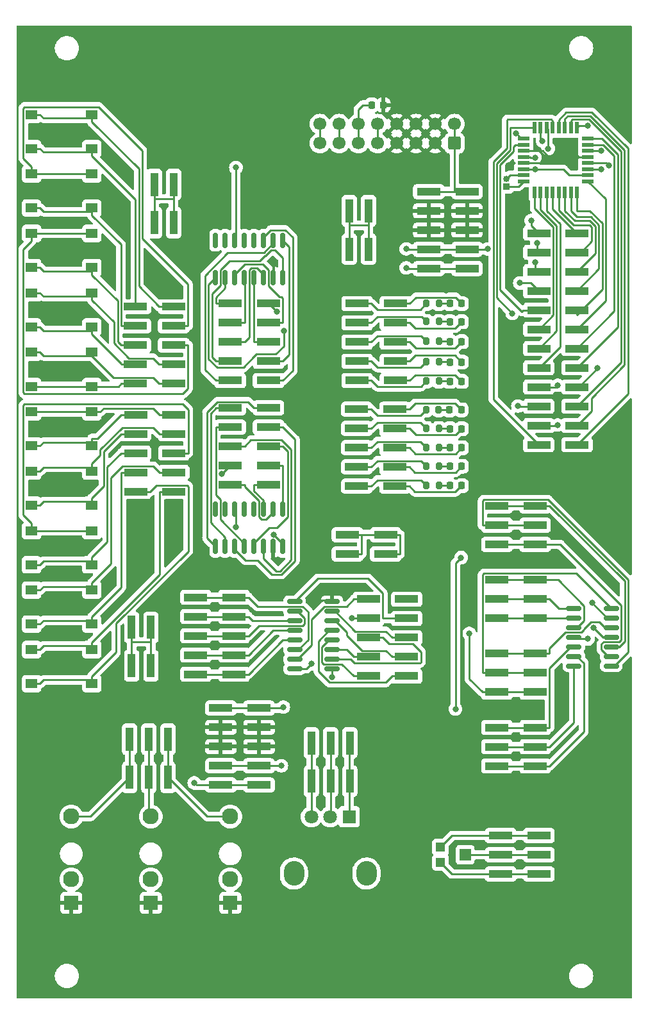
<source format=gbr>
%TF.GenerationSoftware,KiCad,Pcbnew,(7.0.0)*%
%TF.CreationDate,2023-03-26T07:24:26-07:00*%
%TF.ProjectId,wyw_extra,7779775f-6578-4747-9261-2e6b69636164,rev?*%
%TF.SameCoordinates,Original*%
%TF.FileFunction,Copper,L1,Top*%
%TF.FilePolarity,Positive*%
%FSLAX46Y46*%
G04 Gerber Fmt 4.6, Leading zero omitted, Abs format (unit mm)*
G04 Created by KiCad (PCBNEW (7.0.0)) date 2023-03-26 07:24:26*
%MOMM*%
%LPD*%
G01*
G04 APERTURE LIST*
G04 Aperture macros list*
%AMRoundRect*
0 Rectangle with rounded corners*
0 $1 Rounding radius*
0 $2 $3 $4 $5 $6 $7 $8 $9 X,Y pos of 4 corners*
0 Add a 4 corners polygon primitive as box body*
4,1,4,$2,$3,$4,$5,$6,$7,$8,$9,$2,$3,0*
0 Add four circle primitives for the rounded corners*
1,1,$1+$1,$2,$3*
1,1,$1+$1,$4,$5*
1,1,$1+$1,$6,$7*
1,1,$1+$1,$8,$9*
0 Add four rect primitives between the rounded corners*
20,1,$1+$1,$2,$3,$4,$5,0*
20,1,$1+$1,$4,$5,$6,$7,0*
20,1,$1+$1,$6,$7,$8,$9,0*
20,1,$1+$1,$8,$9,$2,$3,0*%
G04 Aperture macros list end*
%TA.AperFunction,SMDPad,CuDef*%
%ADD10RoundRect,0.225000X0.225000X0.250000X-0.225000X0.250000X-0.225000X-0.250000X0.225000X-0.250000X0*%
%TD*%
%TA.AperFunction,SMDPad,CuDef*%
%ADD11R,3.150000X1.000000*%
%TD*%
%TA.AperFunction,SMDPad,CuDef*%
%ADD12RoundRect,0.218750X-0.218750X-0.256250X0.218750X-0.256250X0.218750X0.256250X-0.218750X0.256250X0*%
%TD*%
%TA.AperFunction,SMDPad,CuDef*%
%ADD13R,1.550000X1.300000*%
%TD*%
%TA.AperFunction,SMDPad,CuDef*%
%ADD14RoundRect,0.150000X0.825000X0.150000X-0.825000X0.150000X-0.825000X-0.150000X0.825000X-0.150000X0*%
%TD*%
%TA.AperFunction,SMDPad,CuDef*%
%ADD15R,1.000000X3.150000*%
%TD*%
%TA.AperFunction,SMDPad,CuDef*%
%ADD16R,1.600000X0.550000*%
%TD*%
%TA.AperFunction,SMDPad,CuDef*%
%ADD17R,0.550000X1.600000*%
%TD*%
%TA.AperFunction,SMDPad,CuDef*%
%ADD18RoundRect,0.200000X0.200000X0.275000X-0.200000X0.275000X-0.200000X-0.275000X0.200000X-0.275000X0*%
%TD*%
%TA.AperFunction,ComponentPad*%
%ADD19R,1.930000X1.830000*%
%TD*%
%TA.AperFunction,ComponentPad*%
%ADD20C,2.130000*%
%TD*%
%TA.AperFunction,SMDPad,CuDef*%
%ADD21RoundRect,0.150000X0.150000X-0.825000X0.150000X0.825000X-0.150000X0.825000X-0.150000X-0.825000X0*%
%TD*%
%TA.AperFunction,ComponentPad*%
%ADD22R,0.850000X0.850000*%
%TD*%
%TA.AperFunction,ComponentPad*%
%ADD23O,0.850000X0.850000*%
%TD*%
%TA.AperFunction,ComponentPad*%
%ADD24O,2.720000X3.240000*%
%TD*%
%TA.AperFunction,ComponentPad*%
%ADD25R,1.800000X1.800000*%
%TD*%
%TA.AperFunction,ComponentPad*%
%ADD26C,1.800000*%
%TD*%
%TA.AperFunction,SMDPad,CuDef*%
%ADD27R,1.200000X1.200000*%
%TD*%
%TA.AperFunction,SMDPad,CuDef*%
%ADD28R,1.500000X1.600000*%
%TD*%
%TA.AperFunction,ComponentPad*%
%ADD29RoundRect,0.250000X0.600000X-0.600000X0.600000X0.600000X-0.600000X0.600000X-0.600000X-0.600000X0*%
%TD*%
%TA.AperFunction,ComponentPad*%
%ADD30C,1.700000*%
%TD*%
%TA.AperFunction,ViaPad*%
%ADD31C,0.800000*%
%TD*%
%TA.AperFunction,Conductor*%
%ADD32C,0.250000*%
%TD*%
G04 APERTURE END LIST*
D10*
%TO.P,C1,1*%
%TO.N,GND*%
X68500000Y-30500000D03*
%TO.P,C1,2*%
%TO.N,+5V*%
X66950000Y-30500000D03*
%TD*%
D11*
%TO.P,J2,1,Pin_1*%
%TO.N,Net-(J2-Pin_1)*%
X48249999Y-56709999D03*
%TO.P,J2,2,Pin_2*%
%TO.N,Net-(J2-Pin_2)*%
X53299999Y-56709999D03*
%TO.P,J2,3,Pin_3*%
%TO.N,Net-(J2-Pin_3)*%
X48249999Y-59249999D03*
%TO.P,J2,4,Pin_4*%
%TO.N,Net-(J2-Pin_4)*%
X53299999Y-59249999D03*
%TO.P,J2,5,Pin_5*%
%TO.N,Net-(J2-Pin_5)*%
X48249999Y-61789999D03*
%TO.P,J2,6,Pin_6*%
%TO.N,Net-(J2-Pin_6)*%
X53299999Y-61789999D03*
%TO.P,J2,7,Pin_7*%
%TO.N,Net-(J2-Pin_7)*%
X48249999Y-64329999D03*
%TO.P,J2,8,Pin_8*%
%TO.N,Net-(J2-Pin_8)*%
X53299999Y-64329999D03*
%TO.P,J2,9,Pin_9*%
%TO.N,Net-(J2-Pin_9)*%
X48249999Y-66869999D03*
%TO.P,J2,10,Pin_10*%
%TO.N,Net-(J2-Pin_10)*%
X53299999Y-66869999D03*
%TD*%
D12*
%TO.P,D8,1,K*%
%TO.N,Net-(D8-K)*%
X77250000Y-75750000D03*
%TO.P,D8,2,A*%
%TO.N,Net-(D8-A)*%
X78825000Y-75750000D03*
%TD*%
D13*
%TO.P,SW8,1,A*%
%TO.N,Net-(J14-Pin_6)*%
X22019999Y-86699999D03*
X29979999Y-86699999D03*
%TO.P,SW8,2,B*%
%TO.N,Net-(J14-Pin_5)*%
X22019999Y-91199999D03*
X29979999Y-91199999D03*
%TD*%
D14*
%TO.P,U5,1,Q1*%
%TO.N,Net-(J18-Pin_3)*%
X61700000Y-104945000D03*
%TO.P,U5,2,Q2*%
%TO.N,Net-(J18-Pin_5)*%
X61700000Y-103675000D03*
%TO.P,U5,3,Q3*%
%TO.N,Net-(J18-Pin_7)*%
X61700000Y-102405000D03*
%TO.P,U5,4,Q4*%
%TO.N,Net-(J18-Pin_9)*%
X61700000Y-101135000D03*
%TO.P,U5,5,Q5*%
%TO.N,Net-(J18-Pin_10)*%
X61700000Y-99865000D03*
%TO.P,U5,6,Q6*%
%TO.N,Net-(J18-Pin_8)*%
X61700000Y-98595000D03*
%TO.P,U5,7,Q7*%
%TO.N,Net-(J18-Pin_6)*%
X61700000Y-97325000D03*
%TO.P,U5,8,GND*%
%TO.N,GND*%
X61700000Y-96055000D03*
%TO.P,U5,9,Q7'*%
%TO.N,Net-(J18-Pin_4)*%
X56750000Y-96055000D03*
%TO.P,U5,10,RST*%
%TO.N,Net-(J17-Pin_5)*%
X56750000Y-97325000D03*
%TO.P,U5,11,CLK_SHIFT*%
%TO.N,Net-(J17-Pin_3)*%
X56750000Y-98595000D03*
%TO.P,U5,12,CLK_STOR*%
%TO.N,Net-(J17-Pin_7)*%
X56750000Y-99865000D03*
%TO.P,U5,13,~{OE}*%
%TO.N,Net-(J17-Pin_10)*%
X56750000Y-101135000D03*
%TO.P,U5,14,DS*%
%TO.N,Net-(J17-Pin_1)*%
X56750000Y-102405000D03*
%TO.P,U5,15,Q0*%
%TO.N,Net-(J18-Pin_1)*%
X56750000Y-103675000D03*
%TO.P,U5,16,VCC*%
%TO.N,+5V*%
X56750000Y-104945000D03*
%TD*%
D11*
%TO.P,J21,1,Pin_1*%
%TO.N,Net-(J21-Pin_1)*%
X83474999Y-112689999D03*
%TO.P,J21,2,Pin_2*%
X88524999Y-112689999D03*
%TO.P,J21,3,Pin_3*%
%TO.N,Net-(J21-Pin_3)*%
X83474999Y-115229999D03*
%TO.P,J21,4,Pin_4*%
X88524999Y-115229999D03*
%TO.P,J21,5,Pin_5*%
%TO.N,Net-(J21-Pin_5)*%
X83474999Y-117769999D03*
%TO.P,J21,6,Pin_6*%
X88524999Y-117769999D03*
%TD*%
%TO.P,J30,1,Pin_1*%
%TO.N,-12V*%
X46999999Y-110129999D03*
%TO.P,J30,2,Pin_2*%
X52049999Y-110129999D03*
%TO.P,J30,3,Pin_3*%
%TO.N,GND*%
X46999999Y-112669999D03*
%TO.P,J30,4,Pin_4*%
X52049999Y-112669999D03*
%TO.P,J30,5,Pin_5*%
X46999999Y-115209999D03*
%TO.P,J30,6,Pin_6*%
X52049999Y-115209999D03*
%TO.P,J30,7,Pin_7*%
%TO.N,+12V*%
X46999999Y-117749999D03*
%TO.P,J30,8,Pin_8*%
X52049999Y-117749999D03*
%TO.P,J30,9,Pin_9*%
%TO.N,+5V*%
X46999999Y-120289999D03*
%TO.P,J30,10,Pin_10*%
X52049999Y-120289999D03*
%TD*%
D13*
%TO.P,SW7,1,A*%
%TO.N,Net-(J14-Pin_4)*%
X22019999Y-78849999D03*
X29979999Y-78849999D03*
%TO.P,SW7,2,B*%
%TO.N,Net-(J14-Pin_3)*%
X22019999Y-83349999D03*
X29979999Y-83349999D03*
%TD*%
%TO.P,SW2,1,A*%
%TO.N,Net-(J13-Pin_4)*%
X22019999Y-39599999D03*
X29979999Y-39599999D03*
%TO.P,SW2,2,B*%
%TO.N,Net-(J13-Pin_3)*%
X22019999Y-44099999D03*
X29979999Y-44099999D03*
%TD*%
%TO.P,SW10,1,A*%
%TO.N,Net-(J14-Pin_10)*%
X22019999Y-102399999D03*
X29979999Y-102399999D03*
%TO.P,SW10,2,B*%
%TO.N,Net-(J14-Pin_9)*%
X22019999Y-106899999D03*
X29979999Y-106899999D03*
%TD*%
D15*
%TO.P,J4,1,Pin_1*%
%TO.N,Net-(J4-Pin_1)*%
X35229999Y-104524999D03*
%TO.P,J4,2,Pin_2*%
X35229999Y-99474999D03*
%TO.P,J4,3,Pin_3*%
X37769999Y-104524999D03*
%TO.P,J4,4,Pin_4*%
X37769999Y-99474999D03*
%TD*%
D11*
%TO.P,J18,1,Pin_1*%
%TO.N,Net-(J18-Pin_1)*%
X66499999Y-95749999D03*
%TO.P,J18,2,Pin_2*%
%TO.N,unconnected-(J18-Pin_2-Pad2)*%
X71549999Y-95749999D03*
%TO.P,J18,3,Pin_3*%
%TO.N,Net-(J18-Pin_3)*%
X66499999Y-98289999D03*
%TO.P,J18,4,Pin_4*%
%TO.N,Net-(J18-Pin_4)*%
X71549999Y-98289999D03*
%TO.P,J18,5,Pin_5*%
%TO.N,Net-(J18-Pin_5)*%
X66499999Y-100829999D03*
%TO.P,J18,6,Pin_6*%
%TO.N,Net-(J18-Pin_6)*%
X71549999Y-100829999D03*
%TO.P,J18,7,Pin_7*%
%TO.N,Net-(J18-Pin_7)*%
X66499999Y-103369999D03*
%TO.P,J18,8,Pin_8*%
%TO.N,Net-(J18-Pin_8)*%
X71549999Y-103369999D03*
%TO.P,J18,9,Pin_9*%
%TO.N,Net-(J18-Pin_9)*%
X66499999Y-105909999D03*
%TO.P,J18,10,Pin_10*%
%TO.N,Net-(J18-Pin_10)*%
X71549999Y-105909999D03*
%TD*%
D16*
%TO.P,U3,1,PD3*%
%TO.N,PD3*%
X86999999Y-34949999D03*
%TO.P,U3,2,PD4*%
%TO.N,PD4*%
X86999999Y-35749999D03*
%TO.P,U3,3,GND*%
%TO.N,GND*%
X86999999Y-36549999D03*
%TO.P,U3,4,VCC*%
%TO.N,+5V*%
X86999999Y-37349999D03*
%TO.P,U3,5,GND*%
%TO.N,GND*%
X86999999Y-38149999D03*
%TO.P,U3,6,VCC*%
%TO.N,+5V*%
X86999999Y-38949999D03*
%TO.P,U3,7,XTAL1/PB6*%
%TO.N,XTAL1*%
X86999999Y-39749999D03*
%TO.P,U3,8,XTAL2/PB7*%
%TO.N,XTAL2*%
X86999999Y-40549999D03*
D17*
%TO.P,U3,9,PD5*%
%TO.N,PD5*%
X88449999Y-41999999D03*
%TO.P,U3,10,PD6*%
%TO.N,PD6*%
X89249999Y-41999999D03*
%TO.P,U3,11,PD7*%
%TO.N,PD7*%
X90049999Y-41999999D03*
%TO.P,U3,12,PB0*%
%TO.N,PB0*%
X90849999Y-41999999D03*
%TO.P,U3,13,PB1*%
%TO.N,PB1*%
X91649999Y-41999999D03*
%TO.P,U3,14,PB2*%
%TO.N,PB2*%
X92449999Y-41999999D03*
%TO.P,U3,15,PB3*%
%TO.N,PB3*%
X93249999Y-41999999D03*
%TO.P,U3,16,PB4*%
%TO.N,PB4*%
X94049999Y-41999999D03*
D16*
%TO.P,U3,17,PB5*%
%TO.N,PB5*%
X95499999Y-40549999D03*
%TO.P,U3,18,AVCC*%
%TO.N,+5V*%
X95499999Y-39749999D03*
%TO.P,U3,19,ADC6*%
%TO.N,ADC6*%
X95499999Y-38949999D03*
%TO.P,U3,20,AREF*%
%TO.N,AREF*%
X95499999Y-38149999D03*
%TO.P,U3,21,GND*%
%TO.N,GND*%
X95499999Y-37349999D03*
%TO.P,U3,22,ADC7*%
%TO.N,ADC7*%
X95499999Y-36549999D03*
%TO.P,U3,23,PC0*%
%TO.N,PC0*%
X95499999Y-35749999D03*
%TO.P,U3,24,PC1*%
%TO.N,PC1*%
X95499999Y-34949999D03*
D17*
%TO.P,U3,25,PC2*%
%TO.N,PC2*%
X94049999Y-33499999D03*
%TO.P,U3,26,PC3*%
%TO.N,PC3*%
X93249999Y-33499999D03*
%TO.P,U3,27,PC4*%
%TO.N,PC4*%
X92449999Y-33499999D03*
%TO.P,U3,28,PC5*%
%TO.N,PC5*%
X91649999Y-33499999D03*
%TO.P,U3,29,~{RESET}/PC6*%
%TO.N,RST*%
X90849999Y-33499999D03*
%TO.P,U3,30,PD0*%
%TO.N,PD0*%
X90049999Y-33499999D03*
%TO.P,U3,31,PD1*%
%TO.N,PD1*%
X89249999Y-33499999D03*
%TO.P,U3,32,PD2*%
%TO.N,PD2*%
X88449999Y-33499999D03*
%TD*%
D11*
%TO.P,J13,1,Pin_1*%
%TO.N,Net-(J13-Pin_1)*%
X35724999Y-57129999D03*
%TO.P,J13,2,Pin_2*%
%TO.N,Net-(J13-Pin_2)*%
X40774999Y-57129999D03*
%TO.P,J13,3,Pin_3*%
%TO.N,Net-(J13-Pin_3)*%
X35724999Y-59669999D03*
%TO.P,J13,4,Pin_4*%
%TO.N,Net-(J13-Pin_4)*%
X40774999Y-59669999D03*
%TO.P,J13,5,Pin_5*%
%TO.N,Net-(J13-Pin_5)*%
X35724999Y-62209999D03*
%TO.P,J13,6,Pin_6*%
%TO.N,Net-(J13-Pin_6)*%
X40774999Y-62209999D03*
%TO.P,J13,7,Pin_7*%
%TO.N,Net-(J13-Pin_7)*%
X35724999Y-64749999D03*
%TO.P,J13,8,Pin_8*%
%TO.N,Net-(J13-Pin_8)*%
X40774999Y-64749999D03*
%TO.P,J13,9,Pin_9*%
%TO.N,Net-(J13-Pin_9)*%
X35724999Y-67289999D03*
%TO.P,J13,10,Pin_10*%
%TO.N,Net-(J13-Pin_10)*%
X40774999Y-67289999D03*
%TD*%
D13*
%TO.P,SW1,1,A*%
%TO.N,Net-(J13-Pin_2)*%
X22019999Y-31749999D03*
X29979999Y-31749999D03*
%TO.P,SW1,2,B*%
%TO.N,Net-(J13-Pin_1)*%
X22019999Y-36249999D03*
X29979999Y-36249999D03*
%TD*%
D18*
%TO.P,R5,1*%
%TO.N,Net-(D5-K)*%
X75825000Y-66960000D03*
%TO.P,R5,2*%
%TO.N,Net-(J5-Pin_9)*%
X74175000Y-66960000D03*
%TD*%
D15*
%TO.P,J26,1,Pin_1*%
%TO.N,Net-(J26-Pin_1)*%
X38229999Y-46024999D03*
%TO.P,J26,2,Pin_2*%
X38229999Y-40974999D03*
%TO.P,J26,3,Pin_3*%
X40769999Y-46024999D03*
%TO.P,J26,4,Pin_4*%
X40769999Y-40974999D03*
%TD*%
D18*
%TO.P,R6,1*%
%TO.N,Net-(D6-K)*%
X75787500Y-70750000D03*
%TO.P,R6,2*%
%TO.N,Net-(J25-Pin_1)*%
X74137500Y-70750000D03*
%TD*%
D19*
%TO.P,J9,S*%
%TO.N,GND*%
X27249999Y-135849999D03*
D20*
%TO.P,J9,T*%
%TO.N,Net-(J8-Pin_1)*%
X27250000Y-124450000D03*
%TO.P,J9,TN*%
%TO.N,unconnected-(J9-PadTN)*%
X27250000Y-132750000D03*
%TD*%
D11*
%TO.P,J15,1,Pin_1*%
%TO.N,Net-(J15-Pin_1)*%
X83474999Y-83439999D03*
%TO.P,J15,2,Pin_2*%
X88524999Y-83439999D03*
%TO.P,J15,3,Pin_3*%
%TO.N,Net-(J15-Pin_3)*%
X83474999Y-85979999D03*
%TO.P,J15,4,Pin_4*%
X88524999Y-85979999D03*
%TO.P,J15,5,Pin_5*%
%TO.N,Net-(J15-Pin_5)*%
X83474999Y-88519999D03*
%TO.P,J15,6,Pin_6*%
X88524999Y-88519999D03*
%TD*%
D18*
%TO.P,R2,1*%
%TO.N,Net-(D2-K)*%
X75825000Y-59080000D03*
%TO.P,R2,2*%
%TO.N,Net-(J5-Pin_3)*%
X74175000Y-59080000D03*
%TD*%
D11*
%TO.P,J7,1,Pin_1*%
%TO.N,Net-(J7-Pin_1)*%
X83974999Y-126959999D03*
%TO.P,J7,2,Pin_2*%
X89024999Y-126959999D03*
%TO.P,J7,3,Pin_3*%
%TO.N,Net-(J7-Pin_3)*%
X83974999Y-129499999D03*
%TO.P,J7,4,Pin_4*%
X89024999Y-129499999D03*
%TO.P,J7,5,Pin_5*%
%TO.N,Net-(J7-Pin_5)*%
X83974999Y-132039999D03*
%TO.P,J7,6,Pin_6*%
X89024999Y-132039999D03*
%TD*%
D18*
%TO.P,R4,1*%
%TO.N,Net-(D4-K)*%
X75825000Y-64400000D03*
%TO.P,R4,2*%
%TO.N,Net-(J5-Pin_7)*%
X74175000Y-64400000D03*
%TD*%
D12*
%TO.P,D1,1,K*%
%TO.N,Net-(D1-K)*%
X77250000Y-56710000D03*
%TO.P,D1,2,A*%
%TO.N,Net-(D1-A)*%
X78825000Y-56710000D03*
%TD*%
%TO.P,D4,1,K*%
%TO.N,Net-(D4-K)*%
X77250000Y-64440000D03*
%TO.P,D4,2,A*%
%TO.N,Net-(D4-A)*%
X78825000Y-64440000D03*
%TD*%
D18*
%TO.P,R9,1*%
%TO.N,Net-(D9-K)*%
X75825000Y-78150000D03*
%TO.P,R9,2*%
%TO.N,Net-(J25-Pin_7)*%
X74175000Y-78150000D03*
%TD*%
D12*
%TO.P,D3,1,K*%
%TO.N,Net-(D3-K)*%
X77250000Y-61750000D03*
%TO.P,D3,2,A*%
%TO.N,Net-(D3-A)*%
X78825000Y-61750000D03*
%TD*%
D21*
%TO.P,U4,1*%
%TO.N,Net-(J11-Pin_2)*%
X46305000Y-88805000D03*
%TO.P,U4,2*%
%TO.N,Net-(J11-Pin_1)*%
X47575000Y-88805000D03*
%TO.P,U4,3*%
%TO.N,Net-(J11-Pin_4)*%
X48845000Y-88805000D03*
%TO.P,U4,4*%
%TO.N,Net-(J11-Pin_3)*%
X50115000Y-88805000D03*
%TO.P,U4,5*%
%TO.N,Net-(J11-Pin_6)*%
X51385000Y-88805000D03*
%TO.P,U4,6*%
%TO.N,Net-(J11-Pin_5)*%
X52655000Y-88805000D03*
%TO.P,U4,7,VSS*%
%TO.N,GND*%
X53925000Y-88805000D03*
%TO.P,U4,8*%
%TO.N,Net-(J11-Pin_7)*%
X55195000Y-88805000D03*
%TO.P,U4,9*%
%TO.N,Net-(J11-Pin_8)*%
X55195000Y-83855000D03*
%TO.P,U4,10*%
%TO.N,Net-(J11-Pin_9)*%
X53925000Y-83855000D03*
%TO.P,U4,11*%
%TO.N,Net-(J11-Pin_10)*%
X52655000Y-83855000D03*
%TO.P,U4,12*%
%TO.N,unconnected-(U4-Pad12)*%
X51385000Y-83855000D03*
%TO.P,U4,13*%
%TO.N,unconnected-(U4-Pad13)*%
X50115000Y-83855000D03*
%TO.P,U4,14,VDD*%
%TO.N,+5V*%
X48845000Y-83855000D03*
%TO.P,U4,15*%
%TO.N,N/C*%
X47575000Y-83855000D03*
%TO.P,U4,16*%
X46305000Y-83855000D03*
%TD*%
D11*
%TO.P,J19,1,Pin_1*%
%TO.N,Net-(J19-Pin_1)*%
X83474999Y-93189999D03*
%TO.P,J19,2,Pin_2*%
X88524999Y-93189999D03*
%TO.P,J19,3,Pin_3*%
%TO.N,Net-(J19-Pin_3)*%
X83474999Y-95729999D03*
%TO.P,J19,4,Pin_4*%
X88524999Y-95729999D03*
%TO.P,J19,5,Pin_5*%
%TO.N,Net-(J19-Pin_5)*%
X83474999Y-98269999D03*
%TO.P,J19,6,Pin_6*%
X88524999Y-98269999D03*
%TD*%
D18*
%TO.P,R8,1*%
%TO.N,Net-(D8-K)*%
X75825000Y-75710000D03*
%TO.P,R8,2*%
%TO.N,Net-(J25-Pin_5)*%
X74175000Y-75710000D03*
%TD*%
D15*
%TO.P,J8,1,Pin_1*%
%TO.N,Net-(J8-Pin_1)*%
X34959999Y-119274999D03*
%TO.P,J8,2,Pin_2*%
X34959999Y-114224999D03*
%TO.P,J8,3,Pin_3*%
%TO.N,Net-(J8-Pin_3)*%
X37499999Y-119274999D03*
%TO.P,J8,4,Pin_4*%
X37499999Y-114224999D03*
%TO.P,J8,5,Pin_5*%
%TO.N,Net-(J8-Pin_5)*%
X40039999Y-119274999D03*
%TO.P,J8,6,Pin_6*%
X40039999Y-114224999D03*
%TD*%
D11*
%TO.P,J5,1,Pin_1*%
%TO.N,Net-(J5-Pin_1)*%
X64999999Y-56709999D03*
%TO.P,J5,2,Pin_2*%
%TO.N,Net-(D1-A)*%
X70049999Y-56709999D03*
%TO.P,J5,3,Pin_3*%
%TO.N,Net-(J5-Pin_3)*%
X64999999Y-59249999D03*
%TO.P,J5,4,Pin_4*%
%TO.N,Net-(D2-A)*%
X70049999Y-59249999D03*
%TO.P,J5,5,Pin_5*%
%TO.N,Net-(J5-Pin_5)*%
X64999999Y-61789999D03*
%TO.P,J5,6,Pin_6*%
%TO.N,Net-(D3-A)*%
X70049999Y-61789999D03*
%TO.P,J5,7,Pin_7*%
%TO.N,Net-(J5-Pin_7)*%
X64999999Y-64329999D03*
%TO.P,J5,8,Pin_8*%
%TO.N,Net-(D4-A)*%
X70049999Y-64329999D03*
%TO.P,J5,9,Pin_9*%
%TO.N,Net-(J5-Pin_9)*%
X64999999Y-66869999D03*
%TO.P,J5,10,Pin_10*%
%TO.N,Net-(D5-A)*%
X70049999Y-66869999D03*
%TD*%
%TO.P,J27,1,Pin_1*%
%TO.N,Net-(J27-Pin_1)*%
X63724999Y-87229999D03*
%TO.P,J27,2,Pin_2*%
X68774999Y-87229999D03*
%TO.P,J27,3,Pin_3*%
X63724999Y-89769999D03*
%TO.P,J27,4,Pin_4*%
X68774999Y-89769999D03*
%TD*%
D22*
%TO.P,J16,1,Pin_1*%
%TO.N,XTAL2*%
X84749999Y-41249999D03*
D23*
%TO.P,J16,2,Pin_2*%
%TO.N,XTAL1*%
X84749999Y-40249999D03*
%TD*%
D11*
%TO.P,J14,1,Pin_1*%
%TO.N,Net-(J14-Pin_1)*%
X35749999Y-71379999D03*
%TO.P,J14,2,Pin_2*%
%TO.N,Net-(J14-Pin_2)*%
X40799999Y-71379999D03*
%TO.P,J14,3,Pin_3*%
%TO.N,Net-(J14-Pin_3)*%
X35749999Y-73919999D03*
%TO.P,J14,4,Pin_4*%
%TO.N,Net-(J14-Pin_4)*%
X40799999Y-73919999D03*
%TO.P,J14,5,Pin_5*%
%TO.N,Net-(J14-Pin_5)*%
X35749999Y-76459999D03*
%TO.P,J14,6,Pin_6*%
%TO.N,Net-(J14-Pin_6)*%
X40799999Y-76459999D03*
%TO.P,J14,7,Pin_7*%
%TO.N,Net-(J14-Pin_7)*%
X35749999Y-78999999D03*
%TO.P,J14,8,Pin_8*%
%TO.N,Net-(J14-Pin_8)*%
X40799999Y-78999999D03*
%TO.P,J14,9,Pin_9*%
%TO.N,Net-(J14-Pin_9)*%
X35749999Y-81539999D03*
%TO.P,J14,10,Pin_10*%
%TO.N,Net-(J14-Pin_10)*%
X40799999Y-81539999D03*
%TD*%
D18*
%TO.P,R1,1*%
%TO.N,Net-(D1-K)*%
X75825000Y-56710000D03*
%TO.P,R1,2*%
%TO.N,Net-(J5-Pin_1)*%
X74175000Y-56710000D03*
%TD*%
D11*
%TO.P,J11,1,Pin_1*%
%TO.N,Net-(J11-Pin_1)*%
X48249999Y-70499999D03*
%TO.P,J11,2,Pin_2*%
%TO.N,Net-(J11-Pin_2)*%
X53299999Y-70499999D03*
%TO.P,J11,3,Pin_3*%
%TO.N,Net-(J11-Pin_3)*%
X48249999Y-73039999D03*
%TO.P,J11,4,Pin_4*%
%TO.N,Net-(J11-Pin_4)*%
X53299999Y-73039999D03*
%TO.P,J11,5,Pin_5*%
%TO.N,Net-(J11-Pin_5)*%
X48249999Y-75579999D03*
%TO.P,J11,6,Pin_6*%
%TO.N,Net-(J11-Pin_6)*%
X53299999Y-75579999D03*
%TO.P,J11,7,Pin_7*%
%TO.N,Net-(J11-Pin_7)*%
X48249999Y-78119999D03*
%TO.P,J11,8,Pin_8*%
%TO.N,Net-(J11-Pin_8)*%
X53299999Y-78119999D03*
%TO.P,J11,9,Pin_9*%
%TO.N,Net-(J11-Pin_9)*%
X48249999Y-80659999D03*
%TO.P,J11,10,Pin_10*%
%TO.N,Net-(J11-Pin_10)*%
X53299999Y-80659999D03*
%TD*%
D13*
%TO.P,SW5,1,A*%
%TO.N,Net-(J13-Pin_10)*%
X22019999Y-63149999D03*
X29979999Y-63149999D03*
%TO.P,SW5,2,B*%
%TO.N,Net-(J13-Pin_9)*%
X22019999Y-67649999D03*
X29979999Y-67649999D03*
%TD*%
D11*
%TO.P,J25,1,Pin_1*%
%TO.N,Net-(J25-Pin_1)*%
X64949999Y-70669999D03*
%TO.P,J25,2,Pin_2*%
%TO.N,Net-(D6-A)*%
X69999999Y-70669999D03*
%TO.P,J25,3,Pin_3*%
%TO.N,Net-(J25-Pin_3)*%
X64949999Y-73209999D03*
%TO.P,J25,4,Pin_4*%
%TO.N,Net-(D7-A)*%
X69999999Y-73209999D03*
%TO.P,J25,5,Pin_5*%
%TO.N,Net-(J25-Pin_5)*%
X64949999Y-75749999D03*
%TO.P,J25,6,Pin_6*%
%TO.N,Net-(D8-A)*%
X69999999Y-75749999D03*
%TO.P,J25,7,Pin_7*%
%TO.N,Net-(J25-Pin_7)*%
X64949999Y-78289999D03*
%TO.P,J25,8,Pin_8*%
%TO.N,Net-(D9-A)*%
X69999999Y-78289999D03*
%TO.P,J25,9,Pin_9*%
%TO.N,Net-(J25-Pin_9)*%
X64949999Y-80829999D03*
%TO.P,J25,10,Pin_10*%
%TO.N,Net-(D10-A)*%
X69999999Y-80829999D03*
%TD*%
D13*
%TO.P,SW9,1,A*%
%TO.N,Net-(J14-Pin_8)*%
X22019999Y-94549999D03*
X29979999Y-94549999D03*
%TO.P,SW9,2,B*%
%TO.N,Net-(J14-Pin_7)*%
X22019999Y-99049999D03*
X29979999Y-99049999D03*
%TD*%
D11*
%TO.P,J12,1,Pin_1*%
%TO.N,PD0*%
X88999999Y-47419999D03*
%TO.P,J12,2,Pin_2*%
%TO.N,PB0*%
X94049999Y-47419999D03*
%TO.P,J12,3,Pin_3*%
%TO.N,PD1*%
X88999999Y-49959999D03*
%TO.P,J12,4,Pin_4*%
%TO.N,PB1*%
X94049999Y-49959999D03*
%TO.P,J12,5,Pin_5*%
%TO.N,PD2*%
X88999999Y-52499999D03*
%TO.P,J12,6,Pin_6*%
%TO.N,PB2*%
X94049999Y-52499999D03*
%TO.P,J12,7,Pin_7*%
%TO.N,PD3*%
X88999999Y-55039999D03*
%TO.P,J12,8,Pin_8*%
%TO.N,PB3*%
X94049999Y-55039999D03*
%TO.P,J12,9,Pin_9*%
%TO.N,PD4*%
X88999999Y-57579999D03*
%TO.P,J12,10,Pin_10*%
%TO.N,PB4*%
X94049999Y-57579999D03*
%TO.P,J12,11,Pin_11*%
%TO.N,PD5*%
X88999999Y-60119999D03*
%TO.P,J12,12,Pin_12*%
%TO.N,PB5*%
X94049999Y-60119999D03*
%TO.P,J12,13,Pin_13*%
%TO.N,PD6*%
X88999999Y-62659999D03*
%TO.P,J12,14,Pin_14*%
%TO.N,PC0*%
X94049999Y-62659999D03*
%TO.P,J12,15,Pin_15*%
%TO.N,PD7*%
X88999999Y-65199999D03*
%TO.P,J12,16,Pin_16*%
%TO.N,PC1*%
X94049999Y-65199999D03*
%TO.P,J12,17,Pin_17*%
%TO.N,ADC6*%
X88999999Y-67739999D03*
%TO.P,J12,18,Pin_18*%
%TO.N,PC2*%
X94049999Y-67739999D03*
%TO.P,J12,19,Pin_19*%
%TO.N,ADC7*%
X88999999Y-70279999D03*
%TO.P,J12,20,Pin_20*%
%TO.N,PC3*%
X94049999Y-70279999D03*
%TO.P,J12,21,Pin_21*%
%TO.N,AREF*%
X88999999Y-72819999D03*
%TO.P,J12,22,Pin_22*%
%TO.N,PC4*%
X94049999Y-72819999D03*
%TO.P,J12,23,Pin_23*%
%TO.N,RST*%
X88999999Y-75359999D03*
%TO.P,J12,24,Pin_24*%
%TO.N,PC5*%
X94049999Y-75359999D03*
%TD*%
D13*
%TO.P,SW6,1,A*%
%TO.N,Net-(J14-Pin_2)*%
X22019999Y-70999999D03*
X29979999Y-70999999D03*
%TO.P,SW6,2,B*%
%TO.N,Net-(J14-Pin_1)*%
X22019999Y-75499999D03*
X29979999Y-75499999D03*
%TD*%
%TO.P,SW4,1,A*%
%TO.N,Net-(J13-Pin_8)*%
X22019999Y-55299999D03*
X29979999Y-55299999D03*
%TO.P,SW4,2,B*%
%TO.N,Net-(J13-Pin_7)*%
X22019999Y-59799999D03*
X29979999Y-59799999D03*
%TD*%
D11*
%TO.P,J17,1,Pin_1*%
%TO.N,Net-(J17-Pin_1)*%
X43699999Y-95499999D03*
%TO.P,J17,2,Pin_2*%
X48749999Y-95499999D03*
%TO.P,J17,3,Pin_3*%
%TO.N,Net-(J17-Pin_3)*%
X43699999Y-98039999D03*
%TO.P,J17,4,Pin_4*%
X48749999Y-98039999D03*
%TO.P,J17,5,Pin_5*%
%TO.N,Net-(J17-Pin_5)*%
X43699999Y-100579999D03*
%TO.P,J17,6,Pin_6*%
X48749999Y-100579999D03*
%TO.P,J17,7,Pin_7*%
%TO.N,Net-(J17-Pin_7)*%
X43699999Y-103119999D03*
%TO.P,J17,8,Pin_8*%
X48749999Y-103119999D03*
%TO.P,J17,9,Pin_9*%
%TO.N,Net-(J17-Pin_10)*%
X43699999Y-105659999D03*
%TO.P,J17,10,Pin_10*%
X48749999Y-105659999D03*
%TD*%
D24*
%TO.P,RV1,*%
%TO.N,*%
X66259999Y-131974999D03*
X56659999Y-131974999D03*
D25*
%TO.P,RV1,1,1*%
%TO.N,Net-(J6-Pin_1)*%
X63959999Y-124474999D03*
D26*
%TO.P,RV1,2,2*%
%TO.N,Net-(J6-Pin_3)*%
X61460000Y-124475000D03*
%TO.P,RV1,3,3*%
%TO.N,Net-(J6-Pin_5)*%
X58960000Y-124475000D03*
%TD*%
D18*
%TO.P,R3,1*%
%TO.N,Net-(D3-K)*%
X75825000Y-61710000D03*
%TO.P,R3,2*%
%TO.N,Net-(J5-Pin_5)*%
X74175000Y-61710000D03*
%TD*%
D19*
%TO.P,J10,S*%
%TO.N,GND*%
X48249999Y-135849999D03*
D20*
%TO.P,J10,T*%
%TO.N,Net-(J8-Pin_5)*%
X48250000Y-124450000D03*
%TO.P,J10,TN*%
%TO.N,unconnected-(J10-PadTN)*%
X48250000Y-132750000D03*
%TD*%
D13*
%TO.P,SW3,1,A*%
%TO.N,Net-(J13-Pin_6)*%
X22019999Y-47449999D03*
X29979999Y-47449999D03*
%TO.P,SW3,2,B*%
%TO.N,Net-(J13-Pin_5)*%
X22019999Y-51949999D03*
X29979999Y-51949999D03*
%TD*%
D12*
%TO.P,D2,1,K*%
%TO.N,Net-(D2-K)*%
X77250000Y-59120000D03*
%TO.P,D2,2,A*%
%TO.N,Net-(D2-A)*%
X78825000Y-59120000D03*
%TD*%
D11*
%TO.P,J29,1,Pin_1*%
%TO.N,-12V*%
X74474999Y-41919999D03*
%TO.P,J29,2,Pin_2*%
X79524999Y-41919999D03*
%TO.P,J29,3,Pin_3*%
%TO.N,GND*%
X74474999Y-44459999D03*
%TO.P,J29,4,Pin_4*%
X79524999Y-44459999D03*
%TO.P,J29,5,Pin_5*%
X74474999Y-46999999D03*
%TO.P,J29,6,Pin_6*%
X79524999Y-46999999D03*
%TO.P,J29,7,Pin_7*%
%TO.N,+12V*%
X74474999Y-49539999D03*
%TO.P,J29,8,Pin_8*%
X79524999Y-49539999D03*
%TO.P,J29,9,Pin_9*%
%TO.N,+5V*%
X74474999Y-52079999D03*
%TO.P,J29,10,Pin_10*%
X79524999Y-52079999D03*
%TD*%
D27*
%TO.P,RV2,1,1*%
%TO.N,Net-(J7-Pin_1)*%
X76024999Y-128499999D03*
D28*
%TO.P,RV2,2,2*%
%TO.N,Net-(J7-Pin_3)*%
X79274999Y-129499999D03*
D27*
%TO.P,RV2,3,3*%
%TO.N,Net-(J7-Pin_5)*%
X76024999Y-130499999D03*
%TD*%
D11*
%TO.P,J20,1,Pin_1*%
%TO.N,Net-(J20-Pin_1)*%
X83474999Y-102939999D03*
%TO.P,J20,2,Pin_2*%
X88524999Y-102939999D03*
%TO.P,J20,3,Pin_3*%
%TO.N,Net-(J20-Pin_3)*%
X83474999Y-105479999D03*
%TO.P,J20,4,Pin_4*%
X88524999Y-105479999D03*
%TO.P,J20,5,Pin_5*%
%TO.N,Net-(J20-Pin_5)*%
X83474999Y-108019999D03*
%TO.P,J20,6,Pin_6*%
X88524999Y-108019999D03*
%TD*%
D12*
%TO.P,D9,1,K*%
%TO.N,Net-(D9-K)*%
X77250000Y-78190000D03*
%TO.P,D9,2,A*%
%TO.N,Net-(D9-A)*%
X78825000Y-78190000D03*
%TD*%
%TO.P,D6,1,K*%
%TO.N,Net-(D6-K)*%
X77212500Y-70750000D03*
%TO.P,D6,2,A*%
%TO.N,Net-(D6-A)*%
X78787500Y-70750000D03*
%TD*%
%TO.P,D10,1,K*%
%TO.N,Net-(D10-K)*%
X77250000Y-80750000D03*
%TO.P,D10,2,A*%
%TO.N,Net-(D10-A)*%
X78825000Y-80750000D03*
%TD*%
D18*
%TO.P,R7,1*%
%TO.N,Net-(D7-K)*%
X75825000Y-73210000D03*
%TO.P,R7,2*%
%TO.N,Net-(J25-Pin_3)*%
X74175000Y-73210000D03*
%TD*%
D12*
%TO.P,D5,1,K*%
%TO.N,Net-(D5-K)*%
X77250000Y-67000000D03*
%TO.P,D5,2,A*%
%TO.N,Net-(D5-A)*%
X78825000Y-67000000D03*
%TD*%
%TO.P,D7,1,K*%
%TO.N,Net-(D7-K)*%
X77250000Y-73250000D03*
%TO.P,D7,2,A*%
%TO.N,Net-(D7-A)*%
X78825000Y-73250000D03*
%TD*%
D15*
%TO.P,J28,1,Pin_1*%
%TO.N,Net-(J28-Pin_1)*%
X63979999Y-49524999D03*
%TO.P,J28,2,Pin_2*%
X63979999Y-44474999D03*
%TO.P,J28,3,Pin_3*%
X66519999Y-49524999D03*
%TO.P,J28,4,Pin_4*%
X66519999Y-44474999D03*
%TD*%
D19*
%TO.P,J3,S*%
%TO.N,GND*%
X37749999Y-135849999D03*
D20*
%TO.P,J3,T*%
%TO.N,Net-(J8-Pin_3)*%
X37750000Y-124450000D03*
%TO.P,J3,TN*%
%TO.N,unconnected-(J3-PadTN)*%
X37750000Y-132750000D03*
%TD*%
D15*
%TO.P,J6,1,Pin_1*%
%TO.N,Net-(J6-Pin_1)*%
X64039999Y-114724999D03*
%TO.P,J6,2,Pin_2*%
X64039999Y-119774999D03*
%TO.P,J6,3,Pin_3*%
%TO.N,Net-(J6-Pin_3)*%
X61499999Y-114724999D03*
%TO.P,J6,4,Pin_4*%
X61499999Y-119774999D03*
%TO.P,J6,5,Pin_5*%
%TO.N,Net-(J6-Pin_5)*%
X58959999Y-114724999D03*
%TO.P,J6,6,Pin_6*%
X58959999Y-119774999D03*
%TD*%
D21*
%TO.P,U1,1*%
%TO.N,Net-(J2-Pin_2)*%
X46305000Y-53305000D03*
%TO.P,U1,2*%
%TO.N,Net-(J2-Pin_1)*%
X47575000Y-53305000D03*
%TO.P,U1,3*%
%TO.N,Net-(J2-Pin_4)*%
X48845000Y-53305000D03*
%TO.P,U1,4*%
%TO.N,Net-(J2-Pin_3)*%
X50115000Y-53305000D03*
%TO.P,U1,5*%
%TO.N,Net-(J2-Pin_6)*%
X51385000Y-53305000D03*
%TO.P,U1,6*%
%TO.N,Net-(J2-Pin_5)*%
X52655000Y-53305000D03*
%TO.P,U1,7,VSS*%
%TO.N,GND*%
X53925000Y-53305000D03*
%TO.P,U1,8*%
%TO.N,Net-(J2-Pin_7)*%
X55195000Y-53305000D03*
%TO.P,U1,9*%
%TO.N,Net-(J2-Pin_8)*%
X55195000Y-48355000D03*
%TO.P,U1,10*%
%TO.N,Net-(J2-Pin_9)*%
X53925000Y-48355000D03*
%TO.P,U1,11*%
%TO.N,Net-(J2-Pin_10)*%
X52655000Y-48355000D03*
%TO.P,U1,12*%
%TO.N,unconnected-(U1-Pad12)*%
X51385000Y-48355000D03*
%TO.P,U1,13*%
%TO.N,unconnected-(U1-Pad13)*%
X50115000Y-48355000D03*
%TO.P,U1,14,VDD*%
%TO.N,+5V*%
X48845000Y-48355000D03*
%TO.P,U1,15*%
%TO.N,N/C*%
X47575000Y-48355000D03*
%TO.P,U1,16*%
X46305000Y-48355000D03*
%TD*%
D14*
%TO.P,U2,1*%
%TO.N,Net-(J15-Pin_3)*%
X98575000Y-104560000D03*
%TO.P,U2,2,-*%
%TO.N,Net-(J15-Pin_5)*%
X98575000Y-103290000D03*
%TO.P,U2,3,+*%
%TO.N,Net-(J15-Pin_1)*%
X98575000Y-102020000D03*
%TO.P,U2,4,V+*%
%TO.N,+12V*%
X98575000Y-100750000D03*
%TO.P,U2,5,+*%
%TO.N,Net-(J20-Pin_1)*%
X98575000Y-99480000D03*
%TO.P,U2,6,-*%
%TO.N,Net-(J20-Pin_5)*%
X98575000Y-98210000D03*
%TO.P,U2,7*%
%TO.N,Net-(J20-Pin_3)*%
X98575000Y-96940000D03*
%TO.P,U2,8*%
%TO.N,Net-(J19-Pin_3)*%
X93625000Y-96940000D03*
%TO.P,U2,9,-*%
%TO.N,Net-(J19-Pin_5)*%
X93625000Y-98210000D03*
%TO.P,U2,10,+*%
%TO.N,Net-(J19-Pin_1)*%
X93625000Y-99480000D03*
%TO.P,U2,11,V-*%
%TO.N,-12V*%
X93625000Y-100750000D03*
%TO.P,U2,12,+*%
%TO.N,Net-(J21-Pin_1)*%
X93625000Y-102020000D03*
%TO.P,U2,13,-*%
%TO.N,Net-(J21-Pin_5)*%
X93625000Y-103290000D03*
%TO.P,U2,14*%
%TO.N,Net-(J21-Pin_3)*%
X93625000Y-104560000D03*
%TD*%
D18*
%TO.P,R10,1*%
%TO.N,Net-(D10-K)*%
X75825000Y-80710000D03*
%TO.P,R10,2*%
%TO.N,Net-(J25-Pin_9)*%
X74175000Y-80710000D03*
%TD*%
D29*
%TO.P,J1,1,-12v_R*%
%TO.N,-12V*%
X77870000Y-35540000D03*
D30*
%TO.P,J1,2,-12v_L*%
X77870000Y-33000000D03*
%TO.P,J1,3,GND*%
%TO.N,GND*%
X75330000Y-35540000D03*
%TO.P,J1,4,GND*%
X75330000Y-33000000D03*
%TO.P,J1,5,GND_R3*%
X72790000Y-35540000D03*
%TO.P,J1,6,GND_L3*%
X72790000Y-33000000D03*
%TO.P,J1,7,GND_R2*%
X70250000Y-35540000D03*
%TO.P,J1,8,GND_L2*%
X70250000Y-33000000D03*
%TO.P,J1,9,+12V_R*%
%TO.N,+12V*%
X67710000Y-35540000D03*
%TO.P,J1,10,+12V_L*%
X67710000Y-33000000D03*
%TO.P,J1,11,+5v_R*%
%TO.N,+5V*%
X65170000Y-35540000D03*
%TO.P,J1,12,+5v_L*%
X65170000Y-33000000D03*
%TO.P,J1,13,CV_R*%
%TO.N,Net-(J1-CV_L)*%
X62630000Y-35540000D03*
%TO.P,J1,14,CV_L*%
X62630000Y-33000000D03*
%TO.P,J1,15,GATE_R*%
%TO.N,Net-(J1-GATE_L)*%
X60090000Y-35540000D03*
%TO.P,J1,16,GATE_L*%
X60090000Y-33000000D03*
%TD*%
D31*
%TO.N,GND*%
X26000000Y-49750000D03*
X96000000Y-82750000D03*
X60750000Y-91500000D03*
X26000000Y-81250000D03*
X40500000Y-87250000D03*
X93250000Y-37250000D03*
X38500000Y-52750000D03*
X56500000Y-92750000D03*
X76750000Y-55000000D03*
X86750000Y-64000000D03*
X95500000Y-122000000D03*
X26000000Y-65000000D03*
X54500000Y-90750000D03*
X85000000Y-44500000D03*
X26000000Y-34000000D03*
X26000000Y-57750000D03*
X36500000Y-88250000D03*
X74500000Y-91000000D03*
X54000000Y-51250000D03*
X61500000Y-94500000D03*
X85000000Y-38500000D03*
X26000000Y-73250000D03*
%TO.N,+5V*%
X88500000Y-37425500D03*
X49000000Y-38750000D03*
X71500000Y-52000000D03*
X59000000Y-104250000D03*
X49000000Y-86250000D03*
X88500000Y-39000000D03*
X43500000Y-120000000D03*
%TO.N,-12V*%
X95500000Y-101000000D03*
X55250000Y-110000000D03*
%TO.N,+12V*%
X71500000Y-49500000D03*
X78750000Y-90250000D03*
X78000000Y-110250000D03*
X55000000Y-117750000D03*
X82250000Y-49500000D03*
X96250000Y-99500000D03*
%TO.N,Net-(J2-Pin_2)*%
X55301800Y-60332500D03*
X54411200Y-57821200D03*
%TO.N,Net-(J11-Pin_7)*%
X54025000Y-87221800D03*
X47138800Y-79231200D03*
%TO.N,PD0*%
X88000000Y-45750000D03*
X90250000Y-36250000D03*
%TO.N,PD1*%
X88750000Y-48750000D03*
X89500000Y-35250000D03*
%TO.N,PD2*%
X88500000Y-51250000D03*
X85500000Y-58000000D03*
%TO.N,PD3*%
X86500000Y-54000000D03*
X86000000Y-34224500D03*
%TO.N,ADC6*%
X97250000Y-39000000D03*
X91500000Y-67500000D03*
%TO.N,PC2*%
X96750000Y-65250000D03*
X95500000Y-33250000D03*
%TO.N,ADC7*%
X86250000Y-70250000D03*
X97250000Y-36500000D03*
%TO.N,AREF*%
X91500000Y-72750000D03*
X98250000Y-38500000D03*
%TO.N,Net-(J18-Pin_3)*%
X61700000Y-106017700D03*
X64323800Y-98266500D03*
%TO.N,Net-(J20-Pin_5)*%
X79829200Y-100265800D03*
X96087200Y-96257800D03*
%TD*%
D32*
%TO.N,GND*%
X89525000Y-36550000D02*
X90225000Y-37250000D01*
X53925000Y-53305000D02*
X53925000Y-51325000D01*
X56500000Y-92750000D02*
X57750000Y-91500000D01*
X90225000Y-37250000D02*
X93250000Y-37250000D01*
X53925000Y-51325000D02*
X54000000Y-51250000D01*
X95500000Y-37350000D02*
X93350000Y-37350000D01*
X53925000Y-88805000D02*
X53925000Y-90175000D01*
X53925000Y-90175000D02*
X54500000Y-90750000D01*
X57750000Y-91500000D02*
X60750000Y-91500000D01*
X87000000Y-38150000D02*
X89325000Y-38150000D01*
X87000000Y-36550000D02*
X89525000Y-36550000D01*
X93350000Y-37350000D02*
X93250000Y-37250000D01*
X89325000Y-38150000D02*
X90225000Y-37250000D01*
%TO.N,+5V*%
X49000000Y-48200000D02*
X48845000Y-48355000D01*
X71580000Y-52080000D02*
X74475000Y-52080000D01*
X92250000Y-39000000D02*
X88500000Y-39000000D01*
X87925500Y-37425500D02*
X87850000Y-37350000D01*
X65750000Y-30500000D02*
X66950000Y-30500000D01*
X93000000Y-39750000D02*
X92250000Y-39000000D01*
X49000000Y-38750000D02*
X49000000Y-48200000D01*
X71500000Y-52000000D02*
X71580000Y-52080000D01*
X88050000Y-38950000D02*
X88100000Y-39000000D01*
X58305000Y-104945000D02*
X59000000Y-104250000D01*
X74475000Y-52080000D02*
X79525000Y-52080000D01*
X65170000Y-33000000D02*
X65170000Y-35540000D01*
X47000000Y-120290000D02*
X52050000Y-120290000D01*
X49000000Y-84010000D02*
X48845000Y-83855000D01*
X49000000Y-86250000D02*
X49000000Y-84010000D01*
X65170000Y-33000000D02*
X65170000Y-31080000D01*
X87850000Y-37350000D02*
X87000000Y-37350000D01*
X43790000Y-120290000D02*
X47000000Y-120290000D01*
X65170000Y-31080000D02*
X65750000Y-30500000D01*
X95500000Y-39750000D02*
X93000000Y-39750000D01*
X87000000Y-38950000D02*
X88050000Y-38950000D01*
X43500000Y-120000000D02*
X43790000Y-120290000D01*
X56750000Y-104945000D02*
X58305000Y-104945000D01*
X88100000Y-39000000D02*
X88500000Y-39000000D01*
X88500000Y-37425500D02*
X87925500Y-37425500D01*
%TO.N,Net-(D1-K)*%
X75825000Y-56710000D02*
X77250000Y-56710000D01*
%TO.N,Net-(D1-A)*%
X77999900Y-55884900D02*
X72775200Y-55884900D01*
X70050000Y-56710000D02*
X71950100Y-56710000D01*
X72775200Y-55884900D02*
X71950100Y-56710000D01*
X78825000Y-56710000D02*
X77999900Y-55884900D01*
%TO.N,Net-(D2-K)*%
X77210000Y-59080000D02*
X77250000Y-59120000D01*
X75825000Y-59080000D02*
X77210000Y-59080000D01*
%TO.N,Net-(D2-A)*%
X77981100Y-59963900D02*
X72664000Y-59963900D01*
X72664000Y-59963900D02*
X71950100Y-59250000D01*
X70050000Y-59250000D02*
X71950100Y-59250000D01*
X78825000Y-59120000D02*
X77981100Y-59963900D01*
%TO.N,Net-(D3-K)*%
X77210000Y-61710000D02*
X77250000Y-61750000D01*
X75825000Y-61710000D02*
X77210000Y-61710000D01*
%TO.N,Net-(D3-A)*%
X77990400Y-62584600D02*
X72744700Y-62584600D01*
X72744700Y-62584600D02*
X71950100Y-61790000D01*
X70050000Y-61790000D02*
X71950100Y-61790000D01*
X78825000Y-61750000D02*
X77990400Y-62584600D01*
%TO.N,Net-(D4-K)*%
X77210000Y-64400000D02*
X77250000Y-64440000D01*
X75825000Y-64400000D02*
X77210000Y-64400000D01*
%TO.N,Net-(D4-A)*%
X70050000Y-64330000D02*
X71950100Y-64330000D01*
X78825000Y-64440000D02*
X77935800Y-63550800D01*
X72729300Y-63550800D02*
X71950100Y-64330000D01*
X77935800Y-63550800D02*
X72729300Y-63550800D01*
%TO.N,Net-(D5-K)*%
X77210000Y-66960000D02*
X77250000Y-67000000D01*
X75825000Y-66960000D02*
X77210000Y-66960000D01*
%TO.N,Net-(D5-A)*%
X78825000Y-67000000D02*
X77947600Y-66122600D01*
X70050000Y-66870000D02*
X71950100Y-66870000D01*
X72697500Y-66122600D02*
X71950100Y-66870000D01*
X77947600Y-66122600D02*
X72697500Y-66122600D01*
%TO.N,Net-(D6-K)*%
X75787500Y-70750000D02*
X77212500Y-70750000D01*
%TO.N,Net-(D6-A)*%
X77940100Y-69902600D02*
X72667500Y-69902600D01*
X78787500Y-70750000D02*
X77940100Y-69902600D01*
X70000000Y-70670000D02*
X71900100Y-70670000D01*
X72667500Y-69902600D02*
X71900100Y-70670000D01*
%TO.N,Net-(D7-K)*%
X75825000Y-73210000D02*
X77210000Y-73210000D01*
X77210000Y-73210000D02*
X77250000Y-73250000D01*
%TO.N,Net-(D7-A)*%
X78012400Y-74062600D02*
X72752700Y-74062600D01*
X72752700Y-74062600D02*
X71900100Y-73210000D01*
X70000000Y-73210000D02*
X71900100Y-73210000D01*
X78825000Y-73250000D02*
X78012400Y-74062600D01*
%TO.N,Net-(D8-K)*%
X75825000Y-75710000D02*
X77210000Y-75710000D01*
X77210000Y-75710000D02*
X77250000Y-75750000D01*
%TO.N,Net-(D8-A)*%
X78825000Y-75750000D02*
X78005800Y-76569200D01*
X78005800Y-76569200D02*
X72719300Y-76569200D01*
X70000000Y-75750000D02*
X71900100Y-75750000D01*
X72719300Y-76569200D02*
X71900100Y-75750000D01*
%TO.N,Net-(D9-K)*%
X75825000Y-78150000D02*
X77210000Y-78150000D01*
X77210000Y-78150000D02*
X77250000Y-78190000D01*
%TO.N,Net-(D9-A)*%
X72622200Y-79012100D02*
X71900100Y-78290000D01*
X78825000Y-78190000D02*
X78002900Y-79012100D01*
X70000000Y-78290000D02*
X71900100Y-78290000D01*
X78002900Y-79012100D02*
X72622200Y-79012100D01*
%TO.N,Net-(D10-K)*%
X75825000Y-80710000D02*
X77210000Y-80710000D01*
X77210000Y-80710000D02*
X77250000Y-80750000D01*
%TO.N,Net-(D10-A)*%
X78825000Y-80750000D02*
X77987900Y-81587100D01*
X77987900Y-81587100D02*
X72657200Y-81587100D01*
X72657200Y-81587100D02*
X71900100Y-80830000D01*
X70000000Y-80830000D02*
X71900100Y-80830000D01*
%TO.N,-12V*%
X79525000Y-41920000D02*
X78575000Y-41920000D01*
X78575000Y-41920000D02*
X77870000Y-41920000D01*
X95500000Y-101000000D02*
X93875000Y-101000000D01*
X93875000Y-101000000D02*
X93625000Y-100750000D01*
X77870000Y-41920000D02*
X74475000Y-41920000D01*
X55250000Y-110000000D02*
X55120000Y-110130000D01*
X77870000Y-33000000D02*
X77870000Y-35540000D01*
X52050000Y-110130000D02*
X47000000Y-110130000D01*
X55120000Y-110130000D02*
X52050000Y-110130000D01*
X77870000Y-35540000D02*
X77870000Y-41920000D01*
%TO.N,+12V*%
X71540000Y-49540000D02*
X74475000Y-49540000D01*
X96250000Y-99500000D02*
X97500000Y-100750000D01*
X97500000Y-100750000D02*
X98575000Y-100750000D01*
X78000000Y-91000000D02*
X78750000Y-90250000D01*
X47000000Y-117750000D02*
X52050000Y-117750000D01*
X67710000Y-35540000D02*
X67710000Y-33000000D01*
X82210000Y-49540000D02*
X82250000Y-49500000D01*
X52050000Y-117750000D02*
X55000000Y-117750000D01*
X71500000Y-49500000D02*
X71540000Y-49540000D01*
X74475000Y-49540000D02*
X79525000Y-49540000D01*
X78000000Y-110250000D02*
X78000000Y-91000000D01*
X79525000Y-49540000D02*
X82210000Y-49540000D01*
%TO.N,Net-(J1-CV_L)*%
X62630000Y-35540000D02*
X62630000Y-33000000D01*
%TO.N,Net-(J1-GATE_L)*%
X60090000Y-33000000D02*
X60090000Y-35540000D01*
%TO.N,Net-(J2-Pin_1)*%
X48250000Y-56710000D02*
X46349900Y-56710000D01*
X47575000Y-54659800D02*
X46349900Y-55884900D01*
X47575000Y-53305000D02*
X47575000Y-54659800D01*
X46349900Y-55884900D02*
X46349900Y-56710000D01*
%TO.N,Net-(J2-Pin_2)*%
X51692100Y-63403200D02*
X54246300Y-63403200D01*
X46305000Y-53305000D02*
X45376800Y-54233200D01*
X46513800Y-65155200D02*
X49974600Y-65155200D01*
X49974600Y-65155200D02*
X51399900Y-63729900D01*
X53300000Y-56710000D02*
X54411200Y-57821200D01*
X51399900Y-63695400D02*
X51692100Y-63403200D01*
X45376800Y-54233200D02*
X45376800Y-64018200D01*
X54246300Y-63403200D02*
X55301800Y-62347700D01*
X51399900Y-63729900D02*
X51399900Y-63695400D01*
X45376800Y-64018200D02*
X46513800Y-65155200D01*
X55301800Y-62347700D02*
X55301800Y-60332500D01*
%TO.N,Net-(J2-Pin_3)*%
X50150100Y-59250000D02*
X50150100Y-53340100D01*
X48250000Y-59250000D02*
X50150100Y-59250000D01*
X50150100Y-53340100D02*
X50115000Y-53305000D01*
%TO.N,Net-(J2-Pin_4)*%
X53289900Y-54380800D02*
X53289900Y-52253100D01*
X50166100Y-51543400D02*
X48845000Y-52864500D01*
X54754400Y-55845300D02*
X53289900Y-54380800D01*
X53289900Y-52253100D02*
X52580200Y-51543400D01*
X55003300Y-55845300D02*
X54754400Y-55845300D01*
X55200100Y-59250000D02*
X55200100Y-56042100D01*
X48845000Y-52864500D02*
X48845000Y-53305000D01*
X55200100Y-56042100D02*
X55003300Y-55845300D01*
X52580200Y-51543400D02*
X50166100Y-51543400D01*
X53300000Y-59250000D02*
X55200100Y-59250000D01*
%TO.N,Net-(J2-Pin_5)*%
X50750100Y-61190000D02*
X50150100Y-61790000D01*
X52655000Y-52866400D02*
X51784600Y-51996000D01*
X51784600Y-51996000D02*
X51039100Y-51996000D01*
X50750100Y-52285000D02*
X50750100Y-61190000D01*
X51039100Y-51996000D02*
X50750100Y-52285000D01*
X52655000Y-53305000D02*
X52655000Y-52866400D01*
X48250000Y-61790000D02*
X50150100Y-61790000D01*
%TO.N,Net-(J2-Pin_6)*%
X51385000Y-61775100D02*
X51399900Y-61790000D01*
X51385000Y-53305000D02*
X51385000Y-61775100D01*
X53300000Y-61790000D02*
X51399900Y-61790000D01*
%TO.N,Net-(J2-Pin_7)*%
X52163400Y-51086600D02*
X48109800Y-51086600D01*
X45845900Y-63826000D02*
X46349900Y-64330000D01*
X45845900Y-55425300D02*
X45845900Y-63826000D01*
X54155000Y-49655000D02*
X53667996Y-49655000D01*
X53667996Y-49655000D02*
X52868396Y-50454600D01*
X46949200Y-52247200D02*
X46949200Y-54322000D01*
X55195000Y-50695000D02*
X54155000Y-49655000D01*
X46349900Y-64330000D02*
X48250000Y-64330000D01*
X46949200Y-54322000D02*
X45845900Y-55425300D01*
X52868396Y-50454600D02*
X52795400Y-50454600D01*
X52795400Y-50454600D02*
X52163400Y-51086600D01*
X48109800Y-51086600D02*
X46949200Y-52247200D01*
X55195000Y-53305000D02*
X55195000Y-50695000D01*
%TO.N,Net-(J2-Pin_8)*%
X55200100Y-64330000D02*
X56048700Y-63481400D01*
X56048700Y-63481400D02*
X56048700Y-49208700D01*
X56048700Y-49208700D02*
X55195000Y-48355000D01*
X53300000Y-64330000D02*
X55200100Y-64330000D01*
%TO.N,Net-(J2-Pin_9)*%
X53925000Y-48355000D02*
X53925000Y-48761600D01*
X47933900Y-50004600D02*
X44926600Y-53011900D01*
X44926600Y-65446700D02*
X46349900Y-66870000D01*
X48250000Y-66870000D02*
X46349900Y-66870000D01*
X53925000Y-48761600D02*
X52682000Y-50004600D01*
X52682000Y-50004600D02*
X47933900Y-50004600D01*
X44926600Y-53011900D02*
X44926600Y-65446700D01*
%TO.N,Net-(J2-Pin_10)*%
X52655000Y-48355000D02*
X52655000Y-47948500D01*
X56500700Y-47982700D02*
X56500700Y-65569400D01*
X53300000Y-66870000D02*
X55200100Y-66870000D01*
X52655000Y-47948500D02*
X53606500Y-46997000D01*
X53606500Y-46997000D02*
X55515000Y-46997000D01*
X55515000Y-46997000D02*
X56500700Y-47982700D01*
X56500700Y-65569400D02*
X55200100Y-66870000D01*
%TO.N,Net-(J8-Pin_3)*%
X37500000Y-114225000D02*
X37500000Y-119275000D01*
X37500000Y-119275000D02*
X37500000Y-124200000D01*
X37500000Y-124200000D02*
X37750000Y-124450000D01*
%TO.N,Net-(J5-Pin_1)*%
X65000000Y-56710000D02*
X66900100Y-56710000D01*
X73349900Y-57535100D02*
X67725200Y-57535100D01*
X74175000Y-56710000D02*
X73349900Y-57535100D01*
X67725200Y-57535100D02*
X66900100Y-56710000D01*
%TO.N,Net-(J5-Pin_3)*%
X73519900Y-58424900D02*
X67725200Y-58424900D01*
X74175000Y-59080000D02*
X73519900Y-58424900D01*
X67725200Y-58424900D02*
X66900100Y-59250000D01*
X65000000Y-59250000D02*
X66900100Y-59250000D01*
%TO.N,Net-(J5-Pin_5)*%
X67725200Y-60964900D02*
X66900100Y-61790000D01*
X74175000Y-61710000D02*
X73429900Y-60964900D01*
X65000000Y-61790000D02*
X66900100Y-61790000D01*
X73429900Y-60964900D02*
X67725200Y-60964900D01*
%TO.N,Net-(J5-Pin_7)*%
X67725200Y-65155100D02*
X66900100Y-64330000D01*
X73419900Y-65155100D02*
X67725200Y-65155100D01*
X65000000Y-64330000D02*
X66900100Y-64330000D01*
X74175000Y-64400000D02*
X73419900Y-65155100D01*
%TO.N,Net-(J5-Pin_9)*%
X74175000Y-66960000D02*
X73439900Y-67695100D01*
X67725200Y-67695100D02*
X66900100Y-66870000D01*
X73439900Y-67695100D02*
X67725200Y-67695100D01*
X65000000Y-66870000D02*
X66900100Y-66870000D01*
%TO.N,Net-(J6-Pin_1)*%
X64040000Y-119720000D02*
X64040000Y-119775000D01*
X63960000Y-119640000D02*
X64040000Y-119720000D01*
X63960000Y-119640000D02*
X63960000Y-114805000D01*
X63960000Y-114805000D02*
X64040000Y-114725000D01*
X63960000Y-124475000D02*
X63960000Y-119640000D01*
%TO.N,Net-(J6-Pin_3)*%
X61500000Y-119775000D02*
X61500000Y-124435000D01*
X61500000Y-114725000D02*
X61500000Y-119775000D01*
X61500000Y-124435000D02*
X61460000Y-124475000D01*
%TO.N,Net-(J6-Pin_5)*%
X58960000Y-124475000D02*
X58960000Y-119775000D01*
X58960000Y-119775000D02*
X58960000Y-114725000D01*
%TO.N,Net-(J7-Pin_1)*%
X77565000Y-126960000D02*
X76025000Y-128500000D01*
X89025000Y-126960000D02*
X83975000Y-126960000D01*
X83975000Y-126960000D02*
X77565000Y-126960000D01*
%TO.N,Net-(J7-Pin_3)*%
X89025000Y-129500000D02*
X83975000Y-129500000D01*
X83975000Y-129500000D02*
X79275000Y-129500000D01*
%TO.N,Net-(J7-Pin_5)*%
X77565000Y-132040000D02*
X76025000Y-130500000D01*
X89025000Y-132040000D02*
X83975000Y-132040000D01*
X83975000Y-132040000D02*
X77565000Y-132040000D01*
%TO.N,Net-(J8-Pin_1)*%
X27250000Y-124450000D02*
X29785000Y-124450000D01*
X34960000Y-114225000D02*
X34960000Y-119275000D01*
X29785000Y-124450000D02*
X34960000Y-119275000D01*
%TO.N,Net-(J8-Pin_5)*%
X40040000Y-114225000D02*
X40040000Y-119275000D01*
X40040000Y-119275000D02*
X45215000Y-124450000D01*
X45215000Y-124450000D02*
X48250000Y-124450000D01*
%TO.N,Net-(J11-Pin_1)*%
X45650800Y-71199100D02*
X45650800Y-85641900D01*
X46349900Y-70500000D02*
X45650800Y-71199100D01*
X48250000Y-70500000D02*
X46349900Y-70500000D01*
X47575000Y-87566100D02*
X47575000Y-88805000D01*
X45650800Y-85641900D02*
X47575000Y-87566100D01*
%TO.N,Net-(J11-Pin_2)*%
X53300000Y-70500000D02*
X51399900Y-70500000D01*
X50574800Y-69674900D02*
X46537300Y-69674900D01*
X45176100Y-71036100D02*
X45176100Y-87676100D01*
X46537300Y-69674900D02*
X45176100Y-71036100D01*
X51399900Y-70500000D02*
X50574800Y-69674900D01*
X45176100Y-87676100D02*
X46305000Y-88805000D01*
%TO.N,Net-(J11-Pin_3)*%
X48250000Y-73040000D02*
X46349900Y-73040000D01*
X46349900Y-82021900D02*
X46949200Y-82621200D01*
X46949200Y-82621200D02*
X46949200Y-85224800D01*
X46349900Y-73040000D02*
X46349900Y-82021900D01*
X46949200Y-85224800D02*
X50115000Y-88390600D01*
X50115000Y-88390600D02*
X50115000Y-88805000D01*
%TO.N,Net-(J11-Pin_4)*%
X56797400Y-90702600D02*
X56797400Y-74637300D01*
X56797400Y-74637300D02*
X55200100Y-73040000D01*
X50225100Y-90590200D02*
X51840200Y-90590200D01*
X53750000Y-92500000D02*
X55000000Y-92500000D01*
X55000000Y-92500000D02*
X56797400Y-90702600D01*
X48845000Y-88805000D02*
X48845000Y-89210100D01*
X51840200Y-90590200D02*
X53750000Y-92500000D01*
X55200100Y-73040000D02*
X53300000Y-73040000D01*
X48845000Y-89210100D02*
X50225100Y-90590200D01*
%TO.N,Net-(J11-Pin_5)*%
X54813604Y-92050000D02*
X54300000Y-92050000D01*
X55046400Y-74754800D02*
X56310000Y-76018400D01*
X48250000Y-75580000D02*
X50150100Y-75580000D01*
X54300000Y-92050000D02*
X52655000Y-90405000D01*
X50150100Y-75580000D02*
X50975300Y-74754800D01*
X56310000Y-76018400D02*
X56310000Y-90553604D01*
X50975300Y-74754800D02*
X55046400Y-74754800D01*
X56310000Y-90553604D02*
X54813604Y-92050000D01*
X52655000Y-90405000D02*
X52655000Y-88805000D01*
%TO.N,Net-(J11-Pin_6)*%
X51385000Y-88309700D02*
X53364700Y-86330000D01*
X55855500Y-84913800D02*
X55855500Y-76235400D01*
X53364700Y-86330000D02*
X54439300Y-86330000D01*
X53300000Y-75580000D02*
X55200100Y-75580000D01*
X55855500Y-76235400D02*
X55200100Y-75580000D01*
X54439300Y-86330000D02*
X55855500Y-84913800D01*
X51385000Y-88805000D02*
X51385000Y-88309700D01*
%TO.N,Net-(J11-Pin_7)*%
X55195000Y-88805000D02*
X55195000Y-88391800D01*
X55195000Y-88391800D02*
X54025000Y-87221800D01*
X47138800Y-79231200D02*
X48250000Y-78120000D01*
%TO.N,Net-(J11-Pin_8)*%
X55200100Y-83849900D02*
X55200100Y-78120000D01*
X55195000Y-83855000D02*
X55200100Y-83849900D01*
X53300000Y-78120000D02*
X55200100Y-78120000D01*
%TO.N,Net-(J11-Pin_9)*%
X50150100Y-80926000D02*
X50150100Y-80660000D01*
X52955700Y-85209800D02*
X52354200Y-85209800D01*
X52020000Y-84875600D02*
X52020000Y-82795900D01*
X52354200Y-85209800D02*
X52020000Y-84875600D01*
X48250000Y-80660000D02*
X50150100Y-80660000D01*
X53925000Y-84240500D02*
X52955700Y-85209800D01*
X52020000Y-82795900D02*
X50150100Y-80926000D01*
X53925000Y-83855000D02*
X53925000Y-84240500D01*
%TO.N,Net-(J11-Pin_10)*%
X53300000Y-80660000D02*
X51399900Y-80660000D01*
X52655000Y-82708000D02*
X51399900Y-81452900D01*
X51399900Y-81452900D02*
X51399900Y-80660000D01*
X52655000Y-83855000D02*
X52655000Y-82708000D01*
%TO.N,PD0*%
X90225000Y-33675000D02*
X90225000Y-36225000D01*
X88000000Y-46420000D02*
X89000000Y-47420000D01*
X90225000Y-36225000D02*
X90250000Y-36250000D01*
X88000000Y-45750000D02*
X88000000Y-46420000D01*
X90050000Y-33500000D02*
X90225000Y-33675000D01*
%TO.N,PB0*%
X90850000Y-44220000D02*
X94050000Y-47420000D01*
X90850000Y-42000000D02*
X90850000Y-44220000D01*
%TO.N,PD1*%
X89250000Y-33500000D02*
X89250000Y-35000000D01*
X88750000Y-48750000D02*
X88750000Y-49710000D01*
X88750000Y-49710000D02*
X89000000Y-49960000D01*
X89250000Y-35000000D02*
X89500000Y-35250000D01*
%TO.N,PB1*%
X94540000Y-49960000D02*
X94050000Y-49960000D01*
X96000000Y-46645000D02*
X96000000Y-48500000D01*
X93633200Y-46366800D02*
X95721800Y-46366800D01*
X95721800Y-46366800D02*
X96000000Y-46645000D01*
X91650000Y-44383600D02*
X93633200Y-46366800D01*
X91650000Y-42000000D02*
X91650000Y-44383600D01*
X96000000Y-48500000D02*
X94540000Y-49960000D01*
%TO.N,PD2*%
X88500000Y-51250000D02*
X88500000Y-52000000D01*
X88450000Y-33500000D02*
X85225000Y-33500000D01*
X88500000Y-52000000D02*
X89000000Y-52500000D01*
X85225000Y-33500000D02*
X85225000Y-36411396D01*
X83450000Y-38186396D02*
X83450000Y-55950000D01*
X83450000Y-55950000D02*
X85500000Y-58000000D01*
X85225000Y-36411396D02*
X83450000Y-38186396D01*
%TO.N,PB2*%
X92450000Y-44450000D02*
X93750000Y-45750000D01*
X95741400Y-45750000D02*
X96500000Y-46508600D01*
X96500000Y-50050000D02*
X94050000Y-52500000D01*
X93750000Y-45750000D02*
X95741400Y-45750000D01*
X96500000Y-46508600D02*
X96500000Y-50050000D01*
X92450000Y-42000000D02*
X92450000Y-44450000D01*
%TO.N,PD3*%
X86500000Y-54000000D02*
X87960000Y-54000000D01*
X86725500Y-34950000D02*
X87000000Y-34950000D01*
X87960000Y-54000000D02*
X89000000Y-55040000D01*
X86000000Y-34224500D02*
X86725500Y-34950000D01*
%TO.N,PB3*%
X93250000Y-42000000D02*
X93250000Y-44500000D01*
X96950000Y-52140000D02*
X94050000Y-55040000D01*
X96950000Y-46322200D02*
X96950000Y-52140000D01*
X93250000Y-44500000D02*
X94000000Y-45250000D01*
X94000000Y-45250000D02*
X95877800Y-45250000D01*
X95877800Y-45250000D02*
X96950000Y-46322200D01*
%TO.N,PD4*%
X83900000Y-54900000D02*
X86750000Y-57750000D01*
X83900000Y-38372792D02*
X83900000Y-54900000D01*
X86920000Y-57580000D02*
X89000000Y-57580000D01*
X86750000Y-57750000D02*
X86920000Y-57580000D01*
X85675000Y-36597792D02*
X83900000Y-38372792D01*
X87000000Y-35750000D02*
X85950000Y-35750000D01*
X85950000Y-35750000D02*
X85675000Y-36025000D01*
X85675000Y-36025000D02*
X85675000Y-36597792D01*
%TO.N,PB4*%
X94000000Y-44500000D02*
X95764200Y-44500000D01*
X95764200Y-44500000D02*
X97400000Y-46135800D01*
X94050000Y-44450000D02*
X94000000Y-44500000D01*
X94050000Y-58200000D02*
X94050000Y-57580000D01*
X94050000Y-42000000D02*
X94050000Y-44450000D01*
X97400000Y-54850000D02*
X94050000Y-58200000D01*
X97400000Y-46135800D02*
X97400000Y-54850000D01*
%TO.N,PD5*%
X88450000Y-44145000D02*
X90900000Y-46595000D01*
X90900000Y-46595000D02*
X90900000Y-58220000D01*
X88450000Y-42000000D02*
X88450000Y-44145000D01*
X90900000Y-58220000D02*
X89000000Y-60120000D01*
%TO.N,PB5*%
X95500000Y-40550000D02*
X97850000Y-42900000D01*
X97850000Y-42900000D02*
X97850000Y-56320000D01*
X97850000Y-56320000D02*
X94050000Y-60120000D01*
%TO.N,PD6*%
X89250000Y-42000000D02*
X89250000Y-44308600D01*
X91350000Y-60310000D02*
X89000000Y-62660000D01*
X89250000Y-44308600D02*
X91350000Y-46408600D01*
X91350000Y-46408600D02*
X91350000Y-60310000D01*
%TO.N,PC0*%
X98975000Y-37199700D02*
X98975000Y-57735000D01*
X98975000Y-57735000D02*
X94050000Y-62660000D01*
X97525300Y-35750000D02*
X98975000Y-37199700D01*
X95500000Y-35750000D02*
X97525300Y-35750000D01*
%TO.N,PD7*%
X91800000Y-46222200D02*
X91800000Y-62400000D01*
X90050000Y-42000000D02*
X90050000Y-44472200D01*
X91800000Y-62400000D02*
X89000000Y-65200000D01*
X90050000Y-44472200D02*
X91800000Y-46222200D01*
%TO.N,PC1*%
X99425000Y-37013300D02*
X99425000Y-59825000D01*
X95500000Y-34950000D02*
X97361700Y-34950000D01*
X99425000Y-59825000D02*
X94050000Y-65200000D01*
X97361700Y-34950000D02*
X99425000Y-37013300D01*
%TO.N,ADC6*%
X91260000Y-67740000D02*
X89000000Y-67740000D01*
X97200000Y-38950000D02*
X97250000Y-39000000D01*
X91500000Y-67500000D02*
X91260000Y-67740000D01*
X95500000Y-38950000D02*
X97200000Y-38950000D01*
%TO.N,PC2*%
X94300000Y-33250000D02*
X94050000Y-33500000D01*
X94050000Y-67740000D02*
X94260000Y-67740000D01*
X94260000Y-67740000D02*
X96750000Y-65250000D01*
X95500000Y-33250000D02*
X94300000Y-33250000D01*
%TO.N,ADC7*%
X86250000Y-70250000D02*
X86280000Y-70280000D01*
X86280000Y-70280000D02*
X89000000Y-70280000D01*
X95500000Y-36550000D02*
X97200000Y-36550000D01*
X97200000Y-36550000D02*
X97250000Y-36500000D01*
%TO.N,PC3*%
X99875000Y-36599700D02*
X95650300Y-32375000D01*
X95650300Y-32375000D02*
X93450000Y-32375000D01*
X93450000Y-32375000D02*
X93250000Y-32575000D01*
X94050000Y-70280000D02*
X99875000Y-64455000D01*
X99875000Y-64455000D02*
X99875000Y-36599700D01*
X93250000Y-32575000D02*
X93250000Y-33500000D01*
%TO.N,AREF*%
X91430000Y-72820000D02*
X89000000Y-72820000D01*
X95500000Y-38150000D02*
X97900000Y-38150000D01*
X91500000Y-72750000D02*
X91430000Y-72820000D01*
X97900000Y-38150000D02*
X98250000Y-38500000D01*
%TO.N,PC4*%
X95950000Y-69200000D02*
X100325000Y-64825000D01*
X92450000Y-32300000D02*
X92450000Y-33500000D01*
X95836700Y-31925000D02*
X92825000Y-31925000D01*
X100325000Y-36413300D02*
X95836700Y-31925000D01*
X95950000Y-70920000D02*
X95950000Y-69200000D01*
X94050000Y-72820000D02*
X95950000Y-70920000D01*
X92825000Y-31925000D02*
X92450000Y-32300000D01*
X100325000Y-64825000D02*
X100325000Y-36413300D01*
%TO.N,RST*%
X84775000Y-32475000D02*
X84875000Y-32375000D01*
X89000000Y-75360000D02*
X83000000Y-69360000D01*
X83000000Y-69360000D02*
X83000000Y-38000000D01*
X84775000Y-36225000D02*
X84775000Y-32475000D01*
X84875000Y-32375000D02*
X90625000Y-32375000D01*
X83000000Y-38000000D02*
X84775000Y-36225000D01*
X90850000Y-32600000D02*
X90850000Y-33500000D01*
X90625000Y-32375000D02*
X90850000Y-32600000D01*
%TO.N,PC5*%
X91650000Y-32463600D02*
X91650000Y-33500000D01*
X100775000Y-68635000D02*
X100775000Y-36226900D01*
X100775000Y-36226900D02*
X96023100Y-31475000D01*
X92638600Y-31475000D02*
X91650000Y-32463600D01*
X96023100Y-31475000D02*
X92638600Y-31475000D01*
X94050000Y-75360000D02*
X100775000Y-68635000D01*
%TO.N,Net-(J13-Pin_1)*%
X29980000Y-36737500D02*
X29980000Y-37225100D01*
X29980000Y-36250000D02*
X29980000Y-36737500D01*
X22020000Y-36250000D02*
X23120100Y-36250000D01*
X35725000Y-42970100D02*
X35725000Y-57130000D01*
X29980000Y-37225100D02*
X35725000Y-42970100D01*
X29980000Y-36737500D02*
X23607600Y-36737500D01*
X23607600Y-36737500D02*
X23120100Y-36250000D01*
%TO.N,Net-(J13-Pin_2)*%
X40775000Y-57130000D02*
X38874900Y-57130000D01*
X29980000Y-31750000D02*
X29980000Y-32237500D01*
X23607600Y-32237500D02*
X23120100Y-31750000D01*
X36175200Y-54430300D02*
X38874900Y-57130000D01*
X29980000Y-32725100D02*
X36175200Y-38920300D01*
X22020000Y-31750000D02*
X23120100Y-31750000D01*
X36175200Y-38920300D02*
X36175200Y-54430300D01*
X29980000Y-32237500D02*
X29980000Y-32725100D01*
X29980000Y-32237500D02*
X23607600Y-32237500D01*
%TO.N,Net-(J13-Pin_3)*%
X29980000Y-44100000D02*
X29980000Y-44587500D01*
X22020000Y-44100000D02*
X23120100Y-44100000D01*
X29980000Y-44587500D02*
X29980000Y-45075100D01*
X33824900Y-48920000D02*
X33824900Y-59670000D01*
X29980000Y-44587500D02*
X23607600Y-44587500D01*
X35725000Y-59670000D02*
X33824900Y-59670000D01*
X29980000Y-45075100D02*
X33824900Y-48920000D01*
X23607600Y-44587500D02*
X23120100Y-44100000D01*
%TO.N,Net-(J13-Pin_4)*%
X40775000Y-59670000D02*
X42675100Y-59670000D01*
X42675100Y-54174100D02*
X42675100Y-59670000D01*
X22020000Y-38624900D02*
X20919800Y-37524700D01*
X36625400Y-48124400D02*
X42675100Y-54174100D01*
X36625400Y-36497200D02*
X36625400Y-48124400D01*
X21088100Y-30736900D02*
X30865100Y-30736900D01*
X30865100Y-30736900D02*
X36625400Y-36497200D01*
X20919800Y-37524700D02*
X20919800Y-30905200D01*
X22020000Y-39600000D02*
X22020000Y-38624900D01*
X29980000Y-39600000D02*
X22020000Y-39600000D01*
X20919800Y-30905200D02*
X21088100Y-30736900D01*
%TO.N,Net-(J13-Pin_5)*%
X33374700Y-61759800D02*
X33374700Y-56319800D01*
X23607600Y-52437500D02*
X23120100Y-51950000D01*
X29980000Y-51950000D02*
X29980000Y-52437500D01*
X35725000Y-62210000D02*
X33824900Y-62210000D01*
X29980000Y-52437500D02*
X23607600Y-52437500D01*
X33824900Y-62210000D02*
X33374700Y-61759800D01*
X33374700Y-56319800D02*
X29980000Y-52925100D01*
X22020000Y-51950000D02*
X23120100Y-51950000D01*
X29980000Y-52437500D02*
X29980000Y-52925100D01*
%TO.N,Net-(J13-Pin_6)*%
X22020000Y-47450000D02*
X22020000Y-48425100D01*
X40775000Y-62210000D02*
X42675100Y-62210000D01*
X22020000Y-47450000D02*
X29980000Y-47450000D01*
X20919800Y-49525300D02*
X20919800Y-68470000D01*
X21075000Y-68625200D02*
X41983400Y-68625200D01*
X20919800Y-68470000D02*
X21075000Y-68625200D01*
X42675100Y-67933500D02*
X42675100Y-62210000D01*
X41983400Y-68625200D02*
X42675100Y-67933500D01*
X22020000Y-48425100D02*
X20919800Y-49525300D01*
%TO.N,Net-(J13-Pin_7)*%
X35725000Y-64750000D02*
X33824900Y-64750000D01*
X29980000Y-60287500D02*
X29980000Y-60775100D01*
X23607600Y-60287500D02*
X23120100Y-59800000D01*
X33824900Y-64620000D02*
X33824900Y-64750000D01*
X29980000Y-60287500D02*
X23607600Y-60287500D01*
X22020000Y-59800000D02*
X23120100Y-59800000D01*
X29980000Y-60775100D02*
X33824900Y-64620000D01*
X29980000Y-59800000D02*
X29980000Y-60287500D01*
%TO.N,Net-(J13-Pin_8)*%
X22020000Y-55300000D02*
X23120100Y-55300000D01*
X32876800Y-59171900D02*
X32876800Y-61962900D01*
X23607600Y-55787500D02*
X23120100Y-55300000D01*
X32876800Y-61962900D02*
X34838800Y-63924900D01*
X40775000Y-64750000D02*
X38874900Y-64750000D01*
X29980000Y-55787500D02*
X29980000Y-56275100D01*
X29980000Y-56275100D02*
X32876800Y-59171900D01*
X29980000Y-55787500D02*
X23607600Y-55787500D01*
X29980000Y-55300000D02*
X29980000Y-55787500D01*
X34838800Y-63924900D02*
X38049800Y-63924900D01*
X38049800Y-63924900D02*
X38874900Y-64750000D01*
%TO.N,Net-(J13-Pin_9)*%
X22020000Y-67650000D02*
X29980000Y-67650000D01*
X33464900Y-67650000D02*
X33824900Y-67290000D01*
X35725000Y-67290000D02*
X33824900Y-67290000D01*
X29980000Y-67650000D02*
X33464900Y-67650000D01*
%TO.N,Net-(J13-Pin_10)*%
X38049800Y-66464900D02*
X38874900Y-67290000D01*
X22020000Y-63150000D02*
X23120100Y-63150000D01*
X23607600Y-63637500D02*
X29980000Y-63637500D01*
X40775000Y-67290000D02*
X38874900Y-67290000D01*
X29980000Y-63150000D02*
X29980000Y-63637500D01*
X29980000Y-63637500D02*
X32807400Y-66464900D01*
X23120100Y-63150000D02*
X23607600Y-63637500D01*
X32807400Y-66464900D02*
X38049800Y-66464900D01*
%TO.N,Net-(J14-Pin_1)*%
X29980000Y-75500000D02*
X29980000Y-75012400D01*
X35750000Y-71380000D02*
X33849900Y-71380000D01*
X29980000Y-75012400D02*
X29980000Y-74524900D01*
X23607700Y-75012400D02*
X23120100Y-75500000D01*
X29980000Y-75012400D02*
X23607700Y-75012400D01*
X29980000Y-74524900D02*
X30705000Y-74524900D01*
X22020000Y-75500000D02*
X23120100Y-75500000D01*
X30705000Y-74524900D02*
X33849900Y-71380000D01*
%TO.N,Net-(J14-Pin_2)*%
X31525200Y-70554900D02*
X38074800Y-70554900D01*
X31080100Y-71000000D02*
X31525200Y-70554900D01*
X29980000Y-71000000D02*
X31080100Y-71000000D01*
X22020000Y-71000000D02*
X29980000Y-71000000D01*
X38074800Y-70554900D02*
X38899900Y-71380000D01*
X40800000Y-71380000D02*
X38899900Y-71380000D01*
%TO.N,Net-(J14-Pin_3)*%
X22020000Y-83350000D02*
X23120100Y-83350000D01*
X29980000Y-82862400D02*
X23607700Y-82862400D01*
X23607700Y-82862400D02*
X23120100Y-83350000D01*
X29980000Y-82374900D02*
X31530300Y-80824600D01*
X31530300Y-76239600D02*
X33849900Y-73920000D01*
X35750000Y-73920000D02*
X33849900Y-73920000D01*
X29980000Y-83350000D02*
X29980000Y-82862400D01*
X31530300Y-80824600D02*
X31530300Y-76239600D01*
X29980000Y-82862400D02*
X29980000Y-82374900D01*
%TO.N,Net-(J14-Pin_4)*%
X31080100Y-76003700D02*
X33988900Y-73094900D01*
X38074800Y-73094900D02*
X38899900Y-73920000D01*
X33988900Y-73094900D02*
X38074800Y-73094900D01*
X29980000Y-78362400D02*
X23607700Y-78362400D01*
X31080100Y-76774800D02*
X31080100Y-76003700D01*
X29980000Y-77874900D02*
X31080100Y-76774800D01*
X40800000Y-73920000D02*
X38899900Y-73920000D01*
X29980000Y-78850000D02*
X29980000Y-78362400D01*
X23607700Y-78362400D02*
X23120100Y-78850000D01*
X29980000Y-78362400D02*
X29980000Y-77874900D01*
X22020000Y-78850000D02*
X23120100Y-78850000D01*
%TO.N,Net-(J14-Pin_5)*%
X29980000Y-90712400D02*
X29980000Y-90224900D01*
X32009600Y-78300300D02*
X33849900Y-76460000D01*
X29980000Y-91200000D02*
X29980000Y-90712400D01*
X32009600Y-88195300D02*
X32009600Y-78300300D01*
X29980000Y-90712400D02*
X23607700Y-90712400D01*
X35750000Y-76460000D02*
X33849900Y-76460000D01*
X23607700Y-90712400D02*
X23120100Y-91200000D01*
X29980000Y-90224900D02*
X32009600Y-88195300D01*
X22020000Y-91200000D02*
X23120100Y-91200000D01*
%TO.N,Net-(J14-Pin_6)*%
X40800000Y-76460000D02*
X42700100Y-76460000D01*
X22020000Y-86700000D02*
X22020000Y-85724900D01*
X20919800Y-84624700D02*
X20919800Y-70180000D01*
X22020000Y-85724900D02*
X20919800Y-84624700D01*
X22020000Y-86700000D02*
X29980000Y-86700000D01*
X21096100Y-70003700D02*
X41972700Y-70003700D01*
X20919800Y-70180000D02*
X21096100Y-70003700D01*
X42700100Y-70731100D02*
X42700100Y-76460000D01*
X41972700Y-70003700D02*
X42700100Y-70731100D01*
%TO.N,Net-(J14-Pin_7)*%
X22020000Y-99050000D02*
X23120100Y-99050000D01*
X33849900Y-94205000D02*
X33849900Y-79000000D01*
X35750000Y-79000000D02*
X33849900Y-79000000D01*
X29980000Y-98562400D02*
X29980000Y-98074900D01*
X23607700Y-98562400D02*
X23120100Y-99050000D01*
X29980000Y-98074900D02*
X33849900Y-94205000D01*
X29980000Y-98562400D02*
X23607700Y-98562400D01*
X29980000Y-99050000D02*
X29980000Y-98562400D01*
%TO.N,Net-(J14-Pin_8)*%
X40800000Y-79000000D02*
X38899900Y-79000000D01*
X29980000Y-94062400D02*
X23607700Y-94062400D01*
X22020000Y-94550000D02*
X23120100Y-94550000D01*
X29980000Y-93574900D02*
X32465000Y-91089900D01*
X23607700Y-94062400D02*
X23120100Y-94550000D01*
X34014900Y-78174900D02*
X38074800Y-78174900D01*
X29980000Y-94062400D02*
X29980000Y-93574900D01*
X29980000Y-94550000D02*
X29980000Y-94062400D01*
X38074800Y-78174900D02*
X38899900Y-79000000D01*
X32465000Y-91089900D02*
X32465000Y-79724800D01*
X32465000Y-79724800D02*
X34014900Y-78174900D01*
%TO.N,Net-(J14-Pin_9)*%
X23607700Y-106412400D02*
X23120100Y-106900000D01*
X35750000Y-81540000D02*
X37650100Y-81540000D01*
X29980000Y-106900000D02*
X29980000Y-106412400D01*
X42523600Y-80714900D02*
X38475200Y-80714900D01*
X33159400Y-98952100D02*
X42701900Y-89409600D01*
X42701900Y-80893200D02*
X42523600Y-80714900D01*
X29980000Y-105924900D02*
X33159400Y-102745500D01*
X38475200Y-80714900D02*
X37650100Y-81540000D01*
X33159400Y-102745500D02*
X33159400Y-98952100D01*
X22020000Y-106900000D02*
X23120100Y-106900000D01*
X29980000Y-106412400D02*
X23607700Y-106412400D01*
X29980000Y-106412400D02*
X29980000Y-105924900D01*
X42701900Y-89409600D02*
X42701900Y-80893200D01*
%TO.N,Net-(J14-Pin_10)*%
X29980000Y-101912400D02*
X29980000Y-101424900D01*
X22020000Y-102400000D02*
X23120100Y-102400000D01*
X29980000Y-101912400D02*
X23607700Y-101912400D01*
X40800000Y-81540000D02*
X38899900Y-81540000D01*
X38899900Y-92505000D02*
X38899900Y-81540000D01*
X23607700Y-101912400D02*
X23120100Y-102400000D01*
X29980000Y-101424900D02*
X38899900Y-92505000D01*
X29980000Y-102400000D02*
X29980000Y-101912400D01*
%TO.N,Net-(J15-Pin_1)*%
X99624500Y-102020000D02*
X100358400Y-101286100D01*
X100358400Y-101286100D02*
X100358400Y-93373300D01*
X88525000Y-83440000D02*
X90425100Y-83440000D01*
X98575000Y-102020000D02*
X99624500Y-102020000D01*
X100358400Y-93373300D02*
X90425100Y-83440000D01*
X83475000Y-83440000D02*
X88525000Y-83440000D01*
%TO.N,Net-(J17-Pin_1)*%
X57819300Y-96690000D02*
X51840100Y-96690000D01*
X57217700Y-102405000D02*
X58533900Y-101088800D01*
X43700000Y-95500000D02*
X48750000Y-95500000D01*
X51840100Y-96690000D02*
X50650100Y-95500000D01*
X48750000Y-95500000D02*
X50650100Y-95500000D01*
X58533900Y-101088800D02*
X58533900Y-97404600D01*
X56750000Y-102405000D02*
X57217700Y-102405000D01*
X58533900Y-97404600D02*
X57819300Y-96690000D01*
%TO.N,Net-(J17-Pin_3)*%
X48750000Y-98040000D02*
X43700000Y-98040000D01*
X48750000Y-98040000D02*
X50650100Y-98040000D01*
X56750000Y-98595000D02*
X51205100Y-98595000D01*
X51205100Y-98595000D02*
X50650100Y-98040000D01*
%TO.N,Net-(J17-Pin_5)*%
X56750000Y-97325000D02*
X57160000Y-97325000D01*
X57838600Y-99229800D02*
X52000300Y-99229800D01*
X57160000Y-97325000D02*
X58083700Y-98248700D01*
X52000300Y-99229800D02*
X50650100Y-100580000D01*
X48750000Y-100580000D02*
X50650100Y-100580000D01*
X48750000Y-100580000D02*
X43700000Y-100580000D01*
X58083700Y-98248700D02*
X58083700Y-98984700D01*
X58083700Y-98984700D02*
X57838600Y-99229800D01*
%TO.N,Net-(J17-Pin_7)*%
X48750000Y-103120000D02*
X50650100Y-103120000D01*
X53905100Y-99865000D02*
X50650100Y-103120000D01*
X56750000Y-99865000D02*
X53905100Y-99865000D01*
X48750000Y-103120000D02*
X43700000Y-103120000D01*
%TO.N,Net-(J17-Pin_10)*%
X48750000Y-105660000D02*
X50650100Y-105660000D01*
X48750000Y-105660000D02*
X43700000Y-105660000D01*
X56750000Y-101135000D02*
X55175100Y-101135000D01*
X55175100Y-101135000D02*
X50650100Y-105660000D01*
%TO.N,Net-(J18-Pin_1)*%
X56750000Y-103675000D02*
X57138600Y-103675000D01*
X57138600Y-103675000D02*
X58984100Y-101829500D01*
X58984100Y-98389100D02*
X60683200Y-96690000D01*
X58984100Y-101829500D02*
X58984100Y-98389100D01*
X63659900Y-96690000D02*
X64599900Y-95750000D01*
X60683200Y-96690000D02*
X63659900Y-96690000D01*
X66500000Y-95750000D02*
X64599900Y-95750000D01*
%TO.N,Net-(J18-Pin_3)*%
X64323800Y-98266500D02*
X64576400Y-98266500D01*
X66500000Y-98290000D02*
X64599900Y-98290000D01*
X64576400Y-98266500D02*
X64599900Y-98290000D01*
X61700000Y-104945000D02*
X61700000Y-106017700D01*
%TO.N,Net-(J18-Pin_4)*%
X68400000Y-94925000D02*
X68400000Y-98290000D01*
X59805000Y-93000000D02*
X66475000Y-93000000D01*
X68400000Y-98290000D02*
X71550000Y-98290000D01*
X66475000Y-93000000D02*
X68400000Y-94925000D01*
X56750000Y-96055000D02*
X59805000Y-93000000D01*
%TO.N,Net-(J18-Pin_5)*%
X73302500Y-104198600D02*
X73450200Y-104050900D01*
X64677100Y-104198600D02*
X73302500Y-104198600D01*
X64153500Y-103675000D02*
X64677100Y-104198600D01*
X72372300Y-101655100D02*
X69225200Y-101655100D01*
X73450200Y-102733000D02*
X72372300Y-101655100D01*
X73450200Y-104050900D02*
X73450200Y-102733000D01*
X69225200Y-101655100D02*
X68400100Y-100830000D01*
X61700000Y-103675000D02*
X64153500Y-103675000D01*
X66500000Y-100830000D02*
X68400100Y-100830000D01*
%TO.N,Net-(J18-Pin_6)*%
X68824800Y-100004900D02*
X69649900Y-100830000D01*
X64784200Y-100004900D02*
X68824800Y-100004900D01*
X71550000Y-100830000D02*
X69649900Y-100830000D01*
X61700000Y-97325000D02*
X62104300Y-97325000D01*
X62104300Y-97325000D02*
X64784200Y-100004900D01*
%TO.N,Net-(J18-Pin_7)*%
X66500000Y-103370000D02*
X64599900Y-103370000D01*
X63634900Y-102405000D02*
X64599900Y-103370000D01*
X61700000Y-102405000D02*
X63634900Y-102405000D01*
%TO.N,Net-(J18-Pin_8)*%
X63625500Y-100511200D02*
X65659200Y-102544900D01*
X63625500Y-100129700D02*
X63625500Y-100511200D01*
X61700000Y-98595000D02*
X62090800Y-98595000D01*
X65659200Y-102544900D02*
X68824800Y-102544900D01*
X62090800Y-98595000D02*
X63625500Y-100129700D01*
X68824800Y-102544900D02*
X69649900Y-103370000D01*
X71550000Y-103370000D02*
X69649900Y-103370000D01*
%TO.N,Net-(J18-Pin_9)*%
X60356200Y-102084200D02*
X60356200Y-104051200D01*
X62999600Y-104309700D02*
X64599900Y-105910000D01*
X61700000Y-101135000D02*
X61305400Y-101135000D01*
X60614700Y-104309700D02*
X62999600Y-104309700D01*
X60356200Y-104051200D02*
X60614700Y-104309700D01*
X66500000Y-105910000D02*
X64599900Y-105910000D01*
X61305400Y-101135000D02*
X60356200Y-102084200D01*
%TO.N,Net-(J18-Pin_10)*%
X68803300Y-106756600D02*
X69649900Y-105910000D01*
X61700000Y-99865000D02*
X61287100Y-99865000D01*
X59892100Y-101260000D02*
X59892100Y-105294000D01*
X71550000Y-105910000D02*
X69649900Y-105910000D01*
X59892100Y-105294000D02*
X61354700Y-106756600D01*
X61354700Y-106756600D02*
X68803300Y-106756600D01*
X61287100Y-99865000D02*
X59892100Y-101260000D01*
%TO.N,Net-(J19-Pin_1)*%
X93625000Y-99480000D02*
X94077600Y-99480000D01*
X83475000Y-93190000D02*
X88525000Y-93190000D01*
X94973000Y-96618300D02*
X91544700Y-93190000D01*
X91544700Y-93190000D02*
X88525000Y-93190000D01*
X94077600Y-99480000D02*
X94973000Y-98584600D01*
X94973000Y-98584600D02*
X94973000Y-96618300D01*
%TO.N,Net-(J20-Pin_1)*%
X94965400Y-99789900D02*
X94640600Y-100114700D01*
X88525000Y-102940000D02*
X83475000Y-102940000D01*
X90425100Y-102218000D02*
X90425100Y-102940000D01*
X97721900Y-99480000D02*
X97007500Y-98765600D01*
X94640600Y-100114700D02*
X92528400Y-100114700D01*
X88525000Y-102940000D02*
X90425100Y-102940000D01*
X94965400Y-99696500D02*
X94965400Y-99789900D01*
X92528400Y-100114700D02*
X90425100Y-102218000D01*
X97007500Y-98765600D02*
X95896300Y-98765600D01*
X98575000Y-99480000D02*
X97721900Y-99480000D01*
X95896300Y-98765600D02*
X94965400Y-99696500D01*
%TO.N,Net-(J21-Pin_1)*%
X88525000Y-112690000D02*
X90425100Y-112690000D01*
X93218500Y-102020000D02*
X90425100Y-104813400D01*
X93625000Y-102020000D02*
X93218500Y-102020000D01*
X88525000Y-112690000D02*
X83475000Y-112690000D01*
X90425100Y-104813400D02*
X90425100Y-112690000D01*
%TO.N,Net-(J25-Pin_1)*%
X67675200Y-71495100D02*
X66850100Y-70670000D01*
X64950000Y-70670000D02*
X66850100Y-70670000D01*
X74137500Y-70750000D02*
X73392400Y-71495100D01*
X73392400Y-71495100D02*
X67675200Y-71495100D01*
%TO.N,Net-(J25-Pin_3)*%
X73349900Y-72384900D02*
X67675200Y-72384900D01*
X67675200Y-72384900D02*
X66850100Y-73210000D01*
X64950000Y-73210000D02*
X66850100Y-73210000D01*
X74175000Y-73210000D02*
X73349900Y-72384900D01*
%TO.N,Net-(J25-Pin_5)*%
X74175000Y-75710000D02*
X73389900Y-74924900D01*
X73389900Y-74924900D02*
X67675200Y-74924900D01*
X64950000Y-75750000D02*
X66850100Y-75750000D01*
X67675200Y-74924900D02*
X66850100Y-75750000D01*
%TO.N,Net-(J25-Pin_7)*%
X67675200Y-77464900D02*
X66850100Y-78290000D01*
X73489900Y-77464900D02*
X67675200Y-77464900D01*
X64950000Y-78290000D02*
X66850100Y-78290000D01*
X74175000Y-78150000D02*
X73489900Y-77464900D01*
%TO.N,Net-(J25-Pin_9)*%
X74175000Y-80710000D02*
X73469900Y-80004900D01*
X64950000Y-80830000D02*
X66850100Y-80830000D01*
X73469900Y-80004900D02*
X67675200Y-80004900D01*
X67675200Y-80004900D02*
X66850100Y-80830000D01*
%TO.N,XTAL1*%
X85250000Y-39750000D02*
X84750000Y-40250000D01*
X87000000Y-39750000D02*
X85250000Y-39750000D01*
%TO.N,XTAL2*%
X87000000Y-40550000D02*
X86300000Y-41250000D01*
X86300000Y-41250000D02*
X84750000Y-41250000D01*
%TO.N,Net-(J4-Pin_1)*%
X35230000Y-101375100D02*
X35230000Y-102624900D01*
X35230000Y-104525000D02*
X35230000Y-102624900D01*
X37770000Y-101375100D02*
X37770000Y-104525000D01*
X35230000Y-99475000D02*
X35230000Y-101375100D01*
X37770000Y-99475000D02*
X37770000Y-101375100D01*
X37770000Y-101375100D02*
X35230000Y-101375100D01*
%TO.N,Net-(J15-Pin_3)*%
X98952900Y-104560000D02*
X100808600Y-102704300D01*
X90228600Y-82602900D02*
X81725900Y-82602900D01*
X100808600Y-102704300D02*
X100808600Y-93182900D01*
X100808600Y-93182900D02*
X90228600Y-82602900D01*
X98575000Y-104560000D02*
X98952900Y-104560000D01*
X83475000Y-85980000D02*
X81574900Y-85980000D01*
X81725900Y-82602900D02*
X81574900Y-82753900D01*
X88525000Y-85980000D02*
X83475000Y-85980000D01*
X81574900Y-82753900D02*
X81574900Y-85980000D01*
%TO.N,Net-(J15-Pin_5)*%
X98156600Y-103290000D02*
X98575000Y-103290000D01*
X97261500Y-102394900D02*
X98156600Y-103290000D01*
X97261500Y-101674800D02*
X97261500Y-102394900D01*
X83475000Y-88520000D02*
X88525000Y-88520000D01*
X99892600Y-96592400D02*
X99892600Y-101111500D01*
X88525000Y-88520000D02*
X91820200Y-88520000D01*
X97551300Y-101385000D02*
X97261500Y-101674800D01*
X99619100Y-101385000D02*
X97551300Y-101385000D01*
X99892600Y-101111500D02*
X99619100Y-101385000D01*
X91820200Y-88520000D02*
X99892600Y-96592400D01*
%TO.N,Net-(J19-Pin_3)*%
X88525000Y-95730000D02*
X83475000Y-95730000D01*
X93625000Y-96940000D02*
X91635100Y-96940000D01*
X91635100Y-96940000D02*
X90425100Y-95730000D01*
X88525000Y-95730000D02*
X90425100Y-95730000D01*
%TO.N,Net-(J19-Pin_5)*%
X83475000Y-98270000D02*
X88525000Y-98270000D01*
X88525000Y-98270000D02*
X90425100Y-98270000D01*
X90485100Y-98210000D02*
X90425100Y-98270000D01*
X93625000Y-98210000D02*
X90485100Y-98210000D01*
%TO.N,Net-(J20-Pin_3)*%
X93980500Y-92345500D02*
X81762300Y-92345500D01*
X98575000Y-96940000D02*
X93980500Y-92345500D01*
X81762300Y-92345500D02*
X81574900Y-92532900D01*
X81574900Y-92532900D02*
X81574900Y-105480000D01*
X83475000Y-105480000D02*
X88525000Y-105480000D01*
X83475000Y-105480000D02*
X81574900Y-105480000D01*
%TO.N,Net-(J20-Pin_5)*%
X98039400Y-98210000D02*
X96087200Y-96257800D01*
X83475000Y-108020000D02*
X81574900Y-108020000D01*
X88525000Y-108020000D02*
X83475000Y-108020000D01*
X98575000Y-98210000D02*
X98039400Y-98210000D01*
X79829200Y-106274300D02*
X81574900Y-108020000D01*
X79829200Y-100265800D02*
X79829200Y-106274300D01*
%TO.N,Net-(J21-Pin_3)*%
X88525000Y-115230000D02*
X90425100Y-115230000D01*
X93625000Y-104560000D02*
X93625000Y-112030100D01*
X88525000Y-115230000D02*
X83475000Y-115230000D01*
X93625000Y-112030100D02*
X90425100Y-115230000D01*
%TO.N,Net-(J21-Pin_5)*%
X88525000Y-117770000D02*
X83475000Y-117770000D01*
X94950700Y-113244400D02*
X90425100Y-117770000D01*
X88525000Y-117770000D02*
X90425100Y-117770000D01*
X93625000Y-103290000D02*
X94063800Y-103290000D01*
X94950700Y-104176900D02*
X94950700Y-113244400D01*
X94063800Y-103290000D02*
X94950700Y-104176900D01*
%TO.N,Net-(J26-Pin_1)*%
X40770000Y-40975000D02*
X40770000Y-42875100D01*
X38230000Y-40975000D02*
X38230000Y-42875100D01*
X38230000Y-42875100D02*
X38230000Y-44124900D01*
X40770000Y-42875100D02*
X40770000Y-46025000D01*
X38230000Y-46025000D02*
X38230000Y-44124900D01*
X40770000Y-42875100D02*
X38230000Y-42875100D01*
%TO.N,Net-(J27-Pin_1)*%
X65625100Y-89770000D02*
X65625100Y-87230000D01*
X68775000Y-87230000D02*
X65625100Y-87230000D01*
X63725000Y-89770000D02*
X65625100Y-89770000D01*
X68775000Y-89770000D02*
X70675100Y-89770000D01*
X68775000Y-87230000D02*
X70675100Y-87230000D01*
X63725000Y-87230000D02*
X65625100Y-87230000D01*
X70675100Y-89770000D02*
X70675100Y-87230000D01*
%TO.N,Net-(J28-Pin_1)*%
X63980000Y-46375100D02*
X63980000Y-47624900D01*
X63980000Y-49525000D02*
X63980000Y-47624900D01*
X66520000Y-46375100D02*
X66520000Y-49525000D01*
X63980000Y-46375100D02*
X66520000Y-46375100D01*
X63980000Y-44475000D02*
X63980000Y-46375100D01*
X66520000Y-44475000D02*
X66520000Y-46375100D01*
%TD*%
%TA.AperFunction,Conductor*%
%TO.N,GND*%
G36*
X38206701Y-81992462D02*
G01*
X38256129Y-82038157D01*
X38274400Y-82102944D01*
X38274400Y-92194548D01*
X38264961Y-92242001D01*
X38238081Y-92282229D01*
X31467180Y-99053128D01*
X31417817Y-99083378D01*
X31360101Y-99087920D01*
X31306614Y-99065765D01*
X31269014Y-99021742D01*
X31255499Y-98965447D01*
X31255499Y-98355439D01*
X31255499Y-98352128D01*
X31249091Y-98292517D01*
X31198796Y-98157669D01*
X31112546Y-98042454D01*
X31105449Y-98037141D01*
X31105445Y-98037137D01*
X31103854Y-98035946D01*
X31102663Y-98034355D01*
X31099176Y-98030868D01*
X31099677Y-98030366D01*
X31061985Y-97980013D01*
X31057002Y-97910322D01*
X31090485Y-97849003D01*
X34237211Y-94702278D01*
X34245381Y-94694844D01*
X34251777Y-94690786D01*
X34297818Y-94641756D01*
X34300435Y-94639054D01*
X34320020Y-94619471D01*
X34322485Y-94616292D01*
X34330067Y-94607416D01*
X34359962Y-94575582D01*
X34369613Y-94558023D01*
X34380290Y-94541770D01*
X34392573Y-94525936D01*
X34409926Y-94485832D01*
X34415058Y-94475361D01*
X34432335Y-94443935D01*
X34432335Y-94443934D01*
X34436097Y-94437092D01*
X34441077Y-94417691D01*
X34447381Y-94399281D01*
X34455338Y-94380896D01*
X34462172Y-94337741D01*
X34464538Y-94326321D01*
X34467574Y-94314500D01*
X34475400Y-94284019D01*
X34475400Y-94263983D01*
X34476925Y-94244597D01*
X34480060Y-94224804D01*
X34476290Y-94184920D01*
X34475950Y-94181324D01*
X34475400Y-94169655D01*
X34475400Y-82664500D01*
X34492013Y-82602500D01*
X34537400Y-82557113D01*
X34599400Y-82540500D01*
X37297494Y-82540499D01*
X37372872Y-82540499D01*
X37432483Y-82534091D01*
X37567331Y-82483796D01*
X37682546Y-82397546D01*
X37768796Y-82282331D01*
X37799504Y-82199997D01*
X37831321Y-82152454D01*
X37881095Y-82124253D01*
X37892996Y-82120795D01*
X37892995Y-82120795D01*
X37900490Y-82118618D01*
X37917729Y-82108422D01*
X37935203Y-82099862D01*
X37946574Y-82095360D01*
X37946576Y-82095358D01*
X37953832Y-82092486D01*
X37989169Y-82066811D01*
X37998924Y-82060403D01*
X38036520Y-82038170D01*
X38050684Y-82024005D01*
X38065474Y-82011372D01*
X38077525Y-82002617D01*
X38140682Y-81979325D01*
X38206701Y-81992462D01*
G37*
%TD.AperFunction*%
%TA.AperFunction,Conductor*%
G36*
X42014400Y-82557112D02*
G01*
X42059787Y-82602499D01*
X42076400Y-82664499D01*
X42076400Y-89099148D01*
X42066961Y-89146601D01*
X42040081Y-89186829D01*
X39737081Y-91489829D01*
X39687718Y-91520079D01*
X39630002Y-91524621D01*
X39576515Y-91502466D01*
X39538915Y-91458443D01*
X39525400Y-91402148D01*
X39525400Y-82664500D01*
X39542013Y-82602500D01*
X39587400Y-82557113D01*
X39649400Y-82540500D01*
X40800900Y-82540499D01*
X41952400Y-82540499D01*
X42014400Y-82557112D01*
G37*
%TD.AperFunction*%
%TA.AperFunction,Conductor*%
G36*
X28642501Y-79004513D02*
G01*
X28687888Y-79049900D01*
X28704501Y-79111900D01*
X28704501Y-79547872D01*
X28704853Y-79551150D01*
X28704854Y-79551161D01*
X28710079Y-79599768D01*
X28710080Y-79599773D01*
X28710909Y-79607483D01*
X28713619Y-79614749D01*
X28713620Y-79614753D01*
X28747217Y-79704831D01*
X28761204Y-79742331D01*
X28766518Y-79749430D01*
X28766519Y-79749431D01*
X28841797Y-79849990D01*
X28847454Y-79857546D01*
X28962669Y-79943796D01*
X29097517Y-79994091D01*
X29157127Y-80000500D01*
X30780800Y-80000499D01*
X30842800Y-80017112D01*
X30888187Y-80062499D01*
X30904800Y-80124499D01*
X30904800Y-80514147D01*
X30895361Y-80561600D01*
X30868481Y-80601828D01*
X29592696Y-81877611D01*
X29584511Y-81885059D01*
X29578123Y-81889114D01*
X29572788Y-81894794D01*
X29572783Y-81894799D01*
X29532096Y-81938125D01*
X29529392Y-81940916D01*
X29512628Y-81957680D01*
X29512621Y-81957687D01*
X29509880Y-81960429D01*
X29507500Y-81963496D01*
X29507489Y-81963509D01*
X29507400Y-81963625D01*
X29499842Y-81972470D01*
X29475280Y-81998627D01*
X29475273Y-81998636D01*
X29469938Y-82004318D01*
X29466182Y-82011149D01*
X29466179Y-82011154D01*
X29460285Y-82021875D01*
X29449609Y-82038127D01*
X29442109Y-82047796D01*
X29442101Y-82047807D01*
X29437327Y-82053964D01*
X29434234Y-82061108D01*
X29434229Y-82061119D01*
X29419974Y-82094060D01*
X29414837Y-82104545D01*
X29397965Y-82135236D01*
X29352424Y-82182231D01*
X29289303Y-82199500D01*
X29160439Y-82199500D01*
X29160420Y-82199500D01*
X29157128Y-82199501D01*
X29153850Y-82199853D01*
X29153838Y-82199854D01*
X29105231Y-82205079D01*
X29105225Y-82205080D01*
X29097517Y-82205909D01*
X29090252Y-82208618D01*
X29090246Y-82208620D01*
X29035387Y-82229082D01*
X28992054Y-82236900D01*
X23685475Y-82236900D01*
X23674419Y-82236378D01*
X23667033Y-82234727D01*
X23659245Y-82234971D01*
X23659238Y-82234971D01*
X23599813Y-82236839D01*
X23595919Y-82236900D01*
X23568350Y-82236900D01*
X23564494Y-82237386D01*
X23564491Y-82237387D01*
X23564435Y-82237394D01*
X23564362Y-82237403D01*
X23552744Y-82238317D01*
X23516865Y-82239445D01*
X23516864Y-82239445D01*
X23509073Y-82239690D01*
X23501588Y-82241864D01*
X23501584Y-82241865D01*
X23489825Y-82245281D01*
X23470787Y-82249223D01*
X23458649Y-82250757D01*
X23458641Y-82250758D01*
X23450908Y-82251736D01*
X23443660Y-82254605D01*
X23443654Y-82254607D01*
X23410297Y-82267813D01*
X23399254Y-82271594D01*
X23364800Y-82281605D01*
X23364794Y-82281607D01*
X23357310Y-82283782D01*
X23350598Y-82287751D01*
X23350596Y-82287752D01*
X23340064Y-82293980D01*
X23322604Y-82302534D01*
X23311219Y-82307042D01*
X23311213Y-82307044D01*
X23303968Y-82309914D01*
X23297662Y-82314495D01*
X23297659Y-82314497D01*
X23279049Y-82328018D01*
X23231367Y-82349110D01*
X23179230Y-82348737D01*
X23131855Y-82326964D01*
X23044436Y-82261521D01*
X23044427Y-82261516D01*
X23037331Y-82256204D01*
X22924517Y-82214127D01*
X22909752Y-82208620D01*
X22909750Y-82208619D01*
X22902483Y-82205909D01*
X22894770Y-82205079D01*
X22894767Y-82205079D01*
X22846180Y-82199855D01*
X22846169Y-82199854D01*
X22842873Y-82199500D01*
X22839550Y-82199500D01*
X22809007Y-82199500D01*
X21669299Y-82199500D01*
X21607300Y-82182888D01*
X21561913Y-82137501D01*
X21545300Y-82075501D01*
X21545300Y-80124500D01*
X21561913Y-80062500D01*
X21607300Y-80017113D01*
X21669300Y-80000500D01*
X22809115Y-80000499D01*
X22842872Y-80000499D01*
X22902483Y-79994091D01*
X23037331Y-79943796D01*
X23152546Y-79857546D01*
X23238796Y-79742331D01*
X23289091Y-79607483D01*
X23295500Y-79547873D01*
X23295499Y-79541470D01*
X23304686Y-79494615D01*
X23330901Y-79454702D01*
X23367651Y-79429442D01*
X23370490Y-79428618D01*
X23387729Y-79418422D01*
X23405203Y-79409862D01*
X23416574Y-79405360D01*
X23416576Y-79405358D01*
X23423832Y-79402486D01*
X23459169Y-79376811D01*
X23468924Y-79370403D01*
X23506520Y-79348170D01*
X23520684Y-79334005D01*
X23535479Y-79321368D01*
X23551687Y-79309594D01*
X23579528Y-79275938D01*
X23587369Y-79267319D01*
X23830473Y-79024216D01*
X23870699Y-78997339D01*
X23918152Y-78987900D01*
X28580501Y-78987900D01*
X28642501Y-79004513D01*
G37*
%TD.AperFunction*%
%TA.AperFunction,Conductor*%
G36*
X32921842Y-71193915D02*
G01*
X32965865Y-71231515D01*
X32988020Y-71285002D01*
X32983478Y-71342718D01*
X32953228Y-71392081D01*
X30482228Y-73863081D01*
X30442000Y-73889961D01*
X30394547Y-73899400D01*
X30050849Y-73899400D01*
X30027614Y-73897204D01*
X30027246Y-73897133D01*
X30027239Y-73897132D01*
X30019588Y-73895673D01*
X30011809Y-73896162D01*
X30011804Y-73896162D01*
X29964241Y-73899155D01*
X29956455Y-73899400D01*
X29940650Y-73899400D01*
X29936793Y-73899887D01*
X29936778Y-73899888D01*
X29924962Y-73901381D01*
X29917213Y-73902113D01*
X29869644Y-73905106D01*
X29869641Y-73905106D01*
X29861862Y-73905596D01*
X29854453Y-73908002D01*
X29854442Y-73908005D01*
X29854075Y-73908125D01*
X29831333Y-73913208D01*
X29830955Y-73913255D01*
X29830939Y-73913258D01*
X29823208Y-73914236D01*
X29815959Y-73917105D01*
X29815951Y-73917108D01*
X29771619Y-73934660D01*
X29764295Y-73937297D01*
X29718978Y-73952022D01*
X29718975Y-73952022D01*
X29711559Y-73954433D01*
X29704976Y-73958609D01*
X29704970Y-73958613D01*
X29704650Y-73958817D01*
X29683880Y-73969399D01*
X29683523Y-73969540D01*
X29683515Y-73969543D01*
X29676268Y-73972414D01*
X29669962Y-73976995D01*
X29669959Y-73976997D01*
X29631389Y-74005019D01*
X29624951Y-74009394D01*
X29584709Y-74034933D01*
X29584702Y-74034938D01*
X29578123Y-74039114D01*
X29572786Y-74044796D01*
X29572780Y-74044802D01*
X29572526Y-74045073D01*
X29555032Y-74060496D01*
X29554727Y-74060717D01*
X29554719Y-74060723D01*
X29548413Y-74065306D01*
X29543444Y-74071312D01*
X29543439Y-74071317D01*
X29513052Y-74108047D01*
X29507906Y-74113884D01*
X29475277Y-74148631D01*
X29475272Y-74148637D01*
X29469938Y-74154318D01*
X29466183Y-74161147D01*
X29466177Y-74161156D01*
X29465993Y-74161492D01*
X29452891Y-74180772D01*
X29452646Y-74181067D01*
X29452640Y-74181074D01*
X29447676Y-74187077D01*
X29444358Y-74194126D01*
X29444357Y-74194129D01*
X29434331Y-74215436D01*
X29428426Y-74227985D01*
X29424061Y-74237260D01*
X29420525Y-74244198D01*
X29397964Y-74285237D01*
X29352424Y-74332232D01*
X29289303Y-74349500D01*
X29160439Y-74349500D01*
X29160420Y-74349500D01*
X29157128Y-74349501D01*
X29153850Y-74349853D01*
X29153838Y-74349854D01*
X29105231Y-74355079D01*
X29105225Y-74355080D01*
X29097517Y-74355909D01*
X29090252Y-74358618D01*
X29090246Y-74358620D01*
X29035387Y-74379082D01*
X28992054Y-74386900D01*
X23685475Y-74386900D01*
X23674419Y-74386378D01*
X23667033Y-74384727D01*
X23659245Y-74384971D01*
X23659238Y-74384971D01*
X23599813Y-74386839D01*
X23595919Y-74386900D01*
X23568350Y-74386900D01*
X23564494Y-74387386D01*
X23564491Y-74387387D01*
X23564435Y-74387394D01*
X23564362Y-74387403D01*
X23552744Y-74388317D01*
X23516865Y-74389445D01*
X23516864Y-74389445D01*
X23509073Y-74389690D01*
X23501588Y-74391864D01*
X23501584Y-74391865D01*
X23489825Y-74395281D01*
X23470787Y-74399223D01*
X23458649Y-74400757D01*
X23458641Y-74400758D01*
X23450908Y-74401736D01*
X23443660Y-74404605D01*
X23443654Y-74404607D01*
X23410297Y-74417813D01*
X23399254Y-74421594D01*
X23364800Y-74431605D01*
X23364794Y-74431607D01*
X23357310Y-74433782D01*
X23350598Y-74437751D01*
X23350596Y-74437752D01*
X23340064Y-74443980D01*
X23322604Y-74452534D01*
X23311219Y-74457042D01*
X23311213Y-74457044D01*
X23303968Y-74459914D01*
X23297662Y-74464495D01*
X23297659Y-74464497D01*
X23279049Y-74478018D01*
X23231367Y-74499110D01*
X23179230Y-74498737D01*
X23131855Y-74476964D01*
X23044436Y-74411521D01*
X23044427Y-74411516D01*
X23037331Y-74406204D01*
X22946735Y-74372414D01*
X22909752Y-74358620D01*
X22909750Y-74358619D01*
X22902483Y-74355909D01*
X22894770Y-74355079D01*
X22894767Y-74355079D01*
X22846180Y-74349855D01*
X22846169Y-74349854D01*
X22842873Y-74349500D01*
X22839550Y-74349500D01*
X22809007Y-74349500D01*
X21669299Y-74349500D01*
X21607300Y-74332888D01*
X21561913Y-74287501D01*
X21545300Y-74225501D01*
X21545300Y-72274500D01*
X21561913Y-72212500D01*
X21607300Y-72167113D01*
X21669300Y-72150500D01*
X22809115Y-72150499D01*
X22842872Y-72150499D01*
X22902483Y-72144091D01*
X23037331Y-72093796D01*
X23152546Y-72007546D01*
X23238796Y-71892331D01*
X23289091Y-71757483D01*
X23290926Y-71740412D01*
X23291375Y-71736242D01*
X23311975Y-71679995D01*
X23356537Y-71639968D01*
X23414664Y-71625500D01*
X28585336Y-71625500D01*
X28643464Y-71639968D01*
X28688027Y-71679997D01*
X28708626Y-71736246D01*
X28710079Y-71749768D01*
X28710080Y-71749773D01*
X28710909Y-71757483D01*
X28713619Y-71764749D01*
X28713620Y-71764753D01*
X28740211Y-71836046D01*
X28761204Y-71892331D01*
X28766518Y-71899430D01*
X28766519Y-71899431D01*
X28837607Y-71994393D01*
X28847454Y-72007546D01*
X28962669Y-72093796D01*
X29097517Y-72144091D01*
X29157127Y-72150500D01*
X30802872Y-72150499D01*
X30862483Y-72144091D01*
X30997331Y-72093796D01*
X31112546Y-72007546D01*
X31198796Y-71892331D01*
X31249091Y-71757483D01*
X31255500Y-71697873D01*
X31255499Y-71691470D01*
X31264686Y-71644615D01*
X31290901Y-71604702D01*
X31327651Y-71579442D01*
X31330490Y-71578618D01*
X31347729Y-71568422D01*
X31365203Y-71559862D01*
X31376574Y-71555360D01*
X31376576Y-71555358D01*
X31383832Y-71552486D01*
X31419169Y-71526811D01*
X31428924Y-71520403D01*
X31466520Y-71498170D01*
X31480684Y-71484005D01*
X31495479Y-71471368D01*
X31511687Y-71459594D01*
X31539523Y-71425944D01*
X31547374Y-71417314D01*
X31707931Y-71256759D01*
X31747973Y-71216718D01*
X31788202Y-71189839D01*
X31835654Y-71180400D01*
X32865547Y-71180400D01*
X32921842Y-71193915D01*
G37*
%TD.AperFunction*%
%TA.AperFunction,Conductor*%
G36*
X23232352Y-64152604D02*
G01*
X23273402Y-64172062D01*
X23273783Y-64171419D01*
X23280498Y-64175390D01*
X23286664Y-64180173D01*
X23326755Y-64197521D01*
X23337235Y-64202655D01*
X23375508Y-64223697D01*
X23394916Y-64228680D01*
X23413319Y-64234981D01*
X23424544Y-64239839D01*
X23424546Y-64239839D01*
X23431704Y-64242937D01*
X23474858Y-64249771D01*
X23486244Y-64252129D01*
X23528581Y-64263000D01*
X23548617Y-64263000D01*
X23568015Y-64264527D01*
X23580086Y-64266439D01*
X23580087Y-64266439D01*
X23587796Y-64267660D01*
X23625876Y-64264060D01*
X23631276Y-64263550D01*
X23642945Y-64263000D01*
X28991786Y-64263000D01*
X29035119Y-64270818D01*
X29097517Y-64294091D01*
X29157127Y-64300500D01*
X29707047Y-64300499D01*
X29754500Y-64309938D01*
X29794728Y-64336818D01*
X32270728Y-66812819D01*
X32300978Y-66862182D01*
X32305520Y-66919898D01*
X32283365Y-66973385D01*
X32239342Y-67010985D01*
X32183047Y-67024500D01*
X31374664Y-67024500D01*
X31316536Y-67010032D01*
X31271973Y-66970003D01*
X31251374Y-66913754D01*
X31249920Y-66900231D01*
X31249091Y-66892517D01*
X31198796Y-66757669D01*
X31112546Y-66642454D01*
X30997331Y-66556204D01*
X30862483Y-66505909D01*
X30854770Y-66505079D01*
X30854767Y-66505079D01*
X30806180Y-66499855D01*
X30806169Y-66499854D01*
X30802873Y-66499500D01*
X30799550Y-66499500D01*
X29160439Y-66499500D01*
X29160420Y-66499500D01*
X29157128Y-66499501D01*
X29153850Y-66499853D01*
X29153838Y-66499854D01*
X29105231Y-66505079D01*
X29105225Y-66505080D01*
X29097517Y-66505909D01*
X29090252Y-66508618D01*
X29090246Y-66508620D01*
X28970980Y-66553104D01*
X28970978Y-66553104D01*
X28962669Y-66556204D01*
X28955572Y-66561516D01*
X28955568Y-66561519D01*
X28854550Y-66637141D01*
X28854546Y-66637144D01*
X28847454Y-66642454D01*
X28842144Y-66649546D01*
X28842141Y-66649550D01*
X28766519Y-66750568D01*
X28766516Y-66750572D01*
X28761204Y-66757669D01*
X28758104Y-66765978D01*
X28758104Y-66765980D01*
X28713620Y-66885247D01*
X28713619Y-66885250D01*
X28710909Y-66892517D01*
X28710079Y-66900227D01*
X28710079Y-66900232D01*
X28708625Y-66913758D01*
X28688025Y-66970005D01*
X28643463Y-67010032D01*
X28585336Y-67024500D01*
X23414664Y-67024500D01*
X23356536Y-67010032D01*
X23311973Y-66970003D01*
X23291374Y-66913754D01*
X23289920Y-66900231D01*
X23289091Y-66892517D01*
X23238796Y-66757669D01*
X23152546Y-66642454D01*
X23037331Y-66556204D01*
X22902483Y-66505909D01*
X22894770Y-66505079D01*
X22894767Y-66505079D01*
X22846180Y-66499855D01*
X22846169Y-66499854D01*
X22842873Y-66499500D01*
X22839550Y-66499500D01*
X22809007Y-66499500D01*
X21669299Y-66499500D01*
X21607300Y-66482888D01*
X21561913Y-66437501D01*
X21545300Y-66375501D01*
X21545300Y-64424500D01*
X21561913Y-64362500D01*
X21607300Y-64317113D01*
X21669300Y-64300500D01*
X22809115Y-64300499D01*
X22842872Y-64300499D01*
X22902483Y-64294091D01*
X23037331Y-64243796D01*
X23044432Y-64238480D01*
X23044436Y-64238478D01*
X23130305Y-64174196D01*
X23178947Y-64152148D01*
X23232352Y-64152604D01*
G37*
%TD.AperFunction*%
%TA.AperFunction,Conductor*%
G36*
X23232352Y-56302604D02*
G01*
X23273402Y-56322062D01*
X23273783Y-56321419D01*
X23280498Y-56325390D01*
X23286664Y-56330173D01*
X23326755Y-56347521D01*
X23337235Y-56352655D01*
X23375508Y-56373697D01*
X23394916Y-56378680D01*
X23413319Y-56384981D01*
X23424544Y-56389839D01*
X23424546Y-56389839D01*
X23431704Y-56392937D01*
X23474858Y-56399771D01*
X23486244Y-56402129D01*
X23528581Y-56413000D01*
X23548617Y-56413000D01*
X23568015Y-56414527D01*
X23580086Y-56416439D01*
X23580087Y-56416439D01*
X23587796Y-56417660D01*
X23625876Y-56414060D01*
X23631276Y-56413550D01*
X23642945Y-56413000D01*
X28991786Y-56413000D01*
X29035119Y-56420818D01*
X29097517Y-56444091D01*
X29157127Y-56450500D01*
X29288544Y-56450499D01*
X29335395Y-56459691D01*
X29375301Y-56485904D01*
X29400557Y-56522652D01*
X29401382Y-56525490D01*
X29405352Y-56532203D01*
X29411581Y-56542737D01*
X29420136Y-56560199D01*
X29424642Y-56571580D01*
X29424643Y-56571583D01*
X29427514Y-56578832D01*
X29443219Y-56600448D01*
X29453181Y-56614160D01*
X29459593Y-56623922D01*
X29477856Y-56654802D01*
X29477859Y-56654807D01*
X29481830Y-56661520D01*
X29487345Y-56667035D01*
X29495990Y-56675680D01*
X29508626Y-56690474D01*
X29515819Y-56700375D01*
X29515823Y-56700379D01*
X29520406Y-56706687D01*
X29526415Y-56711658D01*
X29526416Y-56711659D01*
X29554058Y-56734526D01*
X29562699Y-56742389D01*
X32214981Y-59394672D01*
X32241861Y-59434900D01*
X32251300Y-59482353D01*
X32251300Y-61862448D01*
X32237785Y-61918743D01*
X32200185Y-61962766D01*
X32146698Y-61984921D01*
X32088982Y-61980379D01*
X32039619Y-61950129D01*
X31637240Y-61547750D01*
X31090488Y-61000997D01*
X31061987Y-60956648D01*
X31054485Y-60904466D01*
X31069339Y-60853885D01*
X31099325Y-60819281D01*
X31099176Y-60819132D01*
X31101272Y-60817035D01*
X31103864Y-60814045D01*
X31112546Y-60807546D01*
X31198796Y-60692331D01*
X31249091Y-60557483D01*
X31255500Y-60497873D01*
X31255499Y-59102128D01*
X31249091Y-59042517D01*
X31198796Y-58907669D01*
X31112546Y-58792454D01*
X31096350Y-58780330D01*
X31004431Y-58711519D01*
X31004430Y-58711518D01*
X30997331Y-58706204D01*
X30915500Y-58675683D01*
X30869752Y-58658620D01*
X30869750Y-58658619D01*
X30862483Y-58655909D01*
X30854770Y-58655079D01*
X30854767Y-58655079D01*
X30806180Y-58649855D01*
X30806169Y-58649854D01*
X30802873Y-58649500D01*
X30799550Y-58649500D01*
X29160439Y-58649500D01*
X29160420Y-58649500D01*
X29157128Y-58649501D01*
X29153850Y-58649853D01*
X29153838Y-58649854D01*
X29105231Y-58655079D01*
X29105225Y-58655080D01*
X29097517Y-58655909D01*
X29090252Y-58658618D01*
X29090246Y-58658620D01*
X28970980Y-58703104D01*
X28970978Y-58703104D01*
X28962669Y-58706204D01*
X28955572Y-58711516D01*
X28955568Y-58711519D01*
X28854550Y-58787141D01*
X28854546Y-58787144D01*
X28847454Y-58792454D01*
X28842144Y-58799546D01*
X28842141Y-58799550D01*
X28766519Y-58900568D01*
X28766516Y-58900572D01*
X28761204Y-58907669D01*
X28758104Y-58915978D01*
X28758104Y-58915980D01*
X28713620Y-59035247D01*
X28713619Y-59035250D01*
X28710909Y-59042517D01*
X28710079Y-59050227D01*
X28710079Y-59050232D01*
X28704855Y-59098819D01*
X28704854Y-59098831D01*
X28704500Y-59102127D01*
X28704500Y-59105449D01*
X28704500Y-59538000D01*
X28687887Y-59600000D01*
X28642500Y-59645387D01*
X28580500Y-59662000D01*
X23918052Y-59662000D01*
X23870599Y-59652561D01*
X23830371Y-59625681D01*
X23617391Y-59412701D01*
X23609941Y-59404514D01*
X23605886Y-59398123D01*
X23556875Y-59352098D01*
X23554078Y-59349387D01*
X23537327Y-59332636D01*
X23534571Y-59329880D01*
X23531390Y-59327412D01*
X23522514Y-59319830D01*
X23496369Y-59295278D01*
X23496367Y-59295276D01*
X23490682Y-59289938D01*
X23483849Y-59286182D01*
X23483843Y-59286177D01*
X23473125Y-59280285D01*
X23456866Y-59269606D01*
X23447195Y-59262104D01*
X23447192Y-59262102D01*
X23441036Y-59257327D01*
X23433879Y-59254229D01*
X23433876Y-59254228D01*
X23400949Y-59239978D01*
X23390463Y-59234841D01*
X23359764Y-59217965D01*
X23312768Y-59172424D01*
X23295499Y-59109302D01*
X23295499Y-59105439D01*
X23295499Y-59102128D01*
X23289091Y-59042517D01*
X23238796Y-58907669D01*
X23152546Y-58792454D01*
X23136350Y-58780330D01*
X23044431Y-58711519D01*
X23044430Y-58711518D01*
X23037331Y-58706204D01*
X22955500Y-58675683D01*
X22909752Y-58658620D01*
X22909750Y-58658619D01*
X22902483Y-58655909D01*
X22894770Y-58655079D01*
X22894767Y-58655079D01*
X22846180Y-58649855D01*
X22846169Y-58649854D01*
X22842873Y-58649500D01*
X22839550Y-58649500D01*
X22809007Y-58649500D01*
X21669299Y-58649500D01*
X21607300Y-58632888D01*
X21561913Y-58587501D01*
X21545300Y-58525501D01*
X21545300Y-56574500D01*
X21561913Y-56512500D01*
X21607300Y-56467113D01*
X21669300Y-56450500D01*
X22809115Y-56450499D01*
X22842872Y-56450499D01*
X22902483Y-56444091D01*
X23037331Y-56393796D01*
X23044432Y-56388480D01*
X23044436Y-56388478D01*
X23130305Y-56324196D01*
X23178947Y-56302148D01*
X23232352Y-56302604D01*
G37*
%TD.AperFunction*%
%TA.AperFunction,Conductor*%
G36*
X36963018Y-49365721D02*
G01*
X37012381Y-49395971D01*
X42013281Y-54396871D01*
X42040161Y-54437099D01*
X42049600Y-54484552D01*
X42049600Y-56005500D01*
X42032987Y-56067500D01*
X41987600Y-56112887D01*
X41925600Y-56129500D01*
X39155439Y-56129500D01*
X39155420Y-56129500D01*
X39152128Y-56129501D01*
X39148850Y-56129853D01*
X39148838Y-56129854D01*
X39100231Y-56135079D01*
X39100225Y-56135080D01*
X39092517Y-56135909D01*
X39085252Y-56138618D01*
X39085246Y-56138620D01*
X38965973Y-56183106D01*
X38965968Y-56183108D01*
X38957669Y-56186204D01*
X38950579Y-56191511D01*
X38948232Y-56192793D01*
X38897653Y-56207642D01*
X38845475Y-56200139D01*
X38801130Y-56171639D01*
X36837019Y-54207528D01*
X36810139Y-54167300D01*
X36800700Y-54119847D01*
X36800700Y-49483652D01*
X36814215Y-49427357D01*
X36851815Y-49383334D01*
X36905302Y-49361179D01*
X36963018Y-49365721D01*
G37*
%TD.AperFunction*%
%TA.AperFunction,Conductor*%
G36*
X31417817Y-47416620D02*
G01*
X31467180Y-47446870D01*
X33163081Y-49142771D01*
X33189961Y-49182999D01*
X33199400Y-49230452D01*
X33199400Y-54960548D01*
X33185885Y-55016843D01*
X33148285Y-55060866D01*
X33094798Y-55083021D01*
X33037082Y-55078479D01*
X32987719Y-55048229D01*
X31090487Y-53150997D01*
X31061985Y-53106646D01*
X31054484Y-53054463D01*
X31069341Y-53003880D01*
X31099326Y-52969282D01*
X31099176Y-52969132D01*
X31101281Y-52967026D01*
X31103867Y-52964042D01*
X31112546Y-52957546D01*
X31198796Y-52842331D01*
X31249091Y-52707483D01*
X31255500Y-52647873D01*
X31255499Y-51252128D01*
X31249091Y-51192517D01*
X31198796Y-51057669D01*
X31112546Y-50942454D01*
X31065045Y-50906895D01*
X31004431Y-50861519D01*
X31004430Y-50861518D01*
X30997331Y-50856204D01*
X30907926Y-50822858D01*
X30869752Y-50808620D01*
X30869750Y-50808619D01*
X30862483Y-50805909D01*
X30854770Y-50805079D01*
X30854767Y-50805079D01*
X30806180Y-50799855D01*
X30806169Y-50799854D01*
X30802873Y-50799500D01*
X30799550Y-50799500D01*
X29160439Y-50799500D01*
X29160420Y-50799500D01*
X29157128Y-50799501D01*
X29153850Y-50799853D01*
X29153838Y-50799854D01*
X29105231Y-50805079D01*
X29105225Y-50805080D01*
X29097517Y-50805909D01*
X29090252Y-50808618D01*
X29090246Y-50808620D01*
X28970980Y-50853104D01*
X28970978Y-50853104D01*
X28962669Y-50856204D01*
X28955572Y-50861516D01*
X28955568Y-50861519D01*
X28854550Y-50937141D01*
X28854546Y-50937144D01*
X28847454Y-50942454D01*
X28842144Y-50949546D01*
X28842141Y-50949550D01*
X28766519Y-51050568D01*
X28766516Y-51050572D01*
X28761204Y-51057669D01*
X28758104Y-51065978D01*
X28758104Y-51065980D01*
X28713620Y-51185247D01*
X28713619Y-51185250D01*
X28710909Y-51192517D01*
X28710079Y-51200227D01*
X28710079Y-51200232D01*
X28704855Y-51248819D01*
X28704854Y-51248831D01*
X28704500Y-51252127D01*
X28704500Y-51255449D01*
X28704500Y-51688000D01*
X28687887Y-51750000D01*
X28642500Y-51795387D01*
X28580500Y-51812000D01*
X23918052Y-51812000D01*
X23870599Y-51802561D01*
X23830371Y-51775681D01*
X23617391Y-51562701D01*
X23609941Y-51554514D01*
X23605886Y-51548123D01*
X23556875Y-51502098D01*
X23554078Y-51499387D01*
X23537327Y-51482636D01*
X23534571Y-51479880D01*
X23531390Y-51477412D01*
X23522514Y-51469830D01*
X23496369Y-51445278D01*
X23496367Y-51445276D01*
X23490682Y-51439938D01*
X23483849Y-51436182D01*
X23483843Y-51436177D01*
X23473125Y-51430285D01*
X23456866Y-51419606D01*
X23447195Y-51412104D01*
X23447192Y-51412102D01*
X23441036Y-51407327D01*
X23433879Y-51404229D01*
X23433876Y-51404228D01*
X23400949Y-51389978D01*
X23390463Y-51384841D01*
X23359764Y-51367965D01*
X23312768Y-51322424D01*
X23295499Y-51259302D01*
X23295499Y-51255439D01*
X23295499Y-51252128D01*
X23289091Y-51192517D01*
X23238796Y-51057669D01*
X23152546Y-50942454D01*
X23105045Y-50906895D01*
X23044431Y-50861519D01*
X23044430Y-50861518D01*
X23037331Y-50856204D01*
X22947926Y-50822858D01*
X22909752Y-50808620D01*
X22909750Y-50808619D01*
X22902483Y-50805909D01*
X22894770Y-50805079D01*
X22894767Y-50805079D01*
X22846180Y-50799855D01*
X22846169Y-50799854D01*
X22842873Y-50799500D01*
X22839550Y-50799500D01*
X22809007Y-50799500D01*
X21669299Y-50799500D01*
X21607300Y-50782888D01*
X21561913Y-50737501D01*
X21545300Y-50675501D01*
X21545300Y-49835752D01*
X21554739Y-49788299D01*
X21581619Y-49748071D01*
X21780714Y-49548976D01*
X22407306Y-48922382D01*
X22415482Y-48914943D01*
X22421877Y-48910886D01*
X22467933Y-48861840D01*
X22470550Y-48859138D01*
X22490120Y-48839570D01*
X22492565Y-48836416D01*
X22500155Y-48827528D01*
X22530062Y-48795682D01*
X22539709Y-48778132D01*
X22550393Y-48761866D01*
X22562674Y-48746036D01*
X22580018Y-48705951D01*
X22585161Y-48695455D01*
X22602038Y-48664758D01*
X22647578Y-48617766D01*
X22710698Y-48600499D01*
X22839561Y-48600499D01*
X22842872Y-48600499D01*
X22902483Y-48594091D01*
X23037331Y-48543796D01*
X23152546Y-48457546D01*
X23238796Y-48342331D01*
X23289091Y-48207483D01*
X23290926Y-48190412D01*
X23291375Y-48186242D01*
X23311975Y-48129995D01*
X23356537Y-48089968D01*
X23414664Y-48075500D01*
X28585336Y-48075500D01*
X28643464Y-48089968D01*
X28688027Y-48129997D01*
X28708626Y-48186246D01*
X28710079Y-48199768D01*
X28710080Y-48199773D01*
X28710909Y-48207483D01*
X28713619Y-48214749D01*
X28713620Y-48214753D01*
X28731547Y-48262817D01*
X28761204Y-48342331D01*
X28766518Y-48349430D01*
X28766519Y-48349431D01*
X28819720Y-48420499D01*
X28847454Y-48457546D01*
X28962669Y-48543796D01*
X29097517Y-48594091D01*
X29157127Y-48600500D01*
X30802872Y-48600499D01*
X30862483Y-48594091D01*
X30997331Y-48543796D01*
X31112546Y-48457546D01*
X31198796Y-48342331D01*
X31249091Y-48207483D01*
X31255500Y-48147873D01*
X31255499Y-47534549D01*
X31269014Y-47478256D01*
X31306614Y-47434233D01*
X31360101Y-47412078D01*
X31417817Y-47416620D01*
G37*
%TD.AperFunction*%
%TA.AperFunction,Conductor*%
G36*
X23232352Y-32752604D02*
G01*
X23273402Y-32772062D01*
X23273783Y-32771419D01*
X23280498Y-32775390D01*
X23286664Y-32780173D01*
X23326755Y-32797521D01*
X23337233Y-32802655D01*
X23349861Y-32809597D01*
X23375508Y-32823697D01*
X23394916Y-32828680D01*
X23413319Y-32834981D01*
X23424544Y-32839839D01*
X23424546Y-32839839D01*
X23431704Y-32842937D01*
X23474858Y-32849771D01*
X23486244Y-32852129D01*
X23528581Y-32863000D01*
X23548617Y-32863000D01*
X23568015Y-32864527D01*
X23580086Y-32866439D01*
X23580087Y-32866439D01*
X23587796Y-32867660D01*
X23625876Y-32864060D01*
X23631276Y-32863550D01*
X23642945Y-32863000D01*
X28991786Y-32863000D01*
X29035119Y-32870818D01*
X29097517Y-32894091D01*
X29157127Y-32900500D01*
X29288544Y-32900499D01*
X29335395Y-32909691D01*
X29375301Y-32935904D01*
X29400557Y-32972652D01*
X29401382Y-32975490D01*
X29405352Y-32982203D01*
X29411581Y-32992737D01*
X29420136Y-33010199D01*
X29424642Y-33021580D01*
X29424643Y-33021583D01*
X29427514Y-33028832D01*
X29449440Y-33059012D01*
X29453181Y-33064160D01*
X29459593Y-33073922D01*
X29477856Y-33104802D01*
X29477859Y-33104807D01*
X29481830Y-33111520D01*
X29487345Y-33117035D01*
X29495990Y-33125680D01*
X29508626Y-33140474D01*
X29515819Y-33150375D01*
X29515823Y-33150379D01*
X29520406Y-33156687D01*
X29526415Y-33161658D01*
X29526416Y-33161659D01*
X29554058Y-33184526D01*
X29562699Y-33192389D01*
X35513381Y-39143072D01*
X35540261Y-39183300D01*
X35549700Y-39230753D01*
X35549700Y-41610848D01*
X35536185Y-41667143D01*
X35498585Y-41711166D01*
X35445098Y-41733321D01*
X35387382Y-41728779D01*
X35338019Y-41698529D01*
X33267746Y-39628256D01*
X31090488Y-37450997D01*
X31061987Y-37406648D01*
X31054485Y-37354466D01*
X31069339Y-37303885D01*
X31099325Y-37269281D01*
X31099176Y-37269132D01*
X31101272Y-37267035D01*
X31103864Y-37264045D01*
X31112546Y-37257546D01*
X31198796Y-37142331D01*
X31249091Y-37007483D01*
X31255500Y-36947873D01*
X31255499Y-35552128D01*
X31249091Y-35492517D01*
X31198796Y-35357669D01*
X31112546Y-35242454D01*
X30997331Y-35156204D01*
X30862483Y-35105909D01*
X30854770Y-35105079D01*
X30854767Y-35105079D01*
X30806180Y-35099855D01*
X30806169Y-35099854D01*
X30802873Y-35099500D01*
X30799550Y-35099500D01*
X29160439Y-35099500D01*
X29160420Y-35099500D01*
X29157128Y-35099501D01*
X29153850Y-35099853D01*
X29153838Y-35099854D01*
X29105231Y-35105079D01*
X29105225Y-35105080D01*
X29097517Y-35105909D01*
X29090252Y-35108618D01*
X29090246Y-35108620D01*
X28970980Y-35153104D01*
X28970978Y-35153104D01*
X28962669Y-35156204D01*
X28955572Y-35161516D01*
X28955568Y-35161519D01*
X28854550Y-35237141D01*
X28854546Y-35237144D01*
X28847454Y-35242454D01*
X28842144Y-35249546D01*
X28842141Y-35249550D01*
X28766519Y-35350568D01*
X28766516Y-35350572D01*
X28761204Y-35357669D01*
X28758104Y-35365978D01*
X28758104Y-35365980D01*
X28713620Y-35485247D01*
X28713619Y-35485250D01*
X28710909Y-35492517D01*
X28710079Y-35500227D01*
X28710079Y-35500232D01*
X28704855Y-35548819D01*
X28704854Y-35548831D01*
X28704500Y-35552127D01*
X28704500Y-35555449D01*
X28704500Y-35988000D01*
X28687887Y-36050000D01*
X28642500Y-36095387D01*
X28580500Y-36112000D01*
X23918052Y-36112000D01*
X23870599Y-36102561D01*
X23830371Y-36075681D01*
X23617391Y-35862701D01*
X23609941Y-35854514D01*
X23605886Y-35848123D01*
X23556875Y-35802098D01*
X23554078Y-35799387D01*
X23537327Y-35782636D01*
X23534571Y-35779880D01*
X23531390Y-35777412D01*
X23522514Y-35769830D01*
X23496369Y-35745278D01*
X23496367Y-35745276D01*
X23490682Y-35739938D01*
X23483849Y-35736182D01*
X23483843Y-35736177D01*
X23473125Y-35730285D01*
X23456866Y-35719606D01*
X23447195Y-35712104D01*
X23447192Y-35712102D01*
X23441036Y-35707327D01*
X23433879Y-35704229D01*
X23433876Y-35704228D01*
X23400949Y-35689978D01*
X23390463Y-35684841D01*
X23359764Y-35667965D01*
X23312768Y-35622424D01*
X23295499Y-35559302D01*
X23295499Y-35555439D01*
X23295499Y-35552128D01*
X23289091Y-35492517D01*
X23238796Y-35357669D01*
X23152546Y-35242454D01*
X23037331Y-35156204D01*
X22902483Y-35105909D01*
X22894770Y-35105079D01*
X22894767Y-35105079D01*
X22846180Y-35099855D01*
X22846169Y-35099854D01*
X22842873Y-35099500D01*
X22839550Y-35099500D01*
X22809007Y-35099500D01*
X21669299Y-35099500D01*
X21607300Y-35082888D01*
X21561913Y-35037501D01*
X21545300Y-34975501D01*
X21545300Y-33024500D01*
X21561913Y-32962500D01*
X21607300Y-32917113D01*
X21669300Y-32900500D01*
X22809115Y-32900499D01*
X22842872Y-32900499D01*
X22902483Y-32894091D01*
X23037331Y-32843796D01*
X23044432Y-32838480D01*
X23044436Y-32838478D01*
X23130305Y-32774196D01*
X23178947Y-32752148D01*
X23232352Y-32752604D01*
G37*
%TD.AperFunction*%
%TA.AperFunction,Conductor*%
G36*
X66212001Y-93634939D02*
G01*
X66252229Y-93661819D01*
X67128228Y-94537819D01*
X67158478Y-94587182D01*
X67163020Y-94644898D01*
X67140865Y-94698385D01*
X67096842Y-94735985D01*
X67040547Y-94749500D01*
X64880439Y-94749500D01*
X64880420Y-94749500D01*
X64877128Y-94749501D01*
X64873850Y-94749853D01*
X64873838Y-94749854D01*
X64825231Y-94755079D01*
X64825225Y-94755080D01*
X64817517Y-94755909D01*
X64810252Y-94758618D01*
X64810246Y-94758620D01*
X64690980Y-94803104D01*
X64690978Y-94803104D01*
X64682669Y-94806204D01*
X64675572Y-94811516D01*
X64675568Y-94811519D01*
X64574550Y-94887141D01*
X64574546Y-94887144D01*
X64567454Y-94892454D01*
X64562144Y-94899546D01*
X64562141Y-94899550D01*
X64486519Y-95000568D01*
X64486516Y-95000572D01*
X64481204Y-95007669D01*
X64478104Y-95015978D01*
X64478105Y-95015978D01*
X64450495Y-95090003D01*
X64418681Y-95137543D01*
X64368912Y-95165744D01*
X64357001Y-95169204D01*
X64356990Y-95169208D01*
X64349510Y-95171382D01*
X64342798Y-95175351D01*
X64342796Y-95175352D01*
X64332264Y-95181580D01*
X64314804Y-95190134D01*
X64303419Y-95194642D01*
X64303413Y-95194644D01*
X64296168Y-95197514D01*
X64289863Y-95202094D01*
X64289855Y-95202099D01*
X64260832Y-95223185D01*
X64251074Y-95229595D01*
X64220196Y-95247857D01*
X64220190Y-95247861D01*
X64213480Y-95251830D01*
X64207967Y-95257341D01*
X64207960Y-95257348D01*
X64199310Y-95265998D01*
X64184527Y-95278624D01*
X64174626Y-95285817D01*
X64174616Y-95285826D01*
X64168313Y-95290406D01*
X64163344Y-95296411D01*
X64163341Y-95296415D01*
X64140472Y-95324059D01*
X64132611Y-95332697D01*
X63437128Y-96028181D01*
X63396900Y-96055061D01*
X63349447Y-96064500D01*
X63299000Y-96064500D01*
X63237000Y-96047887D01*
X63191613Y-96002500D01*
X63175000Y-95940500D01*
X63175000Y-95841803D01*
X63174808Y-95836923D01*
X63172597Y-95808826D01*
X63170331Y-95796420D01*
X63128458Y-95652294D01*
X63122310Y-95638087D01*
X63046655Y-95510161D01*
X63037164Y-95497925D01*
X62932074Y-95392835D01*
X62919838Y-95383344D01*
X62791912Y-95307689D01*
X62777705Y-95301541D01*
X62633579Y-95259668D01*
X62621173Y-95257402D01*
X62593076Y-95255191D01*
X62588197Y-95255000D01*
X61966326Y-95255000D01*
X61953450Y-95258450D01*
X61950000Y-95271326D01*
X61950000Y-95940500D01*
X61933387Y-96002500D01*
X61888000Y-96047887D01*
X61826000Y-96064500D01*
X60760971Y-96064500D01*
X60749918Y-96063979D01*
X60742532Y-96062328D01*
X60734734Y-96062573D01*
X60675344Y-96064439D01*
X60671450Y-96064500D01*
X60643850Y-96064500D01*
X60639999Y-96064986D01*
X60639968Y-96064988D01*
X60639840Y-96065005D01*
X60628229Y-96065918D01*
X60592372Y-96067045D01*
X60592365Y-96067046D01*
X60584573Y-96067291D01*
X60577088Y-96069465D01*
X60577072Y-96069468D01*
X60565326Y-96072881D01*
X60546283Y-96076825D01*
X60534149Y-96078358D01*
X60534148Y-96078358D01*
X60526408Y-96079336D01*
X60519158Y-96082205D01*
X60519151Y-96082208D01*
X60485798Y-96095413D01*
X60474754Y-96099194D01*
X60440305Y-96109203D01*
X60440295Y-96109207D01*
X60432810Y-96111382D01*
X60426100Y-96115349D01*
X60426098Y-96115351D01*
X60422705Y-96117357D01*
X60415560Y-96121583D01*
X60398100Y-96130136D01*
X60379468Y-96137514D01*
X60373165Y-96142092D01*
X60373158Y-96142097D01*
X60344139Y-96163181D01*
X60334379Y-96169592D01*
X60303494Y-96187857D01*
X60303484Y-96187864D01*
X60296779Y-96191830D01*
X60291263Y-96197345D01*
X60291260Y-96197348D01*
X60282607Y-96206000D01*
X60267824Y-96218626D01*
X60257927Y-96225817D01*
X60257920Y-96225823D01*
X60251613Y-96230406D01*
X60246646Y-96236408D01*
X60246635Y-96236420D01*
X60223770Y-96264059D01*
X60215910Y-96272697D01*
X59307808Y-97180799D01*
X59256581Y-97211639D01*
X59196877Y-97214919D01*
X59142579Y-97189877D01*
X59114486Y-97153050D01*
X59112520Y-97154214D01*
X59109788Y-97149594D01*
X59102317Y-97136960D01*
X59093763Y-97119501D01*
X59086386Y-97100868D01*
X59060708Y-97065525D01*
X59054301Y-97055771D01*
X59036042Y-97024896D01*
X59036041Y-97024894D01*
X59032070Y-97018180D01*
X59017904Y-97004014D01*
X59005270Y-96989222D01*
X58993494Y-96973013D01*
X58987483Y-96968040D01*
X58987481Y-96968038D01*
X58959841Y-96945173D01*
X58951200Y-96937310D01*
X58316586Y-96302695D01*
X58309142Y-96294514D01*
X58305086Y-96288123D01*
X58299399Y-96282782D01*
X58299397Y-96282780D01*
X58264616Y-96250119D01*
X58235698Y-96208973D01*
X58225500Y-96159727D01*
X58225500Y-95841751D01*
X58225500Y-95839306D01*
X58222598Y-95802431D01*
X58220213Y-95794223D01*
X60230307Y-95794223D01*
X60231713Y-95801293D01*
X60244856Y-95805000D01*
X61433674Y-95805000D01*
X61446549Y-95801549D01*
X61450000Y-95788674D01*
X61450000Y-95271326D01*
X61446549Y-95258450D01*
X61433674Y-95255000D01*
X60811803Y-95255000D01*
X60806923Y-95255191D01*
X60778826Y-95257402D01*
X60766420Y-95259668D01*
X60622294Y-95301541D01*
X60608087Y-95307689D01*
X60480161Y-95383344D01*
X60467925Y-95392835D01*
X60362835Y-95497925D01*
X60353344Y-95510161D01*
X60277689Y-95638087D01*
X60271541Y-95652294D01*
X60230307Y-95794223D01*
X58220213Y-95794223D01*
X58176744Y-95644602D01*
X58172772Y-95637886D01*
X58169674Y-95630726D01*
X58172884Y-95629336D01*
X58161202Y-95602113D01*
X58165350Y-95543756D01*
X58195790Y-95493798D01*
X60027771Y-93661819D01*
X60068000Y-93634939D01*
X60115453Y-93625500D01*
X66164548Y-93625500D01*
X66212001Y-93634939D01*
G37*
%TD.AperFunction*%
%TA.AperFunction,Conductor*%
G36*
X54113000Y-88571613D02*
G01*
X54158387Y-88617000D01*
X54175000Y-88679000D01*
X54175000Y-90260144D01*
X54178706Y-90273286D01*
X54185776Y-90274692D01*
X54327705Y-90233458D01*
X54341912Y-90227310D01*
X54469835Y-90151657D01*
X54483586Y-90140991D01*
X54532538Y-90117955D01*
X54586640Y-90117956D01*
X54635592Y-90140992D01*
X54637616Y-90142562D01*
X54643135Y-90148081D01*
X54784602Y-90231744D01*
X54942431Y-90277598D01*
X54979306Y-90280500D01*
X54981751Y-90280500D01*
X55399151Y-90280500D01*
X55455446Y-90294015D01*
X55499469Y-90331615D01*
X55521624Y-90385102D01*
X55517082Y-90442818D01*
X55486832Y-90492181D01*
X54644483Y-91334530D01*
X54588896Y-91366624D01*
X54524708Y-91366624D01*
X54469121Y-91334530D01*
X53615620Y-90481029D01*
X53583017Y-90423477D01*
X53584641Y-90357352D01*
X53620029Y-90301469D01*
X53668244Y-90277199D01*
X53670875Y-90274767D01*
X53675000Y-90260144D01*
X53675000Y-88679000D01*
X53691613Y-88617000D01*
X53737000Y-88571613D01*
X53799000Y-88555000D01*
X54051000Y-88555000D01*
X54113000Y-88571613D01*
G37*
%TD.AperFunction*%
%TA.AperFunction,Conductor*%
G36*
X53999178Y-50383768D02*
G01*
X54533181Y-50917772D01*
X54560061Y-50958000D01*
X54569500Y-51005453D01*
X54569500Y-51799889D01*
X54552724Y-51862170D01*
X54506937Y-51907599D01*
X54444526Y-51923885D01*
X54382378Y-51906621D01*
X54341909Y-51882687D01*
X54327705Y-51876541D01*
X54185776Y-51835307D01*
X54178706Y-51836713D01*
X54175000Y-51849856D01*
X54175000Y-53431000D01*
X54158387Y-53493000D01*
X54113000Y-53538387D01*
X54051000Y-53555000D01*
X54039400Y-53555000D01*
X53977400Y-53538387D01*
X53932013Y-53493000D01*
X53915400Y-53431000D01*
X53915400Y-52330871D01*
X53915920Y-52319818D01*
X53917572Y-52312432D01*
X53915461Y-52245244D01*
X53915400Y-52241350D01*
X53915400Y-52217645D01*
X53915400Y-52213750D01*
X53914898Y-52209781D01*
X53913980Y-52198124D01*
X53913864Y-52194435D01*
X53912609Y-52154472D01*
X53907020Y-52135239D01*
X53903074Y-52116182D01*
X53901541Y-52104046D01*
X53900564Y-52096308D01*
X53884481Y-52055687D01*
X53880699Y-52044640D01*
X53870693Y-52010201D01*
X53868517Y-52002710D01*
X53863094Y-51993540D01*
X53858322Y-51985470D01*
X53849760Y-51967992D01*
X53845260Y-51956627D01*
X53845259Y-51956626D01*
X53842386Y-51949368D01*
X53816712Y-51914031D01*
X53810309Y-51904284D01*
X53788070Y-51866679D01*
X53773906Y-51852515D01*
X53761268Y-51837718D01*
X53754084Y-51827829D01*
X53754078Y-51827823D01*
X53749494Y-51821513D01*
X53715846Y-51793677D01*
X53707205Y-51785814D01*
X53130969Y-51209578D01*
X53101023Y-51161140D01*
X53095887Y-51104425D01*
X53116643Y-51051395D01*
X53158913Y-51013234D01*
X53164865Y-51009961D01*
X53172128Y-51007086D01*
X53207465Y-50981411D01*
X53217220Y-50975003D01*
X53254816Y-50952770D01*
X53268980Y-50938605D01*
X53283775Y-50925968D01*
X53299983Y-50914194D01*
X53327824Y-50880538D01*
X53335675Y-50871909D01*
X53823820Y-50383765D01*
X53879403Y-50351674D01*
X53943591Y-50351674D01*
X53999178Y-50383768D01*
G37*
%TD.AperFunction*%
%TA.AperFunction,Conductor*%
G36*
X101217500Y-20017113D02*
G01*
X101262887Y-20062500D01*
X101279500Y-20124500D01*
X101279500Y-35547447D01*
X101265985Y-35603742D01*
X101228385Y-35647765D01*
X101174898Y-35669920D01*
X101117182Y-35665378D01*
X101067819Y-35635128D01*
X96520386Y-31087695D01*
X96512942Y-31079514D01*
X96508886Y-31073123D01*
X96459875Y-31027098D01*
X96457078Y-31024387D01*
X96440327Y-31007636D01*
X96437571Y-31004880D01*
X96434390Y-31002412D01*
X96425514Y-30994830D01*
X96399369Y-30970278D01*
X96399367Y-30970276D01*
X96393682Y-30964938D01*
X96386849Y-30961182D01*
X96386843Y-30961177D01*
X96376125Y-30955285D01*
X96359866Y-30944606D01*
X96350195Y-30937104D01*
X96350192Y-30937102D01*
X96344036Y-30932327D01*
X96336879Y-30929229D01*
X96336876Y-30929228D01*
X96303949Y-30914978D01*
X96293463Y-30909841D01*
X96262032Y-30892562D01*
X96262023Y-30892558D01*
X96255192Y-30888803D01*
X96247635Y-30886862D01*
X96247631Y-30886861D01*
X96235788Y-30883820D01*
X96217384Y-30877519D01*
X96206157Y-30872660D01*
X96206150Y-30872658D01*
X96198996Y-30869562D01*
X96191292Y-30868341D01*
X96191290Y-30868341D01*
X96155859Y-30862729D01*
X96144424Y-30860361D01*
X96109671Y-30851438D01*
X96109663Y-30851437D01*
X96102119Y-30849500D01*
X96094323Y-30849500D01*
X96082083Y-30849500D01*
X96062697Y-30847974D01*
X96042904Y-30844840D01*
X96035138Y-30845574D01*
X96035135Y-30845574D01*
X95999424Y-30848950D01*
X95987755Y-30849500D01*
X92716375Y-30849500D01*
X92705319Y-30848978D01*
X92697933Y-30847327D01*
X92690145Y-30847571D01*
X92690138Y-30847571D01*
X92630713Y-30849439D01*
X92626819Y-30849500D01*
X92599250Y-30849500D01*
X92595394Y-30849986D01*
X92595391Y-30849987D01*
X92595335Y-30849994D01*
X92595262Y-30850003D01*
X92583644Y-30850917D01*
X92547765Y-30852045D01*
X92547764Y-30852045D01*
X92539973Y-30852290D01*
X92532488Y-30854464D01*
X92532484Y-30854465D01*
X92520725Y-30857881D01*
X92501687Y-30861823D01*
X92489549Y-30863357D01*
X92489541Y-30863358D01*
X92481808Y-30864336D01*
X92474560Y-30867205D01*
X92474554Y-30867207D01*
X92441197Y-30880413D01*
X92430154Y-30884194D01*
X92395700Y-30894205D01*
X92395694Y-30894207D01*
X92388210Y-30896382D01*
X92381498Y-30900351D01*
X92381496Y-30900352D01*
X92370964Y-30906580D01*
X92353504Y-30915134D01*
X92342119Y-30919642D01*
X92342113Y-30919644D01*
X92334868Y-30922514D01*
X92328563Y-30927094D01*
X92328555Y-30927099D01*
X92299532Y-30948185D01*
X92289774Y-30954595D01*
X92258896Y-30972857D01*
X92258890Y-30972861D01*
X92252180Y-30976830D01*
X92246667Y-30982341D01*
X92246660Y-30982348D01*
X92238010Y-30990998D01*
X92223227Y-31003624D01*
X92213326Y-31010817D01*
X92213316Y-31010826D01*
X92207013Y-31015406D01*
X92202044Y-31021411D01*
X92202041Y-31021415D01*
X92179172Y-31049059D01*
X92171311Y-31057697D01*
X91270584Y-31958423D01*
X91216249Y-31990174D01*
X91153324Y-31991162D01*
X91098018Y-31961133D01*
X91061773Y-31927096D01*
X91058977Y-31924386D01*
X91042227Y-31907636D01*
X91042227Y-31907635D01*
X91039471Y-31904880D01*
X91036290Y-31902412D01*
X91027414Y-31894830D01*
X91001269Y-31870278D01*
X91001267Y-31870276D01*
X90995582Y-31864938D01*
X90988749Y-31861182D01*
X90988743Y-31861177D01*
X90978025Y-31855285D01*
X90961766Y-31844606D01*
X90952095Y-31837104D01*
X90952092Y-31837102D01*
X90945936Y-31832327D01*
X90938779Y-31829229D01*
X90938776Y-31829228D01*
X90905849Y-31814978D01*
X90895363Y-31809841D01*
X90863932Y-31792562D01*
X90863923Y-31792558D01*
X90857092Y-31788803D01*
X90849535Y-31786862D01*
X90849531Y-31786861D01*
X90837688Y-31783820D01*
X90819284Y-31777519D01*
X90808057Y-31772660D01*
X90808050Y-31772658D01*
X90800896Y-31769562D01*
X90793192Y-31768341D01*
X90793190Y-31768341D01*
X90757759Y-31762729D01*
X90746324Y-31760361D01*
X90711571Y-31751438D01*
X90711563Y-31751437D01*
X90704019Y-31749500D01*
X90696223Y-31749500D01*
X90683983Y-31749500D01*
X90664597Y-31747974D01*
X90644804Y-31744840D01*
X90637038Y-31745574D01*
X90637035Y-31745574D01*
X90601324Y-31748950D01*
X90589655Y-31749500D01*
X84952771Y-31749500D01*
X84941718Y-31748979D01*
X84934332Y-31747328D01*
X84926534Y-31747573D01*
X84867144Y-31749439D01*
X84863250Y-31749500D01*
X84835650Y-31749500D01*
X84831799Y-31749986D01*
X84831768Y-31749988D01*
X84831640Y-31750005D01*
X84820029Y-31750918D01*
X84784171Y-31752045D01*
X84784164Y-31752046D01*
X84776372Y-31752291D01*
X84768888Y-31754465D01*
X84768877Y-31754467D01*
X84757128Y-31757881D01*
X84738083Y-31761825D01*
X84725947Y-31763358D01*
X84725944Y-31763358D01*
X84718208Y-31764336D01*
X84710960Y-31767205D01*
X84710950Y-31767208D01*
X84677592Y-31780415D01*
X84666550Y-31784196D01*
X84632097Y-31794207D01*
X84632092Y-31794208D01*
X84624610Y-31796383D01*
X84617902Y-31800349D01*
X84617897Y-31800352D01*
X84607364Y-31806581D01*
X84589900Y-31815136D01*
X84578524Y-31819640D01*
X84578517Y-31819643D01*
X84571268Y-31822514D01*
X84564962Y-31827094D01*
X84564957Y-31827098D01*
X84535927Y-31848189D01*
X84526169Y-31854598D01*
X84495298Y-31872856D01*
X84488579Y-31876830D01*
X84483063Y-31882344D01*
X84483056Y-31882351D01*
X84474407Y-31891000D01*
X84459624Y-31903626D01*
X84449727Y-31910817D01*
X84449720Y-31910823D01*
X84443413Y-31915406D01*
X84438446Y-31921408D01*
X84438435Y-31921420D01*
X84415570Y-31949059D01*
X84407710Y-31957697D01*
X84387696Y-31977711D01*
X84379511Y-31985159D01*
X84373123Y-31989214D01*
X84367788Y-31994894D01*
X84367783Y-31994899D01*
X84327096Y-32038225D01*
X84324392Y-32041016D01*
X84307628Y-32057780D01*
X84307621Y-32057787D01*
X84304880Y-32060529D01*
X84302500Y-32063596D01*
X84302489Y-32063609D01*
X84302400Y-32063725D01*
X84294842Y-32072570D01*
X84270280Y-32098727D01*
X84270273Y-32098736D01*
X84264938Y-32104418D01*
X84261182Y-32111249D01*
X84261179Y-32111254D01*
X84255285Y-32121975D01*
X84244609Y-32138227D01*
X84237109Y-32147896D01*
X84237101Y-32147907D01*
X84232327Y-32154064D01*
X84229234Y-32161208D01*
X84229229Y-32161219D01*
X84214974Y-32194160D01*
X84209838Y-32204643D01*
X84192560Y-32236073D01*
X84188803Y-32242908D01*
X84186864Y-32250456D01*
X84186863Y-32250461D01*
X84183822Y-32262307D01*
X84177521Y-32280711D01*
X84172658Y-32291948D01*
X84172656Y-32291952D01*
X84169562Y-32299104D01*
X84168342Y-32306803D01*
X84168342Y-32306805D01*
X84162729Y-32342241D01*
X84160361Y-32353676D01*
X84151438Y-32388428D01*
X84151436Y-32388436D01*
X84149500Y-32395981D01*
X84149500Y-32403777D01*
X84149500Y-32416017D01*
X84147974Y-32435402D01*
X84144840Y-32455196D01*
X84145574Y-32462961D01*
X84145574Y-32462964D01*
X84148950Y-32498676D01*
X84149500Y-32510345D01*
X84149500Y-35914548D01*
X84140061Y-35962001D01*
X84113181Y-36002229D01*
X82612696Y-37502711D01*
X82604511Y-37510159D01*
X82598123Y-37514214D01*
X82592788Y-37519894D01*
X82592783Y-37519899D01*
X82552096Y-37563225D01*
X82549392Y-37566016D01*
X82532628Y-37582780D01*
X82532621Y-37582787D01*
X82529880Y-37585529D01*
X82527500Y-37588596D01*
X82527489Y-37588609D01*
X82527400Y-37588725D01*
X82519842Y-37597570D01*
X82495280Y-37623727D01*
X82495273Y-37623736D01*
X82489938Y-37629418D01*
X82486182Y-37636249D01*
X82486179Y-37636254D01*
X82480285Y-37646975D01*
X82469609Y-37663227D01*
X82462109Y-37672896D01*
X82462101Y-37672907D01*
X82457327Y-37679064D01*
X82454234Y-37686208D01*
X82454229Y-37686219D01*
X82439974Y-37719160D01*
X82434838Y-37729643D01*
X82432910Y-37733151D01*
X82413803Y-37767908D01*
X82411864Y-37775456D01*
X82411863Y-37775461D01*
X82408822Y-37787307D01*
X82402521Y-37805711D01*
X82397658Y-37816948D01*
X82397656Y-37816952D01*
X82394562Y-37824104D01*
X82393342Y-37831803D01*
X82393342Y-37831805D01*
X82387729Y-37867241D01*
X82385361Y-37878676D01*
X82376438Y-37913428D01*
X82376436Y-37913436D01*
X82374500Y-37920981D01*
X82374500Y-37928777D01*
X82374500Y-37941017D01*
X82372974Y-37960402D01*
X82369840Y-37980196D01*
X82370574Y-37987961D01*
X82370574Y-37987964D01*
X82373950Y-38023676D01*
X82374500Y-38035345D01*
X82374500Y-48475500D01*
X82357887Y-48537500D01*
X82312500Y-48582887D01*
X82250500Y-48599500D01*
X82155354Y-48599500D01*
X82148995Y-48600851D01*
X82148991Y-48600852D01*
X81976559Y-48637503D01*
X81976552Y-48637505D01*
X81970197Y-48638856D01*
X81964262Y-48641498D01*
X81964254Y-48641501D01*
X81803207Y-48713205D01*
X81803202Y-48713207D01*
X81797270Y-48715849D01*
X81792016Y-48719665D01*
X81792011Y-48719669D01*
X81692313Y-48792104D01*
X81632976Y-48815044D01*
X81570074Y-48805541D01*
X81520161Y-48766097D01*
X81516988Y-48761859D01*
X81457546Y-48682454D01*
X81450391Y-48677098D01*
X81349431Y-48601519D01*
X81349430Y-48601518D01*
X81342331Y-48596204D01*
X81249590Y-48561614D01*
X81214752Y-48548620D01*
X81214750Y-48548619D01*
X81207483Y-48545909D01*
X81199770Y-48545079D01*
X81199767Y-48545079D01*
X81151180Y-48539855D01*
X81151169Y-48539854D01*
X81147873Y-48539500D01*
X81144550Y-48539500D01*
X77905439Y-48539500D01*
X77905420Y-48539500D01*
X77902128Y-48539501D01*
X77898850Y-48539853D01*
X77898838Y-48539854D01*
X77850231Y-48545079D01*
X77850225Y-48545080D01*
X77842517Y-48545909D01*
X77835252Y-48548618D01*
X77835246Y-48548620D01*
X77715980Y-48593104D01*
X77715978Y-48593104D01*
X77707669Y-48596204D01*
X77700572Y-48601516D01*
X77700568Y-48601519D01*
X77599550Y-48677141D01*
X77599546Y-48677144D01*
X77592454Y-48682454D01*
X77587144Y-48689546D01*
X77587141Y-48689550D01*
X77511519Y-48790568D01*
X77511516Y-48790572D01*
X77506204Y-48797669D01*
X77503105Y-48805976D01*
X77503103Y-48805981D01*
X77492716Y-48833832D01*
X77466278Y-48876069D01*
X77425347Y-48904488D01*
X77376534Y-48914500D01*
X76623466Y-48914500D01*
X76574653Y-48904488D01*
X76533722Y-48876069D01*
X76507284Y-48833832D01*
X76496896Y-48805981D01*
X76493796Y-48797669D01*
X76407546Y-48682454D01*
X76400391Y-48677098D01*
X76299431Y-48601519D01*
X76299430Y-48601518D01*
X76292331Y-48596204D01*
X76199590Y-48561614D01*
X76164752Y-48548620D01*
X76164750Y-48548619D01*
X76157483Y-48545909D01*
X76149770Y-48545079D01*
X76149767Y-48545079D01*
X76101180Y-48539855D01*
X76101169Y-48539854D01*
X76097873Y-48539500D01*
X76094550Y-48539500D01*
X72855439Y-48539500D01*
X72855420Y-48539500D01*
X72852128Y-48539501D01*
X72848850Y-48539853D01*
X72848838Y-48539854D01*
X72800231Y-48545079D01*
X72800225Y-48545080D01*
X72792517Y-48545909D01*
X72785252Y-48548618D01*
X72785246Y-48548620D01*
X72665980Y-48593104D01*
X72665978Y-48593104D01*
X72657669Y-48596204D01*
X72650572Y-48601516D01*
X72650568Y-48601519D01*
X72549550Y-48677141D01*
X72549546Y-48677144D01*
X72542454Y-48682454D01*
X72537144Y-48689546D01*
X72537141Y-48689550D01*
X72461519Y-48790568D01*
X72461516Y-48790572D01*
X72456204Y-48797669D01*
X72453105Y-48805976D01*
X72453103Y-48805981D01*
X72442716Y-48833832D01*
X72416278Y-48876069D01*
X72375347Y-48904488D01*
X72326534Y-48914500D01*
X72239764Y-48914500D01*
X72189329Y-48903780D01*
X72147614Y-48873472D01*
X72110220Y-48831942D01*
X72110219Y-48831941D01*
X72105871Y-48827112D01*
X72100613Y-48823292D01*
X72100611Y-48823290D01*
X71957988Y-48719669D01*
X71957987Y-48719668D01*
X71952730Y-48715849D01*
X71943061Y-48711544D01*
X71785745Y-48641501D01*
X71785740Y-48641499D01*
X71779803Y-48638856D01*
X71773444Y-48637504D01*
X71773440Y-48637503D01*
X71601008Y-48600852D01*
X71601005Y-48600851D01*
X71594646Y-48599500D01*
X71405354Y-48599500D01*
X71398995Y-48600851D01*
X71398991Y-48600852D01*
X71226559Y-48637503D01*
X71226552Y-48637505D01*
X71220197Y-48638856D01*
X71214262Y-48641498D01*
X71214254Y-48641501D01*
X71053207Y-48713205D01*
X71053202Y-48713207D01*
X71047270Y-48715849D01*
X71042016Y-48719665D01*
X71042011Y-48719669D01*
X70899388Y-48823290D01*
X70899381Y-48823295D01*
X70894129Y-48827112D01*
X70889784Y-48831937D01*
X70889779Y-48831942D01*
X70771813Y-48962956D01*
X70771808Y-48962962D01*
X70767467Y-48967784D01*
X70764222Y-48973404D01*
X70764218Y-48973410D01*
X70676069Y-49126089D01*
X70676066Y-49126094D01*
X70672821Y-49131716D01*
X70670815Y-49137888D01*
X70670813Y-49137894D01*
X70616333Y-49305564D01*
X70616331Y-49305573D01*
X70614326Y-49311744D01*
X70613648Y-49318194D01*
X70613646Y-49318204D01*
X70598080Y-49466317D01*
X70594540Y-49500000D01*
X70595219Y-49506460D01*
X70613646Y-49681795D01*
X70613647Y-49681803D01*
X70614326Y-49688256D01*
X70616331Y-49694428D01*
X70616333Y-49694435D01*
X70670813Y-49862105D01*
X70672821Y-49868284D01*
X70676068Y-49873908D01*
X70676069Y-49873910D01*
X70683764Y-49887239D01*
X70767467Y-50032216D01*
X70894129Y-50172888D01*
X71047270Y-50284151D01*
X71220197Y-50361144D01*
X71405354Y-50400500D01*
X71588143Y-50400500D01*
X71594646Y-50400500D01*
X71779803Y-50361144D01*
X71952730Y-50284151D01*
X72083444Y-50189181D01*
X72118011Y-50171569D01*
X72156329Y-50165500D01*
X72326534Y-50165500D01*
X72375347Y-50175512D01*
X72416278Y-50203931D01*
X72442716Y-50246168D01*
X72456204Y-50282331D01*
X72461518Y-50289430D01*
X72461519Y-50289431D01*
X72516215Y-50362496D01*
X72542454Y-50397546D01*
X72657669Y-50483796D01*
X72792517Y-50534091D01*
X72852127Y-50540500D01*
X76097872Y-50540499D01*
X76157483Y-50534091D01*
X76292331Y-50483796D01*
X76407546Y-50397546D01*
X76493796Y-50282331D01*
X76507283Y-50246168D01*
X76533722Y-50203931D01*
X76574653Y-50175512D01*
X76623466Y-50165500D01*
X77376534Y-50165500D01*
X77425347Y-50175512D01*
X77466278Y-50203931D01*
X77492716Y-50246168D01*
X77506204Y-50282331D01*
X77511518Y-50289430D01*
X77511519Y-50289431D01*
X77566215Y-50362496D01*
X77592454Y-50397546D01*
X77707669Y-50483796D01*
X77842517Y-50534091D01*
X77902127Y-50540500D01*
X81147872Y-50540499D01*
X81207483Y-50534091D01*
X81342331Y-50483796D01*
X81457546Y-50397546D01*
X81543796Y-50282331D01*
X81546675Y-50274610D01*
X81595336Y-50225716D01*
X81662949Y-50210500D01*
X81728167Y-50233945D01*
X81797270Y-50284151D01*
X81970197Y-50361144D01*
X82155354Y-50400500D01*
X82161857Y-50400500D01*
X82250500Y-50400500D01*
X82312500Y-50417113D01*
X82357887Y-50462500D01*
X82374500Y-50524500D01*
X82374500Y-69282225D01*
X82373978Y-69293280D01*
X82372327Y-69300667D01*
X82372571Y-69308453D01*
X82372571Y-69308461D01*
X82374439Y-69367873D01*
X82374500Y-69371768D01*
X82374500Y-69399350D01*
X82374988Y-69403219D01*
X82374989Y-69403225D01*
X82375004Y-69403343D01*
X82375918Y-69414966D01*
X82377045Y-69450830D01*
X82377046Y-69450837D01*
X82377291Y-69458627D01*
X82379467Y-69466119D01*
X82379468Y-69466121D01*
X82382879Y-69477862D01*
X82386825Y-69496915D01*
X82389336Y-69516792D01*
X82392206Y-69524042D01*
X82392208Y-69524048D01*
X82405414Y-69557404D01*
X82409197Y-69568451D01*
X82421382Y-69610390D01*
X82425353Y-69617105D01*
X82425354Y-69617107D01*
X82431581Y-69627637D01*
X82440136Y-69645099D01*
X82444642Y-69656480D01*
X82444643Y-69656483D01*
X82447514Y-69663732D01*
X82453897Y-69672517D01*
X82473181Y-69699060D01*
X82479593Y-69708822D01*
X82497856Y-69739702D01*
X82497859Y-69739707D01*
X82501830Y-69746420D01*
X82507344Y-69751934D01*
X82507345Y-69751935D01*
X82515990Y-69760580D01*
X82528626Y-69775374D01*
X82535819Y-69785275D01*
X82535823Y-69785279D01*
X82540406Y-69791587D01*
X82546415Y-69796558D01*
X82546416Y-69796559D01*
X82574058Y-69819426D01*
X82582699Y-69827289D01*
X87075869Y-74320460D01*
X87107963Y-74376046D01*
X87107963Y-74440233D01*
X87075871Y-74495820D01*
X87074546Y-74497144D01*
X87067454Y-74502454D01*
X87062144Y-74509546D01*
X87062142Y-74509549D01*
X86986519Y-74610568D01*
X86986516Y-74610572D01*
X86981204Y-74617669D01*
X86978104Y-74625978D01*
X86978104Y-74625980D01*
X86933620Y-74745247D01*
X86933619Y-74745250D01*
X86930909Y-74752517D01*
X86930079Y-74760227D01*
X86930079Y-74760232D01*
X86924855Y-74808819D01*
X86924854Y-74808831D01*
X86924500Y-74812127D01*
X86924500Y-74815448D01*
X86924500Y-74815449D01*
X86924500Y-75904560D01*
X86924500Y-75904578D01*
X86924501Y-75907872D01*
X86924853Y-75911150D01*
X86924854Y-75911161D01*
X86930079Y-75959768D01*
X86930080Y-75959773D01*
X86930909Y-75967483D01*
X86933619Y-75974749D01*
X86933620Y-75974753D01*
X86958962Y-76042697D01*
X86981204Y-76102331D01*
X86986518Y-76109430D01*
X86986519Y-76109431D01*
X87005929Y-76135360D01*
X87067454Y-76217546D01*
X87182669Y-76303796D01*
X87317517Y-76354091D01*
X87377127Y-76360500D01*
X90622872Y-76360499D01*
X90682483Y-76354091D01*
X90817331Y-76303796D01*
X90932546Y-76217546D01*
X91018796Y-76102331D01*
X91069091Y-75967483D01*
X91075500Y-75907873D01*
X91075499Y-74812128D01*
X91069091Y-74752517D01*
X91018796Y-74617669D01*
X90932546Y-74502454D01*
X90923685Y-74495821D01*
X90824431Y-74421519D01*
X90824430Y-74421518D01*
X90817331Y-74416204D01*
X90742071Y-74388134D01*
X90689752Y-74368620D01*
X90689750Y-74368619D01*
X90682483Y-74365909D01*
X90674770Y-74365079D01*
X90674767Y-74365079D01*
X90626180Y-74359855D01*
X90626169Y-74359854D01*
X90622873Y-74359500D01*
X90619551Y-74359500D01*
X88935453Y-74359500D01*
X88888000Y-74350061D01*
X88847772Y-74323181D01*
X88556771Y-74032180D01*
X88526521Y-73982817D01*
X88521979Y-73925101D01*
X88544134Y-73871614D01*
X88588157Y-73834014D01*
X88644452Y-73820499D01*
X90619561Y-73820499D01*
X90622872Y-73820499D01*
X90682483Y-73814091D01*
X90817331Y-73763796D01*
X90932546Y-73677546D01*
X90982436Y-73610901D01*
X91024530Y-73575180D01*
X91077963Y-73561271D01*
X91132135Y-73571935D01*
X91220197Y-73611144D01*
X91405354Y-73650500D01*
X91588143Y-73650500D01*
X91594646Y-73650500D01*
X91779803Y-73611144D01*
X91905368Y-73555237D01*
X91959537Y-73544574D01*
X92012969Y-73558483D01*
X92055065Y-73594205D01*
X92117454Y-73677546D01*
X92232669Y-73763796D01*
X92367517Y-73814091D01*
X92427127Y-73820500D01*
X94405546Y-73820499D01*
X94461841Y-73834014D01*
X94505864Y-73871614D01*
X94528019Y-73925101D01*
X94523477Y-73982817D01*
X94493227Y-74032180D01*
X94202226Y-74323181D01*
X94161998Y-74350061D01*
X94114545Y-74359500D01*
X92430439Y-74359500D01*
X92430420Y-74359500D01*
X92427128Y-74359501D01*
X92423850Y-74359853D01*
X92423838Y-74359854D01*
X92375231Y-74365079D01*
X92375225Y-74365080D01*
X92367517Y-74365909D01*
X92360252Y-74368618D01*
X92360246Y-74368620D01*
X92240980Y-74413104D01*
X92240978Y-74413104D01*
X92232669Y-74416204D01*
X92225572Y-74421516D01*
X92225568Y-74421519D01*
X92124550Y-74497141D01*
X92124546Y-74497144D01*
X92117454Y-74502454D01*
X92112144Y-74509546D01*
X92112141Y-74509550D01*
X92036519Y-74610568D01*
X92036516Y-74610572D01*
X92031204Y-74617669D01*
X92028104Y-74625978D01*
X92028104Y-74625980D01*
X91983620Y-74745247D01*
X91983619Y-74745250D01*
X91980909Y-74752517D01*
X91980079Y-74760227D01*
X91980079Y-74760232D01*
X91974855Y-74808819D01*
X91974854Y-74808831D01*
X91974500Y-74812127D01*
X91974500Y-74815448D01*
X91974500Y-74815449D01*
X91974500Y-75904560D01*
X91974500Y-75904578D01*
X91974501Y-75907872D01*
X91974853Y-75911150D01*
X91974854Y-75911161D01*
X91980079Y-75959768D01*
X91980080Y-75959773D01*
X91980909Y-75967483D01*
X91983619Y-75974749D01*
X91983620Y-75974753D01*
X92008962Y-76042697D01*
X92031204Y-76102331D01*
X92036518Y-76109430D01*
X92036519Y-76109431D01*
X92055929Y-76135360D01*
X92117454Y-76217546D01*
X92232669Y-76303796D01*
X92367517Y-76354091D01*
X92427127Y-76360500D01*
X95672872Y-76360499D01*
X95732483Y-76354091D01*
X95867331Y-76303796D01*
X95982546Y-76217546D01*
X96068796Y-76102331D01*
X96119091Y-75967483D01*
X96125500Y-75907873D01*
X96125499Y-74812128D01*
X96119091Y-74752517D01*
X96068796Y-74617669D01*
X95982546Y-74502454D01*
X95975449Y-74497141D01*
X95974129Y-74495821D01*
X95942035Y-74440234D01*
X95942035Y-74376046D01*
X95974127Y-74320461D01*
X101067818Y-69226771D01*
X101117182Y-69196521D01*
X101174898Y-69191979D01*
X101228385Y-69214134D01*
X101265985Y-69258157D01*
X101279500Y-69314452D01*
X101279500Y-92469847D01*
X101265985Y-92526142D01*
X101228385Y-92570165D01*
X101174898Y-92592320D01*
X101117182Y-92587778D01*
X101067819Y-92557528D01*
X90725886Y-82215595D01*
X90718442Y-82207414D01*
X90714386Y-82201023D01*
X90665375Y-82154998D01*
X90662578Y-82152287D01*
X90645827Y-82135536D01*
X90643071Y-82132780D01*
X90639890Y-82130312D01*
X90631014Y-82122730D01*
X90604869Y-82098178D01*
X90604867Y-82098176D01*
X90599182Y-82092838D01*
X90592349Y-82089082D01*
X90592343Y-82089077D01*
X90581625Y-82083185D01*
X90565366Y-82072506D01*
X90555695Y-82065004D01*
X90555692Y-82065002D01*
X90549536Y-82060227D01*
X90542379Y-82057129D01*
X90542376Y-82057128D01*
X90509449Y-82042878D01*
X90498963Y-82037741D01*
X90467532Y-82020462D01*
X90467523Y-82020458D01*
X90460692Y-82016703D01*
X90453135Y-82014762D01*
X90453131Y-82014761D01*
X90441288Y-82011720D01*
X90422884Y-82005419D01*
X90411657Y-82000560D01*
X90411650Y-82000558D01*
X90404496Y-81997462D01*
X90396792Y-81996241D01*
X90396790Y-81996241D01*
X90361359Y-81990629D01*
X90349924Y-81988261D01*
X90315171Y-81979338D01*
X90315163Y-81979337D01*
X90307619Y-81977400D01*
X90299823Y-81977400D01*
X90287583Y-81977400D01*
X90268197Y-81975874D01*
X90248404Y-81972740D01*
X90240638Y-81973474D01*
X90240635Y-81973474D01*
X90204924Y-81976850D01*
X90193255Y-81977400D01*
X81803671Y-81977400D01*
X81792618Y-81976879D01*
X81785232Y-81975228D01*
X81777434Y-81975473D01*
X81718044Y-81977339D01*
X81714150Y-81977400D01*
X81686550Y-81977400D01*
X81682699Y-81977886D01*
X81682668Y-81977888D01*
X81682540Y-81977905D01*
X81670929Y-81978818D01*
X81635072Y-81979945D01*
X81635065Y-81979946D01*
X81627273Y-81980191D01*
X81619788Y-81982365D01*
X81619772Y-81982368D01*
X81608026Y-81985781D01*
X81588983Y-81989725D01*
X81576849Y-81991258D01*
X81576848Y-81991258D01*
X81569108Y-81992236D01*
X81561858Y-81995105D01*
X81561851Y-81995108D01*
X81528498Y-82008313D01*
X81517454Y-82012094D01*
X81483005Y-82022103D01*
X81482995Y-82022107D01*
X81475510Y-82024282D01*
X81468800Y-82028249D01*
X81468798Y-82028251D01*
X81465405Y-82030257D01*
X81458260Y-82034483D01*
X81440800Y-82043036D01*
X81422168Y-82050414D01*
X81415865Y-82054992D01*
X81415858Y-82054997D01*
X81386839Y-82076081D01*
X81377079Y-82082492D01*
X81346194Y-82100757D01*
X81346184Y-82100764D01*
X81339479Y-82104730D01*
X81333963Y-82110245D01*
X81333960Y-82110248D01*
X81325307Y-82118900D01*
X81310524Y-82131526D01*
X81300627Y-82138717D01*
X81300620Y-82138723D01*
X81294313Y-82143306D01*
X81289346Y-82149308D01*
X81289335Y-82149320D01*
X81266470Y-82176959D01*
X81258610Y-82185597D01*
X81187596Y-82256611D01*
X81179411Y-82264059D01*
X81173023Y-82268114D01*
X81167688Y-82273794D01*
X81167683Y-82273799D01*
X81126996Y-82317125D01*
X81124292Y-82319916D01*
X81107528Y-82336680D01*
X81107521Y-82336687D01*
X81104780Y-82339429D01*
X81102400Y-82342496D01*
X81102389Y-82342509D01*
X81102300Y-82342625D01*
X81094742Y-82351470D01*
X81070180Y-82377627D01*
X81070173Y-82377636D01*
X81064838Y-82383318D01*
X81061082Y-82390149D01*
X81061079Y-82390154D01*
X81055185Y-82400875D01*
X81044509Y-82417127D01*
X81037009Y-82426796D01*
X81037001Y-82426807D01*
X81032227Y-82432964D01*
X81029134Y-82440108D01*
X81029129Y-82440119D01*
X81014874Y-82473060D01*
X81009738Y-82483543D01*
X80994139Y-82511919D01*
X80988703Y-82521808D01*
X80986764Y-82529356D01*
X80986763Y-82529361D01*
X80983722Y-82541207D01*
X80977421Y-82559611D01*
X80972558Y-82570848D01*
X80972556Y-82570852D01*
X80969462Y-82578004D01*
X80968242Y-82585703D01*
X80968242Y-82585705D01*
X80962629Y-82621141D01*
X80960261Y-82632576D01*
X80951338Y-82667328D01*
X80951336Y-82667336D01*
X80949400Y-82674881D01*
X80949400Y-82682677D01*
X80949400Y-82694917D01*
X80947874Y-82714302D01*
X80944740Y-82734096D01*
X80945474Y-82741861D01*
X80945474Y-82741864D01*
X80948850Y-82777576D01*
X80949400Y-82789245D01*
X80949400Y-85909151D01*
X80947204Y-85932386D01*
X80947133Y-85932753D01*
X80947132Y-85932760D01*
X80945673Y-85940412D01*
X80946162Y-85948189D01*
X80946162Y-85948195D01*
X80949155Y-85995759D01*
X80949400Y-86003545D01*
X80949400Y-86019350D01*
X80949887Y-86023207D01*
X80949888Y-86023220D01*
X80951381Y-86035037D01*
X80952113Y-86042787D01*
X80955596Y-86098138D01*
X80958005Y-86105553D01*
X80958007Y-86105563D01*
X80958123Y-86105919D01*
X80963208Y-86128666D01*
X80963256Y-86129046D01*
X80963258Y-86129055D01*
X80964236Y-86136792D01*
X80967105Y-86144040D01*
X80967106Y-86144041D01*
X80984653Y-86188360D01*
X80987290Y-86195685D01*
X81002022Y-86241022D01*
X81004433Y-86248441D01*
X81008608Y-86255021D01*
X81008610Y-86255024D01*
X81008810Y-86255338D01*
X81019400Y-86276122D01*
X81019541Y-86276479D01*
X81019544Y-86276485D01*
X81022414Y-86283732D01*
X81055032Y-86328627D01*
X81059398Y-86335053D01*
X81089114Y-86381877D01*
X81094802Y-86387218D01*
X81094807Y-86387224D01*
X81095065Y-86387466D01*
X81110503Y-86404976D01*
X81115306Y-86411587D01*
X81121311Y-86416554D01*
X81121315Y-86416559D01*
X81158046Y-86446946D01*
X81163888Y-86452096D01*
X81204318Y-86490062D01*
X81211486Y-86494002D01*
X81230782Y-86507116D01*
X81237077Y-86512324D01*
X81244136Y-86515646D01*
X81244143Y-86515650D01*
X81287263Y-86535941D01*
X81294203Y-86539477D01*
X81335348Y-86562095D01*
X81342808Y-86566197D01*
X81350370Y-86568138D01*
X81355797Y-86570287D01*
X81398705Y-86598779D01*
X81426335Y-86642248D01*
X81456204Y-86722331D01*
X81461518Y-86729430D01*
X81461519Y-86729431D01*
X81496821Y-86776589D01*
X81542454Y-86837546D01*
X81657669Y-86923796D01*
X81792517Y-86974091D01*
X81852127Y-86980500D01*
X85097872Y-86980499D01*
X85157483Y-86974091D01*
X85292331Y-86923796D01*
X85407546Y-86837546D01*
X85493796Y-86722331D01*
X85507283Y-86686168D01*
X85533722Y-86643931D01*
X85574653Y-86615512D01*
X85623466Y-86605500D01*
X86376534Y-86605500D01*
X86425347Y-86615512D01*
X86466278Y-86643931D01*
X86492716Y-86686168D01*
X86501736Y-86710353D01*
X86506204Y-86722331D01*
X86511518Y-86729430D01*
X86511519Y-86729431D01*
X86546821Y-86776589D01*
X86592454Y-86837546D01*
X86707669Y-86923796D01*
X86842517Y-86974091D01*
X86902127Y-86980500D01*
X90147872Y-86980499D01*
X90207483Y-86974091D01*
X90342331Y-86923796D01*
X90457546Y-86837546D01*
X90543796Y-86722331D01*
X90594091Y-86587483D01*
X90600500Y-86527873D01*
X90600499Y-85432128D01*
X90594091Y-85372517D01*
X90543796Y-85237669D01*
X90457546Y-85122454D01*
X90406346Y-85084126D01*
X90349431Y-85041519D01*
X90349430Y-85041518D01*
X90342331Y-85036204D01*
X90207483Y-84985909D01*
X90199770Y-84985079D01*
X90199767Y-84985079D01*
X90151180Y-84979855D01*
X90151169Y-84979854D01*
X90147873Y-84979500D01*
X90144550Y-84979500D01*
X86905439Y-84979500D01*
X86905420Y-84979500D01*
X86902128Y-84979501D01*
X86898850Y-84979853D01*
X86898838Y-84979854D01*
X86850231Y-84985079D01*
X86850225Y-84985080D01*
X86842517Y-84985909D01*
X86835252Y-84988618D01*
X86835246Y-84988620D01*
X86715980Y-85033104D01*
X86715978Y-85033104D01*
X86707669Y-85036204D01*
X86700572Y-85041516D01*
X86700568Y-85041519D01*
X86599550Y-85117141D01*
X86599546Y-85117144D01*
X86592454Y-85122454D01*
X86587144Y-85129546D01*
X86587141Y-85129550D01*
X86511519Y-85230568D01*
X86511516Y-85230572D01*
X86506204Y-85237669D01*
X86503105Y-85245976D01*
X86503103Y-85245981D01*
X86492716Y-85273832D01*
X86466278Y-85316069D01*
X86425347Y-85344488D01*
X86376534Y-85354500D01*
X85623466Y-85354500D01*
X85574653Y-85344488D01*
X85533722Y-85316069D01*
X85507284Y-85273832D01*
X85496896Y-85245981D01*
X85493796Y-85237669D01*
X85407546Y-85122454D01*
X85356346Y-85084126D01*
X85299431Y-85041519D01*
X85299430Y-85041518D01*
X85292331Y-85036204D01*
X85157483Y-84985909D01*
X85149770Y-84985079D01*
X85149767Y-84985079D01*
X85101180Y-84979855D01*
X85101169Y-84979854D01*
X85097873Y-84979500D01*
X85094550Y-84979500D01*
X85022251Y-84979500D01*
X82324399Y-84979500D01*
X82262400Y-84962888D01*
X82217013Y-84917501D01*
X82200400Y-84855501D01*
X82200400Y-84564500D01*
X82217013Y-84502500D01*
X82262400Y-84457113D01*
X82324400Y-84440500D01*
X85022494Y-84440499D01*
X85097872Y-84440499D01*
X85157483Y-84434091D01*
X85292331Y-84383796D01*
X85407546Y-84297546D01*
X85493796Y-84182331D01*
X85507283Y-84146168D01*
X85533722Y-84103931D01*
X85574653Y-84075512D01*
X85623466Y-84065500D01*
X86376534Y-84065500D01*
X86425347Y-84075512D01*
X86466278Y-84103931D01*
X86492716Y-84146168D01*
X86506204Y-84182331D01*
X86592454Y-84297546D01*
X86707669Y-84383796D01*
X86842517Y-84434091D01*
X86902127Y-84440500D01*
X90147872Y-84440499D01*
X90207483Y-84434091D01*
X90342331Y-84383796D01*
X90349437Y-84378475D01*
X90351758Y-84377209D01*
X90402340Y-84362356D01*
X90454521Y-84369858D01*
X90498869Y-84398359D01*
X99696581Y-93596071D01*
X99723461Y-93636299D01*
X99732900Y-93683752D01*
X99732900Y-95248748D01*
X99719385Y-95305043D01*
X99681785Y-95349066D01*
X99628298Y-95371221D01*
X99570582Y-95366679D01*
X99521219Y-95336429D01*
X96009885Y-91825095D01*
X92317486Y-88132695D01*
X92310042Y-88124514D01*
X92305986Y-88118123D01*
X92256975Y-88072098D01*
X92254178Y-88069387D01*
X92237427Y-88052636D01*
X92237426Y-88052635D01*
X92234671Y-88049880D01*
X92231490Y-88047412D01*
X92222614Y-88039830D01*
X92196469Y-88015278D01*
X92196467Y-88015276D01*
X92190782Y-88009938D01*
X92183949Y-88006182D01*
X92183943Y-88006177D01*
X92173225Y-88000285D01*
X92156966Y-87989606D01*
X92147295Y-87982104D01*
X92147292Y-87982102D01*
X92141136Y-87977327D01*
X92133979Y-87974229D01*
X92133976Y-87974228D01*
X92101049Y-87959978D01*
X92090563Y-87954841D01*
X92059132Y-87937562D01*
X92059123Y-87937558D01*
X92052292Y-87933803D01*
X92044735Y-87931862D01*
X92044731Y-87931861D01*
X92032888Y-87928820D01*
X92014484Y-87922519D01*
X92003257Y-87917660D01*
X92003250Y-87917658D01*
X91996096Y-87914562D01*
X91988392Y-87913341D01*
X91988390Y-87913341D01*
X91952959Y-87907729D01*
X91941524Y-87905361D01*
X91906771Y-87896438D01*
X91906763Y-87896437D01*
X91899219Y-87894500D01*
X91891423Y-87894500D01*
X91879183Y-87894500D01*
X91859797Y-87892974D01*
X91840004Y-87889840D01*
X91832238Y-87890574D01*
X91832235Y-87890574D01*
X91796524Y-87893950D01*
X91784855Y-87894500D01*
X90673466Y-87894500D01*
X90624653Y-87884488D01*
X90583722Y-87856069D01*
X90557284Y-87813832D01*
X90546896Y-87785981D01*
X90543796Y-87777669D01*
X90457546Y-87662454D01*
X90352770Y-87584019D01*
X90349431Y-87581519D01*
X90349430Y-87581518D01*
X90342331Y-87576204D01*
X90271965Y-87549959D01*
X90214752Y-87528620D01*
X90214750Y-87528619D01*
X90207483Y-87525909D01*
X90199770Y-87525079D01*
X90199767Y-87525079D01*
X90151180Y-87519855D01*
X90151169Y-87519854D01*
X90147873Y-87519500D01*
X90144550Y-87519500D01*
X86905439Y-87519500D01*
X86905420Y-87519500D01*
X86902128Y-87519501D01*
X86898850Y-87519853D01*
X86898838Y-87519854D01*
X86850231Y-87525079D01*
X86850225Y-87525080D01*
X86842517Y-87525909D01*
X86835252Y-87528618D01*
X86835246Y-87528620D01*
X86715980Y-87573104D01*
X86715978Y-87573104D01*
X86707669Y-87576204D01*
X86700572Y-87581516D01*
X86700568Y-87581519D01*
X86599550Y-87657141D01*
X86599546Y-87657144D01*
X86592454Y-87662454D01*
X86587144Y-87669546D01*
X86587141Y-87669550D01*
X86511519Y-87770568D01*
X86511516Y-87770572D01*
X86506204Y-87777669D01*
X86503105Y-87785976D01*
X86503103Y-87785981D01*
X86492716Y-87813832D01*
X86466278Y-87856069D01*
X86425347Y-87884488D01*
X86376534Y-87894500D01*
X85623466Y-87894500D01*
X85574653Y-87884488D01*
X85533722Y-87856069D01*
X85507284Y-87813832D01*
X85496896Y-87785981D01*
X85493796Y-87777669D01*
X85407546Y-87662454D01*
X85302770Y-87584019D01*
X85299431Y-87581519D01*
X85299430Y-87581518D01*
X85292331Y-87576204D01*
X85221965Y-87549959D01*
X85164752Y-87528620D01*
X85164750Y-87528619D01*
X85157483Y-87525909D01*
X85149770Y-87525079D01*
X85149767Y-87525079D01*
X85101180Y-87519855D01*
X85101169Y-87519854D01*
X85097873Y-87519500D01*
X85094550Y-87519500D01*
X81855439Y-87519500D01*
X81855420Y-87519500D01*
X81852128Y-87519501D01*
X81848850Y-87519853D01*
X81848838Y-87519854D01*
X81800231Y-87525079D01*
X81800225Y-87525080D01*
X81792517Y-87525909D01*
X81785252Y-87528618D01*
X81785246Y-87528620D01*
X81665980Y-87573104D01*
X81665978Y-87573104D01*
X81657669Y-87576204D01*
X81650572Y-87581516D01*
X81650568Y-87581519D01*
X81549550Y-87657141D01*
X81549546Y-87657144D01*
X81542454Y-87662454D01*
X81537144Y-87669546D01*
X81537141Y-87669550D01*
X81461519Y-87770568D01*
X81461516Y-87770572D01*
X81456204Y-87777669D01*
X81453104Y-87785978D01*
X81453104Y-87785980D01*
X81408620Y-87905247D01*
X81408619Y-87905250D01*
X81405909Y-87912517D01*
X81405079Y-87920227D01*
X81405079Y-87920232D01*
X81399855Y-87968819D01*
X81399854Y-87968831D01*
X81399500Y-87972127D01*
X81399500Y-87975448D01*
X81399500Y-87975449D01*
X81399500Y-89064560D01*
X81399500Y-89064578D01*
X81399501Y-89067872D01*
X81399853Y-89071150D01*
X81399854Y-89071161D01*
X81405079Y-89119768D01*
X81405080Y-89119773D01*
X81405909Y-89127483D01*
X81408619Y-89134749D01*
X81408620Y-89134753D01*
X81439975Y-89218819D01*
X81456204Y-89262331D01*
X81542454Y-89377546D01*
X81657669Y-89463796D01*
X81792517Y-89514091D01*
X81852127Y-89520500D01*
X85097872Y-89520499D01*
X85157483Y-89514091D01*
X85292331Y-89463796D01*
X85407546Y-89377546D01*
X85493796Y-89262331D01*
X85507283Y-89226168D01*
X85533722Y-89183931D01*
X85574653Y-89155512D01*
X85623466Y-89145500D01*
X86376534Y-89145500D01*
X86425347Y-89155512D01*
X86466278Y-89183931D01*
X86492716Y-89226168D01*
X86506204Y-89262331D01*
X86592454Y-89377546D01*
X86707669Y-89463796D01*
X86842517Y-89514091D01*
X86902127Y-89520500D01*
X90147872Y-89520499D01*
X90207483Y-89514091D01*
X90342331Y-89463796D01*
X90457546Y-89377546D01*
X90543796Y-89262331D01*
X90557283Y-89226168D01*
X90583722Y-89183931D01*
X90624653Y-89155512D01*
X90673466Y-89145500D01*
X91509748Y-89145500D01*
X91557201Y-89154939D01*
X91597429Y-89181819D01*
X93923929Y-91508319D01*
X93954179Y-91557682D01*
X93958721Y-91615398D01*
X93936566Y-91668885D01*
X93892543Y-91706485D01*
X93836248Y-91720000D01*
X81840075Y-91720000D01*
X81829019Y-91719478D01*
X81821633Y-91717827D01*
X81813845Y-91718071D01*
X81813838Y-91718071D01*
X81754413Y-91719939D01*
X81750519Y-91720000D01*
X81722950Y-91720000D01*
X81719094Y-91720486D01*
X81719091Y-91720487D01*
X81719035Y-91720494D01*
X81718962Y-91720503D01*
X81707344Y-91721417D01*
X81671465Y-91722545D01*
X81671464Y-91722545D01*
X81663673Y-91722790D01*
X81656188Y-91724964D01*
X81656184Y-91724965D01*
X81644425Y-91728381D01*
X81625387Y-91732323D01*
X81613249Y-91733857D01*
X81613241Y-91733858D01*
X81605508Y-91734836D01*
X81598260Y-91737705D01*
X81598254Y-91737707D01*
X81564897Y-91750913D01*
X81553854Y-91754694D01*
X81519400Y-91764705D01*
X81519394Y-91764707D01*
X81511910Y-91766882D01*
X81505198Y-91770851D01*
X81505196Y-91770852D01*
X81494664Y-91777080D01*
X81477204Y-91785634D01*
X81465819Y-91790142D01*
X81465813Y-91790144D01*
X81458568Y-91793014D01*
X81452263Y-91797594D01*
X81452255Y-91797599D01*
X81423232Y-91818685D01*
X81413474Y-91825095D01*
X81382596Y-91843357D01*
X81382590Y-91843361D01*
X81375880Y-91847330D01*
X81370367Y-91852841D01*
X81370360Y-91852848D01*
X81361710Y-91861498D01*
X81346927Y-91874124D01*
X81337026Y-91881317D01*
X81337016Y-91881326D01*
X81330713Y-91885906D01*
X81325741Y-91891915D01*
X81325742Y-91891915D01*
X81302878Y-91919552D01*
X81295017Y-91928191D01*
X81187592Y-92035615D01*
X81179409Y-92043059D01*
X81173023Y-92047114D01*
X81167689Y-92052793D01*
X81167684Y-92052798D01*
X81126995Y-92096126D01*
X81124291Y-92098917D01*
X81107528Y-92115680D01*
X81107521Y-92115687D01*
X81104780Y-92118429D01*
X81102400Y-92121496D01*
X81102389Y-92121509D01*
X81102300Y-92121625D01*
X81094742Y-92130470D01*
X81070180Y-92156627D01*
X81070173Y-92156636D01*
X81064838Y-92162318D01*
X81061082Y-92169149D01*
X81061079Y-92169154D01*
X81055185Y-92179875D01*
X81044509Y-92196127D01*
X81037009Y-92205796D01*
X81037001Y-92205807D01*
X81032227Y-92211964D01*
X81029134Y-92219108D01*
X81029129Y-92219119D01*
X81014874Y-92252060D01*
X81009738Y-92262543D01*
X80992460Y-92293973D01*
X80988703Y-92300808D01*
X80986764Y-92308356D01*
X80986763Y-92308361D01*
X80983722Y-92320207D01*
X80977421Y-92338611D01*
X80972558Y-92349848D01*
X80972556Y-92349852D01*
X80969462Y-92357004D01*
X80968242Y-92364703D01*
X80968242Y-92364705D01*
X80962629Y-92400141D01*
X80960261Y-92411576D01*
X80951338Y-92446328D01*
X80951336Y-92446336D01*
X80949400Y-92453881D01*
X80949400Y-92461677D01*
X80949400Y-92473917D01*
X80947874Y-92493302D01*
X80944740Y-92513096D01*
X80945474Y-92520861D01*
X80945474Y-92520864D01*
X80948850Y-92556576D01*
X80949400Y-92568245D01*
X80949400Y-100016436D01*
X80930097Y-100082878D01*
X80878197Y-100128635D01*
X80809859Y-100139458D01*
X80746360Y-100111980D01*
X80707469Y-100054754D01*
X80689242Y-99998657D01*
X80656379Y-99897516D01*
X80561733Y-99733584D01*
X80551711Y-99722454D01*
X80439420Y-99597742D01*
X80439419Y-99597741D01*
X80435071Y-99592912D01*
X80429813Y-99589092D01*
X80429811Y-99589090D01*
X80287188Y-99485469D01*
X80287187Y-99485468D01*
X80281930Y-99481649D01*
X80275992Y-99479005D01*
X80114945Y-99407301D01*
X80114940Y-99407299D01*
X80109003Y-99404656D01*
X80102644Y-99403304D01*
X80102640Y-99403303D01*
X79930208Y-99366652D01*
X79930205Y-99366651D01*
X79923846Y-99365300D01*
X79734554Y-99365300D01*
X79728195Y-99366651D01*
X79728191Y-99366652D01*
X79555759Y-99403303D01*
X79555752Y-99403305D01*
X79549397Y-99404656D01*
X79543462Y-99407298D01*
X79543454Y-99407301D01*
X79382407Y-99479005D01*
X79382402Y-99479007D01*
X79376470Y-99481649D01*
X79371216Y-99485465D01*
X79371211Y-99485469D01*
X79228588Y-99589090D01*
X79228581Y-99589095D01*
X79223329Y-99592912D01*
X79218984Y-99597737D01*
X79218979Y-99597742D01*
X79101013Y-99728756D01*
X79101008Y-99728762D01*
X79096667Y-99733584D01*
X79093422Y-99739204D01*
X79093418Y-99739210D01*
X79005269Y-99891889D01*
X79005266Y-99891894D01*
X79002021Y-99897516D01*
X79000015Y-99903688D01*
X79000013Y-99903694D01*
X78945533Y-100071364D01*
X78945531Y-100071373D01*
X78943526Y-100077544D01*
X78942848Y-100083994D01*
X78942846Y-100084004D01*
X78930640Y-100200145D01*
X78923740Y-100265800D01*
X78924419Y-100272260D01*
X78942846Y-100447595D01*
X78942847Y-100447603D01*
X78943526Y-100454056D01*
X78945531Y-100460228D01*
X78945533Y-100460235D01*
X78994722Y-100611621D01*
X79002021Y-100634084D01*
X79005268Y-100639708D01*
X79005269Y-100639710D01*
X79083068Y-100774463D01*
X79096667Y-100798016D01*
X79101011Y-100802841D01*
X79101013Y-100802843D01*
X79171850Y-100881515D01*
X79195464Y-100920049D01*
X79203700Y-100964487D01*
X79203700Y-106196525D01*
X79203178Y-106207580D01*
X79201527Y-106214967D01*
X79201771Y-106222753D01*
X79201771Y-106222761D01*
X79203639Y-106282173D01*
X79203700Y-106286068D01*
X79203700Y-106313650D01*
X79204188Y-106317519D01*
X79204189Y-106317525D01*
X79204204Y-106317643D01*
X79205118Y-106329266D01*
X79206245Y-106365130D01*
X79206246Y-106365137D01*
X79206491Y-106372927D01*
X79208667Y-106380419D01*
X79208668Y-106380421D01*
X79212079Y-106392162D01*
X79216025Y-106411215D01*
X79218536Y-106431092D01*
X79221406Y-106438342D01*
X79221408Y-106438348D01*
X79234614Y-106471704D01*
X79238397Y-106482751D01*
X79250582Y-106524690D01*
X79254553Y-106531405D01*
X79254554Y-106531407D01*
X79260781Y-106541937D01*
X79269336Y-106559399D01*
X79273842Y-106570780D01*
X79273843Y-106570783D01*
X79276714Y-106578032D01*
X79288984Y-106594920D01*
X79302381Y-106613360D01*
X79308793Y-106623122D01*
X79327056Y-106654002D01*
X79327059Y-106654007D01*
X79331030Y-106660720D01*
X79336545Y-106666235D01*
X79345190Y-106674880D01*
X79357826Y-106689674D01*
X79365019Y-106699575D01*
X79365023Y-106699579D01*
X79369606Y-106705887D01*
X79375615Y-106710858D01*
X79375616Y-106710859D01*
X79403258Y-106733726D01*
X79411899Y-106741589D01*
X81077607Y-108407297D01*
X81085056Y-108415483D01*
X81089114Y-108421877D01*
X81094799Y-108427215D01*
X81094801Y-108427218D01*
X81138139Y-108467915D01*
X81140936Y-108470626D01*
X81160430Y-108490120D01*
X81163515Y-108492513D01*
X81163601Y-108492580D01*
X81172473Y-108500158D01*
X81204318Y-108530062D01*
X81211148Y-108533817D01*
X81211151Y-108533819D01*
X81221871Y-108539712D01*
X81238122Y-108550386D01*
X81253964Y-108562674D01*
X81261121Y-108565771D01*
X81261123Y-108565772D01*
X81294055Y-108580022D01*
X81304550Y-108585164D01*
X81342808Y-108606197D01*
X81350370Y-108608138D01*
X81355799Y-108610288D01*
X81398706Y-108638780D01*
X81426335Y-108682248D01*
X81456204Y-108762331D01*
X81542454Y-108877546D01*
X81657669Y-108963796D01*
X81792517Y-109014091D01*
X81852127Y-109020500D01*
X85097872Y-109020499D01*
X85157483Y-109014091D01*
X85292331Y-108963796D01*
X85407546Y-108877546D01*
X85493796Y-108762331D01*
X85507283Y-108726168D01*
X85533722Y-108683931D01*
X85574653Y-108655512D01*
X85623466Y-108645500D01*
X86376534Y-108645500D01*
X86425347Y-108655512D01*
X86466278Y-108683931D01*
X86492716Y-108726168D01*
X86506204Y-108762331D01*
X86592454Y-108877546D01*
X86707669Y-108963796D01*
X86842517Y-109014091D01*
X86902127Y-109020500D01*
X89675600Y-109020499D01*
X89737600Y-109037112D01*
X89782987Y-109082499D01*
X89799600Y-109144499D01*
X89799600Y-111565500D01*
X89782987Y-111627500D01*
X89737600Y-111672887D01*
X89675600Y-111689500D01*
X86905439Y-111689500D01*
X86905420Y-111689500D01*
X86902128Y-111689501D01*
X86898850Y-111689853D01*
X86898838Y-111689854D01*
X86850231Y-111695079D01*
X86850225Y-111695080D01*
X86842517Y-111695909D01*
X86835252Y-111698618D01*
X86835246Y-111698620D01*
X86715980Y-111743104D01*
X86715978Y-111743104D01*
X86707669Y-111746204D01*
X86700572Y-111751516D01*
X86700568Y-111751519D01*
X86599550Y-111827141D01*
X86599546Y-111827144D01*
X86592454Y-111832454D01*
X86587144Y-111839546D01*
X86587141Y-111839550D01*
X86511519Y-111940568D01*
X86511516Y-111940572D01*
X86506204Y-111947669D01*
X86503105Y-111955976D01*
X86503103Y-111955981D01*
X86492716Y-111983832D01*
X86466278Y-112026069D01*
X86425347Y-112054488D01*
X86376534Y-112064500D01*
X85623466Y-112064500D01*
X85574653Y-112054488D01*
X85533722Y-112026069D01*
X85507284Y-111983832D01*
X85496896Y-111955981D01*
X85493796Y-111947669D01*
X85407546Y-111832454D01*
X85390785Y-111819907D01*
X85299431Y-111751519D01*
X85299430Y-111751518D01*
X85292331Y-111746204D01*
X85157483Y-111695909D01*
X85149770Y-111695079D01*
X85149767Y-111695079D01*
X85101180Y-111689855D01*
X85101169Y-111689854D01*
X85097873Y-111689500D01*
X85094550Y-111689500D01*
X81855439Y-111689500D01*
X81855420Y-111689500D01*
X81852128Y-111689501D01*
X81848850Y-111689853D01*
X81848838Y-111689854D01*
X81800231Y-111695079D01*
X81800225Y-111695080D01*
X81792517Y-111695909D01*
X81785252Y-111698618D01*
X81785246Y-111698620D01*
X81665980Y-111743104D01*
X81665978Y-111743104D01*
X81657669Y-111746204D01*
X81650572Y-111751516D01*
X81650568Y-111751519D01*
X81549550Y-111827141D01*
X81549546Y-111827144D01*
X81542454Y-111832454D01*
X81537144Y-111839546D01*
X81537141Y-111839550D01*
X81461519Y-111940568D01*
X81461516Y-111940572D01*
X81456204Y-111947669D01*
X81453104Y-111955978D01*
X81453104Y-111955980D01*
X81408620Y-112075247D01*
X81408619Y-112075250D01*
X81405909Y-112082517D01*
X81405079Y-112090227D01*
X81405079Y-112090232D01*
X81399855Y-112138819D01*
X81399854Y-112138831D01*
X81399500Y-112142127D01*
X81399500Y-112145448D01*
X81399500Y-112145449D01*
X81399500Y-113234560D01*
X81399500Y-113234578D01*
X81399501Y-113237872D01*
X81399853Y-113241150D01*
X81399854Y-113241161D01*
X81405079Y-113289768D01*
X81405080Y-113289773D01*
X81405909Y-113297483D01*
X81408619Y-113304749D01*
X81408620Y-113304753D01*
X81431360Y-113365721D01*
X81456204Y-113432331D01*
X81461518Y-113439430D01*
X81461519Y-113439431D01*
X81474747Y-113457102D01*
X81542454Y-113547546D01*
X81657669Y-113633796D01*
X81792517Y-113684091D01*
X81852127Y-113690500D01*
X85097872Y-113690499D01*
X85157483Y-113684091D01*
X85292331Y-113633796D01*
X85407546Y-113547546D01*
X85493796Y-113432331D01*
X85507283Y-113396168D01*
X85533722Y-113353931D01*
X85574653Y-113325512D01*
X85623466Y-113315500D01*
X86376534Y-113315500D01*
X86425347Y-113325512D01*
X86466278Y-113353931D01*
X86492716Y-113396168D01*
X86506204Y-113432331D01*
X86511518Y-113439430D01*
X86511519Y-113439431D01*
X86524747Y-113457102D01*
X86592454Y-113547546D01*
X86707669Y-113633796D01*
X86842517Y-113684091D01*
X86902127Y-113690500D01*
X90147872Y-113690499D01*
X90207483Y-113684091D01*
X90342331Y-113633796D01*
X90457546Y-113547546D01*
X90543796Y-113432331D01*
X90575164Y-113348226D01*
X90605563Y-113302020D01*
X90653026Y-113273630D01*
X90693541Y-113260467D01*
X90700429Y-113256094D01*
X90721233Y-113245494D01*
X90728832Y-113242486D01*
X90773731Y-113209864D01*
X90780126Y-113205517D01*
X90826977Y-113175786D01*
X90832558Y-113169841D01*
X90850083Y-113154391D01*
X90856687Y-113149594D01*
X90892041Y-113106857D01*
X90897178Y-113101029D01*
X90935162Y-113060582D01*
X90939096Y-113053426D01*
X90952222Y-113034109D01*
X90957424Y-113027823D01*
X90981048Y-112977618D01*
X90984560Y-112970724D01*
X91011297Y-112922092D01*
X91013326Y-112914185D01*
X91021239Y-112892209D01*
X91024714Y-112884826D01*
X91035110Y-112830325D01*
X91036798Y-112822768D01*
X91050600Y-112769019D01*
X91050600Y-112760849D01*
X91052796Y-112737614D01*
X91052866Y-112737246D01*
X91054327Y-112729588D01*
X91050845Y-112674241D01*
X91050600Y-112666455D01*
X91050600Y-105123852D01*
X91060039Y-105076399D01*
X91086919Y-105036171D01*
X91507186Y-104615904D01*
X91948804Y-104174285D01*
X92004890Y-104142060D01*
X92069577Y-104142466D01*
X92125257Y-104175393D01*
X92156778Y-104231882D01*
X92155561Y-104296557D01*
X92152402Y-104307431D01*
X92151905Y-104313739D01*
X92151904Y-104313748D01*
X92149691Y-104341871D01*
X92149690Y-104341886D01*
X92149500Y-104344306D01*
X92149500Y-104775694D01*
X92149690Y-104778114D01*
X92149691Y-104778128D01*
X92151904Y-104806251D01*
X92151905Y-104806258D01*
X92152402Y-104812569D01*
X92154168Y-104818650D01*
X92154170Y-104818657D01*
X92189207Y-104939252D01*
X92198256Y-104970398D01*
X92202226Y-104977111D01*
X92202227Y-104977113D01*
X92277946Y-105105148D01*
X92277948Y-105105151D01*
X92281919Y-105111865D01*
X92398135Y-105228081D01*
X92539602Y-105311744D01*
X92697431Y-105357598D01*
X92734306Y-105360500D01*
X92875500Y-105360500D01*
X92937500Y-105377113D01*
X92982887Y-105422500D01*
X92999500Y-105484500D01*
X92999500Y-111719648D01*
X92990061Y-111767101D01*
X92963181Y-111807329D01*
X90498869Y-114271639D01*
X90454523Y-114300139D01*
X90402345Y-114307642D01*
X90351765Y-114292792D01*
X90349424Y-114291513D01*
X90342331Y-114286204D01*
X90334025Y-114283106D01*
X90214752Y-114238620D01*
X90214750Y-114238619D01*
X90207483Y-114235909D01*
X90199770Y-114235079D01*
X90199767Y-114235079D01*
X90151180Y-114229855D01*
X90151169Y-114229854D01*
X90147873Y-114229500D01*
X90144550Y-114229500D01*
X86905439Y-114229500D01*
X86905420Y-114229500D01*
X86902128Y-114229501D01*
X86898850Y-114229853D01*
X86898838Y-114229854D01*
X86850231Y-114235079D01*
X86850225Y-114235080D01*
X86842517Y-114235909D01*
X86835252Y-114238618D01*
X86835246Y-114238620D01*
X86715980Y-114283104D01*
X86715978Y-114283104D01*
X86707669Y-114286204D01*
X86700572Y-114291516D01*
X86700568Y-114291519D01*
X86599550Y-114367141D01*
X86599546Y-114367144D01*
X86592454Y-114372454D01*
X86587144Y-114379546D01*
X86587141Y-114379550D01*
X86511519Y-114480568D01*
X86511516Y-114480572D01*
X86506204Y-114487669D01*
X86503105Y-114495976D01*
X86503103Y-114495981D01*
X86492716Y-114523832D01*
X86466278Y-114566069D01*
X86425347Y-114594488D01*
X86376534Y-114604500D01*
X85623466Y-114604500D01*
X85574653Y-114594488D01*
X85533722Y-114566069D01*
X85507284Y-114523832D01*
X85496896Y-114495981D01*
X85493796Y-114487669D01*
X85407546Y-114372454D01*
X85390785Y-114359907D01*
X85299431Y-114291519D01*
X85299430Y-114291518D01*
X85292331Y-114286204D01*
X85157483Y-114235909D01*
X85149770Y-114235079D01*
X85149767Y-114235079D01*
X85101180Y-114229855D01*
X85101169Y-114229854D01*
X85097873Y-114229500D01*
X85094550Y-114229500D01*
X81855439Y-114229500D01*
X81855420Y-114229500D01*
X81852128Y-114229501D01*
X81848850Y-114229853D01*
X81848838Y-114229854D01*
X81800231Y-114235079D01*
X81800225Y-114235080D01*
X81792517Y-114235909D01*
X81785252Y-114238618D01*
X81785246Y-114238620D01*
X81665980Y-114283104D01*
X81665978Y-114283104D01*
X81657669Y-114286204D01*
X81650572Y-114291516D01*
X81650568Y-114291519D01*
X81549550Y-114367141D01*
X81549546Y-114367144D01*
X81542454Y-114372454D01*
X81537144Y-114379546D01*
X81537141Y-114379550D01*
X81461519Y-114480568D01*
X81461516Y-114480572D01*
X81456204Y-114487669D01*
X81453104Y-114495978D01*
X81453104Y-114495980D01*
X81408620Y-114615247D01*
X81408619Y-114615250D01*
X81405909Y-114622517D01*
X81405079Y-114630227D01*
X81405079Y-114630232D01*
X81399855Y-114678819D01*
X81399854Y-114678831D01*
X81399500Y-114682127D01*
X81399500Y-114685448D01*
X81399500Y-114685449D01*
X81399500Y-115774560D01*
X81399500Y-115774578D01*
X81399501Y-115777872D01*
X81399853Y-115781150D01*
X81399854Y-115781161D01*
X81405079Y-115829768D01*
X81405080Y-115829773D01*
X81405909Y-115837483D01*
X81408619Y-115844749D01*
X81408620Y-115844753D01*
X81429139Y-115899767D01*
X81456204Y-115972331D01*
X81542454Y-116087546D01*
X81657669Y-116173796D01*
X81792517Y-116224091D01*
X81852127Y-116230500D01*
X85097872Y-116230499D01*
X85157483Y-116224091D01*
X85292331Y-116173796D01*
X85407546Y-116087546D01*
X85493796Y-115972331D01*
X85507283Y-115936168D01*
X85533722Y-115893931D01*
X85574653Y-115865512D01*
X85623466Y-115855500D01*
X86376534Y-115855500D01*
X86425347Y-115865512D01*
X86466278Y-115893931D01*
X86492716Y-115936168D01*
X86506204Y-115972331D01*
X86592454Y-116087546D01*
X86707669Y-116173796D01*
X86842517Y-116224091D01*
X86902127Y-116230500D01*
X90147872Y-116230499D01*
X90207483Y-116224091D01*
X90342331Y-116173796D01*
X90457546Y-116087546D01*
X90543796Y-115972331D01*
X90574504Y-115889997D01*
X90606321Y-115842454D01*
X90656095Y-115814253D01*
X90667996Y-115810795D01*
X90667995Y-115810795D01*
X90675490Y-115808618D01*
X90692729Y-115798422D01*
X90710203Y-115789862D01*
X90721574Y-115785360D01*
X90721576Y-115785358D01*
X90728832Y-115782486D01*
X90764169Y-115756811D01*
X90773924Y-115750403D01*
X90811520Y-115728170D01*
X90825684Y-115714005D01*
X90840479Y-115701368D01*
X90856687Y-115689594D01*
X90884528Y-115655938D01*
X90892379Y-115647309D01*
X94012311Y-112527378D01*
X94020481Y-112519944D01*
X94026877Y-112515886D01*
X94072918Y-112466856D01*
X94075535Y-112464154D01*
X94095120Y-112444571D01*
X94097585Y-112441392D01*
X94105167Y-112432516D01*
X94110809Y-112426508D01*
X94159931Y-112394462D01*
X94218287Y-112388576D01*
X94272819Y-112410167D01*
X94311329Y-112454405D01*
X94325200Y-112511393D01*
X94325200Y-112933948D01*
X94315761Y-112981401D01*
X94288881Y-113021629D01*
X90498868Y-116811639D01*
X90454521Y-116840140D01*
X90402342Y-116847642D01*
X90351762Y-116832791D01*
X90349426Y-116831515D01*
X90342331Y-116826204D01*
X90334024Y-116823106D01*
X90334023Y-116823105D01*
X90214752Y-116778620D01*
X90214750Y-116778619D01*
X90207483Y-116775909D01*
X90199770Y-116775079D01*
X90199767Y-116775079D01*
X90151180Y-116769855D01*
X90151169Y-116769854D01*
X90147873Y-116769500D01*
X90144550Y-116769500D01*
X86905439Y-116769500D01*
X86905420Y-116769500D01*
X86902128Y-116769501D01*
X86898850Y-116769853D01*
X86898838Y-116769854D01*
X86850231Y-116775079D01*
X86850225Y-116775080D01*
X86842517Y-116775909D01*
X86835252Y-116778618D01*
X86835246Y-116778620D01*
X86715980Y-116823104D01*
X86715978Y-116823104D01*
X86707669Y-116826204D01*
X86700572Y-116831516D01*
X86700568Y-116831519D01*
X86599550Y-116907141D01*
X86599546Y-116907144D01*
X86592454Y-116912454D01*
X86587144Y-116919546D01*
X86587141Y-116919550D01*
X86511519Y-117020568D01*
X86511516Y-117020572D01*
X86506204Y-117027669D01*
X86503105Y-117035976D01*
X86503103Y-117035981D01*
X86492716Y-117063832D01*
X86466278Y-117106069D01*
X86425347Y-117134488D01*
X86376534Y-117144500D01*
X85623466Y-117144500D01*
X85574653Y-117134488D01*
X85533722Y-117106069D01*
X85507284Y-117063832D01*
X85496896Y-117035981D01*
X85493796Y-117027669D01*
X85407546Y-116912454D01*
X85380829Y-116892454D01*
X85299431Y-116831519D01*
X85299430Y-116831518D01*
X85292331Y-116826204D01*
X85157483Y-116775909D01*
X85149770Y-116775079D01*
X85149767Y-116775079D01*
X85101180Y-116769855D01*
X85101169Y-116769854D01*
X85097873Y-116769500D01*
X85094550Y-116769500D01*
X81855439Y-116769500D01*
X81855420Y-116769500D01*
X81852128Y-116769501D01*
X81848850Y-116769853D01*
X81848838Y-116769854D01*
X81800231Y-116775079D01*
X81800225Y-116775080D01*
X81792517Y-116775909D01*
X81785252Y-116778618D01*
X81785246Y-116778620D01*
X81665980Y-116823104D01*
X81665978Y-116823104D01*
X81657669Y-116826204D01*
X81650572Y-116831516D01*
X81650568Y-116831519D01*
X81549550Y-116907141D01*
X81549546Y-116907144D01*
X81542454Y-116912454D01*
X81537144Y-116919546D01*
X81537141Y-116919550D01*
X81461519Y-117020568D01*
X81461516Y-117020572D01*
X81456204Y-117027669D01*
X81453104Y-117035978D01*
X81453104Y-117035980D01*
X81408620Y-117155247D01*
X81408619Y-117155250D01*
X81405909Y-117162517D01*
X81405079Y-117170227D01*
X81405079Y-117170232D01*
X81399855Y-117218819D01*
X81399854Y-117218831D01*
X81399500Y-117222127D01*
X81399500Y-117225448D01*
X81399500Y-117225449D01*
X81399500Y-118314560D01*
X81399500Y-118314578D01*
X81399501Y-118317872D01*
X81399853Y-118321150D01*
X81399854Y-118321161D01*
X81405079Y-118369768D01*
X81405080Y-118369773D01*
X81405909Y-118377483D01*
X81408619Y-118384749D01*
X81408620Y-118384753D01*
X81442217Y-118474831D01*
X81456204Y-118512331D01*
X81461518Y-118519430D01*
X81461519Y-118519431D01*
X81531458Y-118612858D01*
X81542454Y-118627546D01*
X81657669Y-118713796D01*
X81792517Y-118764091D01*
X81852127Y-118770500D01*
X85097872Y-118770499D01*
X85157483Y-118764091D01*
X85292331Y-118713796D01*
X85407546Y-118627546D01*
X85493796Y-118512331D01*
X85507283Y-118476168D01*
X85533722Y-118433931D01*
X85574653Y-118405512D01*
X85623466Y-118395500D01*
X86376534Y-118395500D01*
X86425347Y-118405512D01*
X86466278Y-118433931D01*
X86492716Y-118476168D01*
X86501392Y-118499431D01*
X86506204Y-118512331D01*
X86511518Y-118519430D01*
X86511519Y-118519431D01*
X86581458Y-118612858D01*
X86592454Y-118627546D01*
X86707669Y-118713796D01*
X86842517Y-118764091D01*
X86902127Y-118770500D01*
X90147872Y-118770499D01*
X90207483Y-118764091D01*
X90342331Y-118713796D01*
X90457546Y-118627546D01*
X90543796Y-118512331D01*
X90574504Y-118429997D01*
X90606321Y-118382454D01*
X90656095Y-118354253D01*
X90667996Y-118350795D01*
X90667995Y-118350795D01*
X90675490Y-118348618D01*
X90692729Y-118338422D01*
X90710203Y-118329862D01*
X90721574Y-118325360D01*
X90721576Y-118325358D01*
X90728832Y-118322486D01*
X90764169Y-118296811D01*
X90773924Y-118290403D01*
X90811520Y-118268170D01*
X90825684Y-118254005D01*
X90840479Y-118241368D01*
X90856687Y-118229594D01*
X90884528Y-118195938D01*
X90892379Y-118187309D01*
X95338011Y-113741678D01*
X95346181Y-113734244D01*
X95352577Y-113730186D01*
X95398618Y-113681156D01*
X95401235Y-113678454D01*
X95420820Y-113658871D01*
X95423285Y-113655692D01*
X95430867Y-113646816D01*
X95460762Y-113614982D01*
X95470413Y-113597423D01*
X95481090Y-113581170D01*
X95493373Y-113565336D01*
X95510726Y-113525232D01*
X95515858Y-113514761D01*
X95533135Y-113483335D01*
X95533135Y-113483334D01*
X95536897Y-113476492D01*
X95541877Y-113457091D01*
X95548181Y-113438681D01*
X95550929Y-113432331D01*
X95556138Y-113420296D01*
X95562972Y-113377141D01*
X95565338Y-113365721D01*
X95568366Y-113353931D01*
X95576200Y-113323419D01*
X95576200Y-113303383D01*
X95577725Y-113283997D01*
X95580860Y-113264204D01*
X95576750Y-113220724D01*
X95576200Y-113209055D01*
X95576200Y-104254675D01*
X95576721Y-104243619D01*
X95578373Y-104236233D01*
X95576261Y-104169027D01*
X95576200Y-104165132D01*
X95576200Y-104141441D01*
X95576200Y-104137550D01*
X95575698Y-104133577D01*
X95574780Y-104121918D01*
X95574735Y-104120500D01*
X95573409Y-104078273D01*
X95567820Y-104059040D01*
X95563874Y-104039983D01*
X95562341Y-104027844D01*
X95561364Y-104020108D01*
X95545282Y-103979491D01*
X95541503Y-103968451D01*
X95531495Y-103934002D01*
X95531493Y-103933999D01*
X95529318Y-103926510D01*
X95519117Y-103909260D01*
X95510563Y-103891801D01*
X95503186Y-103873168D01*
X95477508Y-103837825D01*
X95471101Y-103828071D01*
X95452842Y-103797196D01*
X95452841Y-103797194D01*
X95448870Y-103790480D01*
X95434704Y-103776314D01*
X95422070Y-103761522D01*
X95410294Y-103745313D01*
X95404283Y-103740340D01*
X95404281Y-103740338D01*
X95376641Y-103717473D01*
X95368000Y-103709610D01*
X95136819Y-103478429D01*
X95109939Y-103438201D01*
X95100500Y-103390748D01*
X95100500Y-103076751D01*
X95100500Y-103074306D01*
X95097598Y-103037431D01*
X95051744Y-102879602D01*
X94968081Y-102738135D01*
X94962561Y-102732615D01*
X94961310Y-102731002D01*
X94938274Y-102682050D01*
X94938274Y-102627950D01*
X94961310Y-102578998D01*
X94962561Y-102577384D01*
X94968081Y-102571865D01*
X95051744Y-102430398D01*
X95097598Y-102272569D01*
X95100500Y-102235694D01*
X95100500Y-101988828D01*
X95112579Y-101935445D01*
X95146464Y-101892462D01*
X95195553Y-101868254D01*
X95250278Y-101867538D01*
X95405354Y-101900500D01*
X95588143Y-101900500D01*
X95594646Y-101900500D01*
X95779803Y-101861144D01*
X95952730Y-101784151D01*
X96105871Y-101672888D01*
X96232533Y-101532216D01*
X96327179Y-101368284D01*
X96385674Y-101188256D01*
X96405460Y-101000000D01*
X96388042Y-100834275D01*
X96396555Y-100774463D01*
X96432323Y-100725771D01*
X96486854Y-100699761D01*
X96547203Y-100702607D01*
X96599042Y-100733633D01*
X96746924Y-100881515D01*
X96870563Y-101005154D01*
X96903605Y-101064517D01*
X96900407Y-101132380D01*
X96862933Y-101186912D01*
X96859623Y-101189014D01*
X96854284Y-101194698D01*
X96854283Y-101194700D01*
X96813595Y-101238026D01*
X96810891Y-101240817D01*
X96794128Y-101257580D01*
X96794121Y-101257587D01*
X96791380Y-101260329D01*
X96789000Y-101263396D01*
X96788989Y-101263409D01*
X96788900Y-101263525D01*
X96781342Y-101272370D01*
X96756780Y-101298527D01*
X96756773Y-101298536D01*
X96751438Y-101304218D01*
X96747682Y-101311049D01*
X96747679Y-101311054D01*
X96741785Y-101321775D01*
X96731109Y-101338027D01*
X96723609Y-101347696D01*
X96723601Y-101347707D01*
X96718827Y-101353864D01*
X96715734Y-101361008D01*
X96715729Y-101361019D01*
X96701474Y-101393960D01*
X96696338Y-101404443D01*
X96679060Y-101435873D01*
X96675303Y-101442708D01*
X96673364Y-101450256D01*
X96673363Y-101450261D01*
X96670322Y-101462107D01*
X96664021Y-101480511D01*
X96659158Y-101491748D01*
X96659156Y-101491752D01*
X96656062Y-101498904D01*
X96654842Y-101506603D01*
X96654842Y-101506605D01*
X96649229Y-101542041D01*
X96646861Y-101553476D01*
X96637938Y-101588228D01*
X96637936Y-101588236D01*
X96636000Y-101595781D01*
X96636000Y-101603577D01*
X96636000Y-101615817D01*
X96634474Y-101635202D01*
X96631340Y-101654996D01*
X96635450Y-101698480D01*
X96636000Y-101710140D01*
X96636000Y-102317125D01*
X96635478Y-102328180D01*
X96633827Y-102335567D01*
X96634071Y-102343353D01*
X96634071Y-102343361D01*
X96635939Y-102402773D01*
X96636000Y-102406668D01*
X96636000Y-102434250D01*
X96636488Y-102438119D01*
X96636489Y-102438125D01*
X96636504Y-102438243D01*
X96637418Y-102449866D01*
X96638545Y-102485730D01*
X96638546Y-102485737D01*
X96638791Y-102493527D01*
X96640967Y-102501019D01*
X96640968Y-102501021D01*
X96644379Y-102512762D01*
X96648325Y-102531815D01*
X96649785Y-102543377D01*
X96650836Y-102551692D01*
X96653706Y-102558942D01*
X96653708Y-102558948D01*
X96666914Y-102592304D01*
X96670697Y-102603351D01*
X96682882Y-102645290D01*
X96686853Y-102652005D01*
X96686854Y-102652007D01*
X96693081Y-102662537D01*
X96701636Y-102679999D01*
X96706142Y-102691380D01*
X96706143Y-102691383D01*
X96709014Y-102698632D01*
X96727520Y-102724104D01*
X96734681Y-102733960D01*
X96741093Y-102743722D01*
X96759356Y-102774602D01*
X96759359Y-102774607D01*
X96763330Y-102781320D01*
X96768844Y-102786834D01*
X96768845Y-102786835D01*
X96777490Y-102795480D01*
X96790126Y-102810274D01*
X96797319Y-102820175D01*
X96797323Y-102820179D01*
X96801906Y-102826487D01*
X96807915Y-102831458D01*
X96807916Y-102831459D01*
X96835558Y-102854326D01*
X96844199Y-102862189D01*
X97063181Y-103081171D01*
X97090061Y-103121399D01*
X97099500Y-103168852D01*
X97099500Y-103505694D01*
X97099690Y-103508114D01*
X97099691Y-103508128D01*
X97101904Y-103536251D01*
X97101905Y-103536258D01*
X97102402Y-103542569D01*
X97104168Y-103548650D01*
X97104170Y-103548657D01*
X97132689Y-103646818D01*
X97148256Y-103700398D01*
X97152226Y-103707111D01*
X97152227Y-103707113D01*
X97174929Y-103745500D01*
X97231919Y-103841865D01*
X97237432Y-103847378D01*
X97238691Y-103849001D01*
X97261725Y-103897951D01*
X97261725Y-103952049D01*
X97238691Y-104000999D01*
X97237432Y-104002621D01*
X97231919Y-104008135D01*
X97227951Y-104014844D01*
X97227949Y-104014847D01*
X97152227Y-104142886D01*
X97152224Y-104142891D01*
X97148256Y-104149602D01*
X97146080Y-104157091D01*
X97146079Y-104157094D01*
X97104170Y-104301342D01*
X97104168Y-104301351D01*
X97102402Y-104307431D01*
X97101905Y-104313739D01*
X97101904Y-104313748D01*
X97099691Y-104341871D01*
X97099690Y-104341886D01*
X97099500Y-104344306D01*
X97099500Y-104775694D01*
X97099690Y-104778114D01*
X97099691Y-104778128D01*
X97101904Y-104806251D01*
X97101905Y-104806258D01*
X97102402Y-104812569D01*
X97104168Y-104818650D01*
X97104170Y-104818657D01*
X97139207Y-104939252D01*
X97148256Y-104970398D01*
X97152226Y-104977111D01*
X97152227Y-104977113D01*
X97227946Y-105105148D01*
X97227948Y-105105151D01*
X97231919Y-105111865D01*
X97348135Y-105228081D01*
X97489602Y-105311744D01*
X97647431Y-105357598D01*
X97684306Y-105360500D01*
X99463249Y-105360500D01*
X99465694Y-105360500D01*
X99502569Y-105357598D01*
X99660398Y-105311744D01*
X99801865Y-105228081D01*
X99918081Y-105111865D01*
X100001744Y-104970398D01*
X100047598Y-104812569D01*
X100050500Y-104775694D01*
X100050500Y-104398352D01*
X100059939Y-104350899D01*
X100086819Y-104310671D01*
X101067819Y-103329671D01*
X101117182Y-103299421D01*
X101174898Y-103294879D01*
X101228385Y-103317034D01*
X101265985Y-103361057D01*
X101279500Y-103417352D01*
X101279500Y-148375500D01*
X101262887Y-148437500D01*
X101217500Y-148482887D01*
X101155500Y-148499500D01*
X20124500Y-148499500D01*
X20062500Y-148482887D01*
X20017113Y-148437500D01*
X20000500Y-148375500D01*
X20000500Y-145500000D01*
X25074551Y-145500000D01*
X25094317Y-145751148D01*
X25095452Y-145755877D01*
X25095453Y-145755881D01*
X25151989Y-145991374D01*
X25151991Y-145991382D01*
X25153127Y-145996111D01*
X25249534Y-146228859D01*
X25252081Y-146233016D01*
X25252082Y-146233017D01*
X25378617Y-146439504D01*
X25378622Y-146439511D01*
X25381164Y-146443659D01*
X25384324Y-146447358D01*
X25384327Y-146447363D01*
X25534845Y-146623596D01*
X25544776Y-146635224D01*
X25548476Y-146638384D01*
X25730705Y-146794023D01*
X25736341Y-146798836D01*
X25740491Y-146801379D01*
X25740495Y-146801382D01*
X25852300Y-146869896D01*
X25951141Y-146930466D01*
X26183889Y-147026873D01*
X26428852Y-147085683D01*
X26680000Y-147105449D01*
X26931148Y-147085683D01*
X27176111Y-147026873D01*
X27408859Y-146930466D01*
X27623659Y-146798836D01*
X27815224Y-146635224D01*
X27978836Y-146443659D01*
X28110466Y-146228859D01*
X28206873Y-145996111D01*
X28265683Y-145751148D01*
X28285449Y-145500000D01*
X92994551Y-145500000D01*
X93014317Y-145751148D01*
X93015452Y-145755877D01*
X93015453Y-145755881D01*
X93071989Y-145991374D01*
X93071991Y-145991382D01*
X93073127Y-145996111D01*
X93169534Y-146228859D01*
X93172081Y-146233016D01*
X93172082Y-146233017D01*
X93298617Y-146439504D01*
X93298622Y-146439511D01*
X93301164Y-146443659D01*
X93304324Y-146447358D01*
X93304327Y-146447363D01*
X93454845Y-146623596D01*
X93464776Y-146635224D01*
X93468476Y-146638384D01*
X93650705Y-146794023D01*
X93656341Y-146798836D01*
X93660491Y-146801379D01*
X93660495Y-146801382D01*
X93772300Y-146869896D01*
X93871141Y-146930466D01*
X94103889Y-147026873D01*
X94348852Y-147085683D01*
X94600000Y-147105449D01*
X94851148Y-147085683D01*
X95096111Y-147026873D01*
X95328859Y-146930466D01*
X95543659Y-146798836D01*
X95735224Y-146635224D01*
X95898836Y-146443659D01*
X96030466Y-146228859D01*
X96126873Y-145996111D01*
X96185683Y-145751148D01*
X96205449Y-145500000D01*
X96185683Y-145248852D01*
X96126873Y-145003889D01*
X96030466Y-144771141D01*
X95898836Y-144556341D01*
X95735224Y-144364776D01*
X95731523Y-144361615D01*
X95547363Y-144204327D01*
X95547358Y-144204324D01*
X95543659Y-144201164D01*
X95539511Y-144198622D01*
X95539504Y-144198617D01*
X95333017Y-144072082D01*
X95333016Y-144072081D01*
X95328859Y-144069534D01*
X95096111Y-143973127D01*
X95091382Y-143971991D01*
X95091374Y-143971989D01*
X94855881Y-143915453D01*
X94855877Y-143915452D01*
X94851148Y-143914317D01*
X94846295Y-143913935D01*
X94604854Y-143894933D01*
X94600000Y-143894551D01*
X94595146Y-143894933D01*
X94353704Y-143913935D01*
X94353702Y-143913935D01*
X94348852Y-143914317D01*
X94344124Y-143915451D01*
X94344118Y-143915453D01*
X94108625Y-143971989D01*
X94108613Y-143971992D01*
X94103889Y-143973127D01*
X94099392Y-143974989D01*
X94099388Y-143974991D01*
X93875645Y-144067668D01*
X93875640Y-144067670D01*
X93871141Y-144069534D01*
X93866988Y-144072078D01*
X93866982Y-144072082D01*
X93660495Y-144198617D01*
X93660482Y-144198626D01*
X93656341Y-144201164D01*
X93652646Y-144204319D01*
X93652636Y-144204327D01*
X93468476Y-144361615D01*
X93468469Y-144361621D01*
X93464776Y-144364776D01*
X93461621Y-144368469D01*
X93461615Y-144368476D01*
X93304327Y-144552636D01*
X93304319Y-144552646D01*
X93301164Y-144556341D01*
X93298626Y-144560482D01*
X93298617Y-144560495D01*
X93172082Y-144766982D01*
X93172078Y-144766988D01*
X93169534Y-144771141D01*
X93167670Y-144775640D01*
X93167668Y-144775645D01*
X93074991Y-144999388D01*
X93073127Y-145003889D01*
X93071992Y-145008613D01*
X93071989Y-145008625D01*
X93015453Y-145244118D01*
X93015451Y-145244124D01*
X93014317Y-145248852D01*
X92994551Y-145500000D01*
X28285449Y-145500000D01*
X28265683Y-145248852D01*
X28206873Y-145003889D01*
X28110466Y-144771141D01*
X27978836Y-144556341D01*
X27815224Y-144364776D01*
X27811523Y-144361615D01*
X27627363Y-144204327D01*
X27627358Y-144204324D01*
X27623659Y-144201164D01*
X27619511Y-144198622D01*
X27619504Y-144198617D01*
X27413017Y-144072082D01*
X27413016Y-144072081D01*
X27408859Y-144069534D01*
X27176111Y-143973127D01*
X27171382Y-143971991D01*
X27171374Y-143971989D01*
X26935881Y-143915453D01*
X26935877Y-143915452D01*
X26931148Y-143914317D01*
X26926295Y-143913935D01*
X26684854Y-143894933D01*
X26680000Y-143894551D01*
X26675146Y-143894933D01*
X26433704Y-143913935D01*
X26433702Y-143913935D01*
X26428852Y-143914317D01*
X26424124Y-143915451D01*
X26424118Y-143915453D01*
X26188625Y-143971989D01*
X26188613Y-143971992D01*
X26183889Y-143973127D01*
X26179392Y-143974989D01*
X26179388Y-143974991D01*
X25955645Y-144067668D01*
X25955640Y-144067670D01*
X25951141Y-144069534D01*
X25946988Y-144072078D01*
X25946982Y-144072082D01*
X25740495Y-144198617D01*
X25740482Y-144198626D01*
X25736341Y-144201164D01*
X25732646Y-144204319D01*
X25732636Y-144204327D01*
X25548476Y-144361615D01*
X25548469Y-144361621D01*
X25544776Y-144364776D01*
X25541621Y-144368469D01*
X25541615Y-144368476D01*
X25384327Y-144552636D01*
X25384319Y-144552646D01*
X25381164Y-144556341D01*
X25378626Y-144560482D01*
X25378617Y-144560495D01*
X25252082Y-144766982D01*
X25252078Y-144766988D01*
X25249534Y-144771141D01*
X25247670Y-144775640D01*
X25247668Y-144775645D01*
X25154991Y-144999388D01*
X25153127Y-145003889D01*
X25151992Y-145008613D01*
X25151989Y-145008625D01*
X25095453Y-145244118D01*
X25095451Y-145244124D01*
X25094317Y-145248852D01*
X25074551Y-145500000D01*
X20000500Y-145500000D01*
X20000500Y-138000000D01*
X21499459Y-138000000D01*
X21499617Y-138000383D01*
X21499901Y-138000500D01*
X24487944Y-138000500D01*
X24500099Y-138000500D01*
X24500383Y-138000383D01*
X24500541Y-138000000D01*
X26499459Y-138000000D01*
X26499617Y-138000383D01*
X26499901Y-138000500D01*
X29487944Y-138000500D01*
X29500099Y-138000500D01*
X29500383Y-138000383D01*
X29500541Y-138000000D01*
X31499459Y-138000000D01*
X31499617Y-138000383D01*
X31499901Y-138000500D01*
X34487944Y-138000500D01*
X34500099Y-138000500D01*
X34500383Y-138000383D01*
X34500541Y-138000000D01*
X36499459Y-138000000D01*
X36499617Y-138000383D01*
X36499901Y-138000500D01*
X39487944Y-138000500D01*
X39500099Y-138000500D01*
X39500383Y-138000383D01*
X39500541Y-138000000D01*
X41499459Y-138000000D01*
X41499617Y-138000383D01*
X41499901Y-138000500D01*
X44487944Y-138000500D01*
X44500099Y-138000500D01*
X44500383Y-138000383D01*
X44500541Y-138000000D01*
X46499459Y-138000000D01*
X46499617Y-138000383D01*
X46499901Y-138000500D01*
X49487944Y-138000500D01*
X49500099Y-138000500D01*
X49500383Y-138000383D01*
X49500541Y-138000000D01*
X51499459Y-138000000D01*
X51499617Y-138000383D01*
X51499901Y-138000500D01*
X54487944Y-138000500D01*
X54500099Y-138000500D01*
X54500383Y-138000383D01*
X54500541Y-138000000D01*
X56499459Y-138000000D01*
X56499617Y-138000383D01*
X56499901Y-138000500D01*
X59487944Y-138000500D01*
X59500099Y-138000500D01*
X59500383Y-138000383D01*
X59500541Y-138000000D01*
X61499459Y-138000000D01*
X61499617Y-138000383D01*
X61499901Y-138000500D01*
X64487944Y-138000500D01*
X64500099Y-138000500D01*
X64500383Y-138000383D01*
X64500541Y-138000000D01*
X66499459Y-138000000D01*
X66499617Y-138000383D01*
X66499901Y-138000500D01*
X69487944Y-138000500D01*
X69500099Y-138000500D01*
X69500383Y-138000383D01*
X69500541Y-138000000D01*
X71499459Y-138000000D01*
X71499617Y-138000383D01*
X71499901Y-138000500D01*
X74487944Y-138000500D01*
X74500099Y-138000500D01*
X74500383Y-138000383D01*
X74500541Y-138000000D01*
X76499459Y-138000000D01*
X76499617Y-138000383D01*
X76499901Y-138000500D01*
X79487944Y-138000500D01*
X79500099Y-138000500D01*
X79500383Y-138000383D01*
X79500541Y-138000000D01*
X81499459Y-138000000D01*
X81499617Y-138000383D01*
X81499901Y-138000500D01*
X84487944Y-138000500D01*
X84500099Y-138000500D01*
X84500383Y-138000383D01*
X84500541Y-138000000D01*
X86499459Y-138000000D01*
X86499617Y-138000383D01*
X86499901Y-138000500D01*
X89487944Y-138000500D01*
X89500099Y-138000500D01*
X89500383Y-138000383D01*
X89500541Y-138000000D01*
X91499459Y-138000000D01*
X91499617Y-138000383D01*
X91499901Y-138000500D01*
X94487944Y-138000500D01*
X94500099Y-138000500D01*
X94500383Y-138000383D01*
X94500541Y-138000000D01*
X96499459Y-138000000D01*
X96499617Y-138000383D01*
X96499901Y-138000500D01*
X99487944Y-138000500D01*
X99500099Y-138000500D01*
X99500383Y-138000383D01*
X99500541Y-138000000D01*
X99500383Y-137999617D01*
X99500099Y-137999500D01*
X96499901Y-137999500D01*
X96499617Y-137999617D01*
X96499459Y-138000000D01*
X94500541Y-138000000D01*
X94500383Y-137999617D01*
X94500099Y-137999500D01*
X91499901Y-137999500D01*
X91499617Y-137999617D01*
X91499459Y-138000000D01*
X89500541Y-138000000D01*
X89500383Y-137999617D01*
X89500099Y-137999500D01*
X86499901Y-137999500D01*
X86499617Y-137999617D01*
X86499459Y-138000000D01*
X84500541Y-138000000D01*
X84500383Y-137999617D01*
X84500099Y-137999500D01*
X81499901Y-137999500D01*
X81499617Y-137999617D01*
X81499459Y-138000000D01*
X79500541Y-138000000D01*
X79500383Y-137999617D01*
X79500099Y-137999500D01*
X76499901Y-137999500D01*
X76499617Y-137999617D01*
X76499459Y-138000000D01*
X74500541Y-138000000D01*
X74500383Y-137999617D01*
X74500099Y-137999500D01*
X71499901Y-137999500D01*
X71499617Y-137999617D01*
X71499459Y-138000000D01*
X69500541Y-138000000D01*
X69500383Y-137999617D01*
X69500099Y-137999500D01*
X66499901Y-137999500D01*
X66499617Y-137999617D01*
X66499459Y-138000000D01*
X64500541Y-138000000D01*
X64500383Y-137999617D01*
X64500099Y-137999500D01*
X61499901Y-137999500D01*
X61499617Y-137999617D01*
X61499459Y-138000000D01*
X59500541Y-138000000D01*
X59500383Y-137999617D01*
X59500099Y-137999500D01*
X56499901Y-137999500D01*
X56499617Y-137999617D01*
X56499459Y-138000000D01*
X54500541Y-138000000D01*
X54500383Y-137999617D01*
X54500099Y-137999500D01*
X51499901Y-137999500D01*
X51499617Y-137999617D01*
X51499459Y-138000000D01*
X49500541Y-138000000D01*
X49500383Y-137999617D01*
X49500099Y-137999500D01*
X46499901Y-137999500D01*
X46499617Y-137999617D01*
X46499459Y-138000000D01*
X44500541Y-138000000D01*
X44500383Y-137999617D01*
X44500099Y-137999500D01*
X41499901Y-137999500D01*
X41499617Y-137999617D01*
X41499459Y-138000000D01*
X39500541Y-138000000D01*
X39500383Y-137999617D01*
X39500099Y-137999500D01*
X36499901Y-137999500D01*
X36499617Y-137999617D01*
X36499459Y-138000000D01*
X34500541Y-138000000D01*
X34500383Y-137999617D01*
X34500099Y-137999500D01*
X31499901Y-137999500D01*
X31499617Y-137999617D01*
X31499459Y-138000000D01*
X29500541Y-138000000D01*
X29500383Y-137999617D01*
X29500099Y-137999500D01*
X26499901Y-137999500D01*
X26499617Y-137999617D01*
X26499459Y-138000000D01*
X24500541Y-138000000D01*
X24500383Y-137999617D01*
X24500099Y-137999500D01*
X21499901Y-137999500D01*
X21499617Y-137999617D01*
X21499459Y-138000000D01*
X20000500Y-138000000D01*
X20000500Y-136809518D01*
X25785000Y-136809518D01*
X25785353Y-136816114D01*
X25790573Y-136864667D01*
X25794111Y-136879641D01*
X25838547Y-136998777D01*
X25846962Y-137014189D01*
X25922498Y-137115092D01*
X25934907Y-137127501D01*
X26035810Y-137203037D01*
X26051222Y-137211452D01*
X26170358Y-137255888D01*
X26185332Y-137259426D01*
X26233885Y-137264646D01*
X26240482Y-137265000D01*
X26983674Y-137265000D01*
X26996549Y-137261549D01*
X27000000Y-137248674D01*
X27500000Y-137248674D01*
X27503450Y-137261549D01*
X27516326Y-137265000D01*
X28259518Y-137265000D01*
X28266114Y-137264646D01*
X28314667Y-137259426D01*
X28329641Y-137255888D01*
X28448777Y-137211452D01*
X28464189Y-137203037D01*
X28565092Y-137127501D01*
X28577501Y-137115092D01*
X28653037Y-137014189D01*
X28661452Y-136998777D01*
X28705888Y-136879641D01*
X28709426Y-136864667D01*
X28714646Y-136816114D01*
X28715000Y-136809518D01*
X36285000Y-136809518D01*
X36285353Y-136816114D01*
X36290573Y-136864667D01*
X36294111Y-136879641D01*
X36338547Y-136998777D01*
X36346962Y-137014189D01*
X36422498Y-137115092D01*
X36434907Y-137127501D01*
X36535810Y-137203037D01*
X36551222Y-137211452D01*
X36670358Y-137255888D01*
X36685332Y-137259426D01*
X36733885Y-137264646D01*
X36740482Y-137265000D01*
X37483674Y-137265000D01*
X37496549Y-137261549D01*
X37500000Y-137248674D01*
X38000000Y-137248674D01*
X38003450Y-137261549D01*
X38016326Y-137265000D01*
X38759518Y-137265000D01*
X38766114Y-137264646D01*
X38814667Y-137259426D01*
X38829641Y-137255888D01*
X38948777Y-137211452D01*
X38964189Y-137203037D01*
X39065092Y-137127501D01*
X39077501Y-137115092D01*
X39153037Y-137014189D01*
X39161452Y-136998777D01*
X39205888Y-136879641D01*
X39209426Y-136864667D01*
X39214646Y-136816114D01*
X39215000Y-136809518D01*
X46785000Y-136809518D01*
X46785353Y-136816114D01*
X46790573Y-136864667D01*
X46794111Y-136879641D01*
X46838547Y-136998777D01*
X46846962Y-137014189D01*
X46922498Y-137115092D01*
X46934907Y-137127501D01*
X47035810Y-137203037D01*
X47051222Y-137211452D01*
X47170358Y-137255888D01*
X47185332Y-137259426D01*
X47233885Y-137264646D01*
X47240482Y-137265000D01*
X47983674Y-137265000D01*
X47996549Y-137261549D01*
X48000000Y-137248674D01*
X48500000Y-137248674D01*
X48503450Y-137261549D01*
X48516326Y-137265000D01*
X49259518Y-137265000D01*
X49266114Y-137264646D01*
X49314667Y-137259426D01*
X49329641Y-137255888D01*
X49448777Y-137211452D01*
X49464189Y-137203037D01*
X49565092Y-137127501D01*
X49577501Y-137115092D01*
X49653037Y-137014189D01*
X49661452Y-136998777D01*
X49705888Y-136879641D01*
X49709426Y-136864667D01*
X49714646Y-136816114D01*
X49715000Y-136809518D01*
X49715000Y-136116326D01*
X49711549Y-136103450D01*
X49698674Y-136100000D01*
X48516326Y-136100000D01*
X48503450Y-136103450D01*
X48500000Y-136116326D01*
X48500000Y-137248674D01*
X48000000Y-137248674D01*
X48000000Y-136116326D01*
X47996549Y-136103450D01*
X47983674Y-136100000D01*
X46801326Y-136100000D01*
X46788450Y-136103450D01*
X46785000Y-136116326D01*
X46785000Y-136809518D01*
X39215000Y-136809518D01*
X39215000Y-136116326D01*
X39211549Y-136103450D01*
X39198674Y-136100000D01*
X38016326Y-136100000D01*
X38003450Y-136103450D01*
X38000000Y-136116326D01*
X38000000Y-137248674D01*
X37500000Y-137248674D01*
X37500000Y-136116326D01*
X37496549Y-136103450D01*
X37483674Y-136100000D01*
X36301326Y-136100000D01*
X36288450Y-136103450D01*
X36285000Y-136116326D01*
X36285000Y-136809518D01*
X28715000Y-136809518D01*
X28715000Y-136116326D01*
X28711549Y-136103450D01*
X28698674Y-136100000D01*
X27516326Y-136100000D01*
X27503450Y-136103450D01*
X27500000Y-136116326D01*
X27500000Y-137248674D01*
X27000000Y-137248674D01*
X27000000Y-136116326D01*
X26996549Y-136103450D01*
X26983674Y-136100000D01*
X25801326Y-136100000D01*
X25788450Y-136103450D01*
X25785000Y-136116326D01*
X25785000Y-136809518D01*
X20000500Y-136809518D01*
X20000500Y-132750000D01*
X25679659Y-132750000D01*
X25680041Y-132754854D01*
X25691689Y-132902858D01*
X25698993Y-132995655D01*
X25700128Y-133000384D01*
X25700129Y-133000388D01*
X25755379Y-133230525D01*
X25755381Y-133230533D01*
X25756517Y-133235262D01*
X25850816Y-133462920D01*
X25979567Y-133673023D01*
X25982731Y-133676728D01*
X25982735Y-133676733D01*
X26111381Y-133827358D01*
X26139601Y-133860399D01*
X26143308Y-133863565D01*
X26323266Y-134017264D01*
X26323269Y-134017266D01*
X26326977Y-134020433D01*
X26537080Y-134149184D01*
X26651164Y-134196439D01*
X26704029Y-134238115D01*
X26727329Y-134301271D01*
X26714196Y-134367295D01*
X26668501Y-134416727D01*
X26603711Y-134435000D01*
X26240482Y-134435000D01*
X26233885Y-134435353D01*
X26185332Y-134440573D01*
X26170358Y-134444111D01*
X26051222Y-134488547D01*
X26035810Y-134496962D01*
X25934907Y-134572498D01*
X25922498Y-134584907D01*
X25846962Y-134685810D01*
X25838547Y-134701222D01*
X25794111Y-134820358D01*
X25790573Y-134835332D01*
X25785353Y-134883885D01*
X25785000Y-134890482D01*
X25785000Y-135583674D01*
X25788450Y-135596549D01*
X25801326Y-135600000D01*
X28698674Y-135600000D01*
X28711549Y-135596549D01*
X28715000Y-135583674D01*
X28715000Y-134890482D01*
X28714646Y-134883885D01*
X28709426Y-134835332D01*
X28705888Y-134820358D01*
X28661452Y-134701222D01*
X28653037Y-134685810D01*
X28577501Y-134584907D01*
X28565092Y-134572498D01*
X28464189Y-134496962D01*
X28448777Y-134488547D01*
X28329641Y-134444111D01*
X28314667Y-134440573D01*
X28266114Y-134435353D01*
X28259518Y-134435000D01*
X27896289Y-134435000D01*
X27831499Y-134416727D01*
X27785804Y-134367295D01*
X27772671Y-134301271D01*
X27795971Y-134238115D01*
X27848836Y-134196439D01*
X27962920Y-134149184D01*
X28173023Y-134020433D01*
X28360399Y-133860399D01*
X28520433Y-133673023D01*
X28649184Y-133462920D01*
X28743483Y-133235262D01*
X28801007Y-132995655D01*
X28820341Y-132750000D01*
X36179659Y-132750000D01*
X36180041Y-132754854D01*
X36191689Y-132902858D01*
X36198993Y-132995655D01*
X36200128Y-133000384D01*
X36200129Y-133000388D01*
X36255379Y-133230525D01*
X36255381Y-133230533D01*
X36256517Y-133235262D01*
X36350816Y-133462920D01*
X36479567Y-133673023D01*
X36482731Y-133676728D01*
X36482735Y-133676733D01*
X36611381Y-133827358D01*
X36639601Y-133860399D01*
X36643308Y-133863565D01*
X36823266Y-134017264D01*
X36823269Y-134017266D01*
X36826977Y-134020433D01*
X37037080Y-134149184D01*
X37151164Y-134196439D01*
X37204029Y-134238115D01*
X37227329Y-134301271D01*
X37214196Y-134367295D01*
X37168501Y-134416727D01*
X37103711Y-134435000D01*
X36740482Y-134435000D01*
X36733885Y-134435353D01*
X36685332Y-134440573D01*
X36670358Y-134444111D01*
X36551222Y-134488547D01*
X36535810Y-134496962D01*
X36434907Y-134572498D01*
X36422498Y-134584907D01*
X36346962Y-134685810D01*
X36338547Y-134701222D01*
X36294111Y-134820358D01*
X36290573Y-134835332D01*
X36285353Y-134883885D01*
X36285000Y-134890482D01*
X36285000Y-135583674D01*
X36288450Y-135596549D01*
X36301326Y-135600000D01*
X39198674Y-135600000D01*
X39211549Y-135596549D01*
X39215000Y-135583674D01*
X39215000Y-134890482D01*
X39214646Y-134883885D01*
X39209426Y-134835332D01*
X39205888Y-134820358D01*
X39161452Y-134701222D01*
X39153037Y-134685810D01*
X39077501Y-134584907D01*
X39065092Y-134572498D01*
X38964189Y-134496962D01*
X38948777Y-134488547D01*
X38829641Y-134444111D01*
X38814667Y-134440573D01*
X38766114Y-134435353D01*
X38759518Y-134435000D01*
X38396289Y-134435000D01*
X38331499Y-134416727D01*
X38285804Y-134367295D01*
X38272671Y-134301271D01*
X38295971Y-134238115D01*
X38348836Y-134196439D01*
X38462920Y-134149184D01*
X38673023Y-134020433D01*
X38860399Y-133860399D01*
X39020433Y-133673023D01*
X39149184Y-133462920D01*
X39243483Y-133235262D01*
X39301007Y-132995655D01*
X39320341Y-132750000D01*
X46679659Y-132750000D01*
X46680041Y-132754854D01*
X46691689Y-132902858D01*
X46698993Y-132995655D01*
X46700128Y-133000384D01*
X46700129Y-133000388D01*
X46755379Y-133230525D01*
X46755381Y-133230533D01*
X46756517Y-133235262D01*
X46850816Y-133462920D01*
X46979567Y-133673023D01*
X46982731Y-133676728D01*
X46982735Y-133676733D01*
X47111381Y-133827358D01*
X47139601Y-133860399D01*
X47143308Y-133863565D01*
X47323266Y-134017264D01*
X47323269Y-134017266D01*
X47326977Y-134020433D01*
X47537080Y-134149184D01*
X47651164Y-134196439D01*
X47704029Y-134238115D01*
X47727329Y-134301271D01*
X47714196Y-134367295D01*
X47668501Y-134416727D01*
X47603711Y-134435000D01*
X47240482Y-134435000D01*
X47233885Y-134435353D01*
X47185332Y-134440573D01*
X47170358Y-134444111D01*
X47051222Y-134488547D01*
X47035810Y-134496962D01*
X46934907Y-134572498D01*
X46922498Y-134584907D01*
X46846962Y-134685810D01*
X46838547Y-134701222D01*
X46794111Y-134820358D01*
X46790573Y-134835332D01*
X46785353Y-134883885D01*
X46785000Y-134890482D01*
X46785000Y-135583674D01*
X46788450Y-135596549D01*
X46801326Y-135600000D01*
X49698674Y-135600000D01*
X49711549Y-135596549D01*
X49715000Y-135583674D01*
X49715000Y-134890482D01*
X49714646Y-134883885D01*
X49709426Y-134835332D01*
X49705888Y-134820358D01*
X49661452Y-134701222D01*
X49653037Y-134685810D01*
X49577501Y-134584907D01*
X49565092Y-134572498D01*
X49464189Y-134496962D01*
X49448777Y-134488547D01*
X49329641Y-134444111D01*
X49314667Y-134440573D01*
X49266114Y-134435353D01*
X49259518Y-134435000D01*
X48896289Y-134435000D01*
X48831499Y-134416727D01*
X48785804Y-134367295D01*
X48772671Y-134301271D01*
X48795971Y-134238115D01*
X48848836Y-134196439D01*
X48962920Y-134149184D01*
X49173023Y-134020433D01*
X49360399Y-133860399D01*
X49520433Y-133673023D01*
X49649184Y-133462920D01*
X49743483Y-133235262D01*
X49801007Y-132995655D01*
X49820341Y-132750000D01*
X49801007Y-132504345D01*
X49752669Y-132303000D01*
X54799500Y-132303000D01*
X54799664Y-132305251D01*
X54799665Y-132305257D01*
X54813890Y-132499611D01*
X54814403Y-132506616D01*
X54815386Y-132511031D01*
X54815388Y-132511041D01*
X54872630Y-132768011D01*
X54872633Y-132768023D01*
X54873618Y-132772442D01*
X54875237Y-132776676D01*
X54875238Y-132776678D01*
X54923498Y-132902858D01*
X54970907Y-133026814D01*
X54973125Y-133030766D01*
X55101978Y-133260359D01*
X55101981Y-133260364D01*
X55104196Y-133264310D01*
X55270645Y-133479868D01*
X55273906Y-133483012D01*
X55463437Y-133665744D01*
X55463442Y-133665748D01*
X55466705Y-133668894D01*
X55688198Y-133827358D01*
X55930403Y-133951885D01*
X56188159Y-134039819D01*
X56455971Y-134089286D01*
X56728131Y-134099232D01*
X56998839Y-134069446D01*
X57262326Y-134000562D01*
X57512975Y-133894047D01*
X57745444Y-133752173D01*
X57954779Y-133577963D01*
X58136518Y-133375131D01*
X58286788Y-133147998D01*
X58402386Y-132901406D01*
X58480847Y-132640611D01*
X58520500Y-132371171D01*
X58520500Y-132303000D01*
X64399500Y-132303000D01*
X64399664Y-132305251D01*
X64399665Y-132305257D01*
X64413890Y-132499611D01*
X64414403Y-132506616D01*
X64415386Y-132511031D01*
X64415388Y-132511041D01*
X64472630Y-132768011D01*
X64472633Y-132768023D01*
X64473618Y-132772442D01*
X64475237Y-132776676D01*
X64475238Y-132776678D01*
X64523498Y-132902858D01*
X64570907Y-133026814D01*
X64573125Y-133030766D01*
X64701978Y-133260359D01*
X64701981Y-133260364D01*
X64704196Y-133264310D01*
X64870645Y-133479868D01*
X64873906Y-133483012D01*
X65063437Y-133665744D01*
X65063442Y-133665748D01*
X65066705Y-133668894D01*
X65288198Y-133827358D01*
X65530403Y-133951885D01*
X65788159Y-134039819D01*
X66055971Y-134089286D01*
X66328131Y-134099232D01*
X66598839Y-134069446D01*
X66862326Y-134000562D01*
X67112975Y-133894047D01*
X67345444Y-133752173D01*
X67554779Y-133577963D01*
X67736518Y-133375131D01*
X67886788Y-133147998D01*
X68002386Y-132901406D01*
X68080847Y-132640611D01*
X68120500Y-132371171D01*
X68120500Y-131647000D01*
X68105597Y-131443384D01*
X68076747Y-131313871D01*
X68047369Y-131181988D01*
X68047368Y-131181985D01*
X68046382Y-131177558D01*
X68033768Y-131144578D01*
X74924500Y-131144578D01*
X74924501Y-131147872D01*
X74924853Y-131151150D01*
X74924854Y-131151161D01*
X74930079Y-131199768D01*
X74930080Y-131199773D01*
X74930909Y-131207483D01*
X74933619Y-131214749D01*
X74933620Y-131214753D01*
X74961898Y-131290568D01*
X74981204Y-131342331D01*
X75067454Y-131457546D01*
X75182669Y-131543796D01*
X75317517Y-131594091D01*
X75377127Y-131600500D01*
X76189546Y-131600499D01*
X76236999Y-131609938D01*
X76277227Y-131636818D01*
X77067707Y-132427298D01*
X77075159Y-132435487D01*
X77079214Y-132441877D01*
X77128223Y-132487900D01*
X77131019Y-132490610D01*
X77150529Y-132510120D01*
X77153709Y-132512587D01*
X77162571Y-132520155D01*
X77176020Y-132532785D01*
X77188732Y-132544723D01*
X77188734Y-132544724D01*
X77194418Y-132550062D01*
X77201251Y-132553818D01*
X77201252Y-132553819D01*
X77211973Y-132559713D01*
X77228234Y-132570394D01*
X77244064Y-132582673D01*
X77284154Y-132600021D01*
X77294631Y-132605154D01*
X77332908Y-132626197D01*
X77349957Y-132630574D01*
X77352305Y-132631177D01*
X77370719Y-132637481D01*
X77389104Y-132645438D01*
X77432265Y-132652273D01*
X77443664Y-132654634D01*
X77485981Y-132665500D01*
X77506017Y-132665500D01*
... [467672 chars truncated]
</source>
